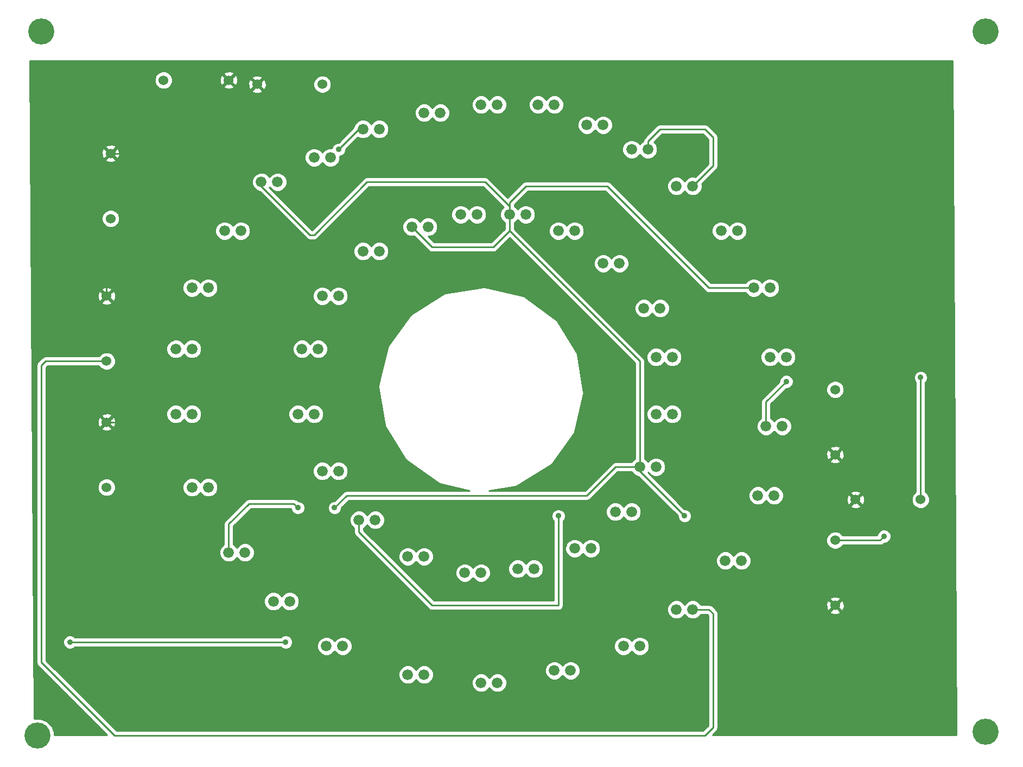
<source format=gbl>
G04 This is an RS-274x file exported by *
G04 gerbv version 2.6.1 *
G04 More information is available about gerbv at *
G04 http://gerbv.geda-project.org/ *
G04 --End of header info--*
%MOIN*%
%FSLAX34Y34*%
%IPPOS*%
G04 --Define apertures--*
%ADD10C,0.0059*%
%ADD11C,0.1600*%
%ADD12C,0.0600*%
%ADD13C,0.0660*%
%ADD14C,0.0350*%
%ADD15C,0.0100*%
G04 --Start main section--*
G54D11*
G01X0053250Y-087500D03*
G54D12*
G01X0107500Y-073000D03*
G01X0103500Y-073000D03*
G01X0061000Y-047250D03*
G01X0065000Y-047250D03*
G01X0057750Y-055750D03*
G01X0057750Y-051750D03*
G01X0057500Y-064500D03*
G01X0057500Y-060500D03*
G01X0102250Y-075500D03*
G01X0102250Y-079500D03*
G01X0070750Y-047500D03*
G01X0066750Y-047500D03*
G01X0057500Y-072250D03*
G01X0057500Y-068250D03*
G01X0102250Y-066250D03*
G01X0102250Y-070250D03*
G54D13*
G01X0092500Y-079750D03*
G01X0093500Y-079750D03*
G01X0061750Y-067750D03*
G01X0062750Y-067750D03*
G01X0080500Y-084250D03*
G01X0081500Y-084250D03*
G01X0070250Y-052000D03*
G01X0071250Y-052000D03*
G01X0062750Y-072250D03*
G01X0063750Y-072250D03*
G01X0085000Y-083500D03*
G01X0086000Y-083500D03*
G01X0067000Y-053500D03*
G01X0068000Y-053500D03*
G01X0065000Y-076250D03*
G01X0066000Y-076250D03*
G01X0089250Y-082000D03*
G01X0090250Y-082000D03*
G01X0080500Y-048750D03*
G01X0081500Y-048750D03*
G01X0073250Y-050250D03*
G01X0074250Y-050250D03*
G01X0076000Y-083750D03*
G01X0077000Y-083750D03*
G01X0061750Y-063750D03*
G01X0062750Y-063750D03*
G01X0077000Y-049250D03*
G01X0078000Y-049250D03*
G01X0095500Y-076750D03*
G01X0096500Y-076750D03*
G01X0062750Y-060000D03*
G01X0063750Y-060000D03*
G01X0071000Y-082000D03*
G01X0072000Y-082000D03*
G01X0067750Y-079250D03*
G01X0068750Y-079250D03*
G01X0064750Y-056500D03*
G01X0065750Y-056500D03*
G01X0084000Y-048750D03*
G01X0085000Y-048750D03*
G01X0069250Y-067750D03*
G01X0070250Y-067750D03*
G01X0085250Y-056500D03*
G01X0086250Y-056500D03*
G01X0088000Y-058500D03*
G01X0089000Y-058500D03*
G01X0090500Y-061250D03*
G01X0091500Y-061250D03*
G01X0091250Y-064250D03*
G01X0092250Y-064250D03*
G01X0091250Y-067750D03*
G01X0092250Y-067750D03*
G01X0090250Y-071000D03*
G01X0091250Y-071000D03*
G01X0088750Y-073750D03*
G01X0089750Y-073750D03*
G01X0086250Y-076000D03*
G01X0087250Y-076000D03*
G01X0082750Y-077250D03*
G01X0083750Y-077250D03*
G01X0079500Y-077500D03*
G01X0080500Y-077500D03*
G01X0076000Y-076500D03*
G01X0077000Y-076500D03*
G01X0073000Y-074250D03*
G01X0074000Y-074250D03*
G01X0070750Y-071250D03*
G01X0071750Y-071250D03*
G01X0082250Y-055500D03*
G01X0083250Y-055500D03*
G01X0069500Y-063750D03*
G01X0070500Y-063750D03*
G01X0070750Y-060500D03*
G01X0071750Y-060500D03*
G01X0073250Y-057750D03*
G01X0074250Y-057750D03*
G01X0076250Y-056250D03*
G01X0077250Y-056250D03*
G01X0079250Y-055500D03*
G01X0080250Y-055500D03*
G01X0087000Y-050000D03*
G01X0088000Y-050000D03*
G01X0089750Y-051500D03*
G01X0090750Y-051500D03*
G01X0095250Y-056500D03*
G01X0096250Y-056500D03*
G01X0093500Y-053750D03*
G01X0092500Y-053750D03*
G01X0097250Y-060000D03*
G01X0098250Y-060000D03*
G01X0098000Y-068500D03*
G01X0099000Y-068500D03*
G01X0098250Y-064250D03*
G01X0099250Y-064250D03*
G01X0097500Y-072750D03*
G01X0098500Y-072750D03*
G54D11*
G01X0111500Y-087250D03*
G01X0111500Y-044250D03*
G01X0053500Y-044250D03*
G54D14*
G01X0105250Y-075250D03*
G01X0055250Y-081750D03*
G01X0068500Y-081750D03*
G01X0107500Y-065500D03*
G01X0099250Y-065750D03*
G01X0099000Y-068500D03*
G01X0071750Y-051500D03*
G01X0074250Y-050250D03*
G01X0085250Y-074000D03*
G01X0093000Y-074000D03*
G01X0071500Y-073500D03*
G01X0069250Y-073500D03*
G54D15*
G01X0057500Y-060500D02*
G01X0057500Y-058500D01*
G01X0055000Y-054500D02*
G01X0057750Y-051750D01*
G01X0055000Y-056000D02*
G01X0055000Y-054500D01*
G01X0057500Y-058500D02*
G01X0055000Y-056000D01*
G01X0057750Y-051750D02*
G01X0060500Y-051750D01*
G01X0060500Y-051750D02*
G01X0065000Y-047250D01*
G01X0057500Y-068250D02*
G01X0058500Y-068250D01*
G01X0101000Y-071500D02*
G01X0102250Y-070250D01*
G01X0101000Y-073750D02*
G01X0101000Y-071500D01*
G01X0100000Y-074750D02*
G01X0101000Y-073750D01*
G01X0092500Y-074750D02*
G01X0100000Y-074750D01*
G01X0086750Y-080500D02*
G01X0092500Y-074750D01*
G01X0077000Y-080500D02*
G01X0086750Y-080500D01*
G01X0066750Y-070250D02*
G01X0077000Y-080500D01*
G01X0060500Y-070250D02*
G01X0066750Y-070250D01*
G01X0058500Y-068250D02*
G01X0060500Y-070250D01*
G01X0105000Y-075500D02*
G01X0102250Y-075500D01*
G01X0105250Y-075250D02*
G01X0105000Y-075500D01*
G01X0093500Y-079750D02*
G01X0094500Y-079750D01*
G01X0053750Y-064500D02*
G01X0057500Y-064500D01*
G01X0053500Y-064750D02*
G01X0053750Y-064500D01*
G01X0053500Y-083000D02*
G01X0053500Y-064750D01*
G01X0058000Y-087500D02*
G01X0053500Y-083000D01*
G01X0094250Y-087500D02*
G01X0058000Y-087500D01*
G01X0094750Y-087000D02*
G01X0094250Y-087500D01*
G01X0094750Y-080000D02*
G01X0094750Y-087000D01*
G01X0094500Y-079750D02*
G01X0094750Y-080000D01*
G01X0068500Y-081750D02*
G01X0055250Y-081750D01*
G01X0107500Y-065500D02*
G01X0107500Y-073000D01*
G01X0090750Y-051500D02*
G01X0090750Y-051000D01*
G01X0094750Y-052500D02*
G01X0093500Y-053750D01*
G01X0094750Y-050750D02*
G01X0094750Y-052500D01*
G01X0094250Y-050250D02*
G01X0094750Y-050750D01*
G01X0091500Y-050250D02*
G01X0094250Y-050250D01*
G01X0090750Y-051000D02*
G01X0091500Y-050250D01*
G01X0098000Y-067000D02*
G01X0098000Y-068500D01*
G01X0099250Y-065750D02*
G01X0098000Y-067000D01*
G01X0073000Y-050250D02*
G01X0073250Y-050250D01*
G01X0071750Y-051500D02*
G01X0073000Y-050250D01*
G01X0073000Y-074250D02*
G01X0073000Y-075000D01*
G01X0085250Y-079500D02*
G01X0085250Y-074000D01*
G01X0077500Y-079500D02*
G01X0085250Y-079500D01*
G01X0073000Y-075000D02*
G01X0077500Y-079500D01*
G01X0090250Y-071250D02*
G01X0090250Y-071000D01*
G01X0093000Y-074000D02*
G01X0090250Y-071250D01*
G01X0065000Y-076250D02*
G01X0065000Y-074500D01*
G01X0088750Y-071000D02*
G01X0090250Y-071000D01*
G01X0087000Y-072750D02*
G01X0088750Y-071000D01*
G01X0072250Y-072750D02*
G01X0087000Y-072750D01*
G01X0071500Y-073500D02*
G01X0072250Y-072750D01*
G01X0069000Y-073250D02*
G01X0069250Y-073500D01*
G01X0066250Y-073250D02*
G01X0069000Y-073250D01*
G01X0065000Y-074500D02*
G01X0066250Y-073250D01*
G01X0067000Y-053750D02*
G01X0067000Y-053500D01*
G01X0070000Y-056750D02*
G01X0067000Y-053750D01*
G01X0070250Y-056750D02*
G01X0070000Y-056750D01*
G01X0073500Y-053500D02*
G01X0070250Y-056750D01*
G01X0080750Y-053500D02*
G01X0073500Y-053500D01*
G01X0082250Y-055000D02*
G01X0080750Y-053500D01*
G01X0082250Y-055500D02*
G01X0082250Y-055000D01*
G01X0082250Y-055500D02*
G01X0082250Y-056500D01*
G01X0082250Y-056500D02*
G01X0090250Y-064500D01*
G01X0090250Y-064500D02*
G01X0090250Y-071000D01*
G01X0077500Y-057500D02*
G01X0076250Y-056250D01*
G01X0081250Y-057500D02*
G01X0077500Y-057500D01*
G01X0082250Y-056500D02*
G01X0081250Y-057500D01*
G01X0082250Y-055500D02*
G01X0082250Y-054750D01*
G01X0094500Y-060000D02*
G01X0097250Y-060000D01*
G01X0088250Y-053750D02*
G01X0094500Y-060000D01*
G01X0083250Y-053750D02*
G01X0088250Y-053750D01*
G01X0082250Y-054750D02*
G01X0083250Y-053750D01*
G54D10*
G36*
G01X0109699Y-087450D02*
G01X0108050Y-087450D01*
G01X0108050Y-072891D01*
G01X0107966Y-072688D01*
G01X0107811Y-072534D01*
G01X0107800Y-072529D01*
G01X0107800Y-065801D01*
G01X0107860Y-065741D01*
G01X0107924Y-065584D01*
G01X0107925Y-065415D01*
G01X0107860Y-065259D01*
G01X0107741Y-065139D01*
G01X0107584Y-065075D01*
G01X0107415Y-065074D01*
G01X0107259Y-065139D01*
G01X0107139Y-065258D01*
G01X0107075Y-065415D01*
G01X0107074Y-065584D01*
G01X0107139Y-065740D01*
G01X0107200Y-065801D01*
G01X0107200Y-072528D01*
G01X0107188Y-072533D01*
G01X0107034Y-072688D01*
G01X0106950Y-072890D01*
G01X0106949Y-073108D01*
G01X0107033Y-073311D01*
G01X0107188Y-073465D01*
G01X0107390Y-073549D01*
G01X0107608Y-073550D01*
G01X0107811Y-073466D01*
G01X0107965Y-073311D01*
G01X0108049Y-073109D01*
G01X0108050Y-072891D01*
G01X0108050Y-087450D01*
G01X0105675Y-087450D01*
G01X0105675Y-075165D01*
G01X0105610Y-075009D01*
G01X0105491Y-074889D01*
G01X0105334Y-074825D01*
G01X0105165Y-074824D01*
G01X0105009Y-074889D01*
G01X0104889Y-075008D01*
G01X0104825Y-075165D01*
G01X0104825Y-075200D01*
G01X0104054Y-075200D01*
G01X0104054Y-073081D01*
G01X0104043Y-072863D01*
G01X0103981Y-072712D01*
G01X0103885Y-072684D01*
G01X0103815Y-072755D01*
G01X0103815Y-072614D01*
G01X0103787Y-072518D01*
G01X0103581Y-072445D01*
G01X0103363Y-072456D01*
G01X0103212Y-072518D01*
G01X0103184Y-072614D01*
G01X0103500Y-072929D01*
G01X0103815Y-072614D01*
G01X0103815Y-072755D01*
G01X0103570Y-073000D01*
G01X0103885Y-073315D01*
G01X0103981Y-073287D01*
G01X0104054Y-073081D01*
G01X0104054Y-075200D01*
G01X0103815Y-075200D01*
G01X0103815Y-073385D01*
G01X0103500Y-073070D01*
G01X0103429Y-073141D01*
G01X0103429Y-073000D01*
G01X0103114Y-072684D01*
G01X0103018Y-072712D01*
G01X0102945Y-072918D01*
G01X0102956Y-073136D01*
G01X0103018Y-073287D01*
G01X0103114Y-073315D01*
G01X0103429Y-073000D01*
G01X0103429Y-073141D01*
G01X0103184Y-073385D01*
G01X0103212Y-073481D01*
G01X0103418Y-073554D01*
G01X0103636Y-073543D01*
G01X0103787Y-073481D01*
G01X0103815Y-073385D01*
G01X0103815Y-075200D01*
G01X0102804Y-075200D01*
G01X0102804Y-070331D01*
G01X0102800Y-070238D01*
G01X0102800Y-066141D01*
G01X0102716Y-065938D01*
G01X0102561Y-065784D01*
G01X0102359Y-065700D01*
G01X0102141Y-065699D01*
G01X0101938Y-065783D01*
G01X0101784Y-065938D01*
G01X0101700Y-066140D01*
G01X0101699Y-066358D01*
G01X0101783Y-066561D01*
G01X0101938Y-066715D01*
G01X0102140Y-066799D01*
G01X0102358Y-066800D01*
G01X0102561Y-066716D01*
G01X0102715Y-066561D01*
G01X0102799Y-066359D01*
G01X0102800Y-066141D01*
G01X0102800Y-070238D01*
G01X0102793Y-070113D01*
G01X0102731Y-069962D01*
G01X0102635Y-069934D01*
G01X0102565Y-070005D01*
G01X0102565Y-069864D01*
G01X0102537Y-069768D01*
G01X0102331Y-069695D01*
G01X0102113Y-069706D01*
G01X0101962Y-069768D01*
G01X0101934Y-069864D01*
G01X0102250Y-070179D01*
G01X0102565Y-069864D01*
G01X0102565Y-070005D01*
G01X0102320Y-070250D01*
G01X0102635Y-070565D01*
G01X0102731Y-070537D01*
G01X0102804Y-070331D01*
G01X0102804Y-075200D01*
G01X0102721Y-075200D01*
G01X0102716Y-075188D01*
G01X0102565Y-075037D01*
G01X0102565Y-070635D01*
G01X0102250Y-070320D01*
G01X0102179Y-070391D01*
G01X0102179Y-070250D01*
G01X0101864Y-069934D01*
G01X0101768Y-069962D01*
G01X0101695Y-070168D01*
G01X0101706Y-070386D01*
G01X0101768Y-070537D01*
G01X0101864Y-070565D01*
G01X0102179Y-070250D01*
G01X0102179Y-070391D01*
G01X0101934Y-070635D01*
G01X0101962Y-070731D01*
G01X0102168Y-070804D01*
G01X0102386Y-070793D01*
G01X0102537Y-070731D01*
G01X0102565Y-070635D01*
G01X0102565Y-075037D01*
G01X0102561Y-075034D01*
G01X0102359Y-074950D01*
G01X0102141Y-074949D01*
G01X0101938Y-075033D01*
G01X0101784Y-075188D01*
G01X0101700Y-075390D01*
G01X0101699Y-075608D01*
G01X0101783Y-075811D01*
G01X0101938Y-075965D01*
G01X0102140Y-076049D01*
G01X0102358Y-076050D01*
G01X0102561Y-075966D01*
G01X0102715Y-075811D01*
G01X0102720Y-075800D01*
G01X0105000Y-075800D01*
G01X0105000Y-075799D01*
G01X0105114Y-075777D01*
G01X0105114Y-075777D01*
G01X0105212Y-075712D01*
G01X0105249Y-075674D01*
G01X0105334Y-075675D01*
G01X0105490Y-075610D01*
G01X0105610Y-075491D01*
G01X0105674Y-075334D01*
G01X0105675Y-075165D01*
G01X0105675Y-087450D01*
G01X0102804Y-087450D01*
G01X0102804Y-079581D01*
G01X0102793Y-079363D01*
G01X0102731Y-079212D01*
G01X0102635Y-079184D01*
G01X0102565Y-079255D01*
G01X0102565Y-079114D01*
G01X0102537Y-079018D01*
G01X0102331Y-078945D01*
G01X0102113Y-078956D01*
G01X0101962Y-079018D01*
G01X0101934Y-079114D01*
G01X0102250Y-079429D01*
G01X0102565Y-079114D01*
G01X0102565Y-079255D01*
G01X0102320Y-079500D01*
G01X0102635Y-079815D01*
G01X0102731Y-079787D01*
G01X0102804Y-079581D01*
G01X0102804Y-087450D01*
G01X0102565Y-087450D01*
G01X0102565Y-079885D01*
G01X0102250Y-079570D01*
G01X0102179Y-079641D01*
G01X0102179Y-079500D01*
G01X0101864Y-079184D01*
G01X0101768Y-079212D01*
G01X0101695Y-079418D01*
G01X0101706Y-079636D01*
G01X0101768Y-079787D01*
G01X0101864Y-079815D01*
G01X0102179Y-079500D01*
G01X0102179Y-079641D01*
G01X0101934Y-079885D01*
G01X0101962Y-079981D01*
G01X0102168Y-080054D01*
G01X0102386Y-080043D01*
G01X0102537Y-079981D01*
G01X0102565Y-079885D01*
G01X0102565Y-087450D01*
G01X0099830Y-087450D01*
G01X0099830Y-064135D01*
G01X0099741Y-063921D01*
G01X0099578Y-063758D01*
G01X0099365Y-063670D01*
G01X0099135Y-063669D01*
G01X0098921Y-063758D01*
G01X0098830Y-063849D01*
G01X0098830Y-059885D01*
G01X0098741Y-059671D01*
G01X0098578Y-059508D01*
G01X0098365Y-059420D01*
G01X0098135Y-059419D01*
G01X0097921Y-059508D01*
G01X0097758Y-059671D01*
G01X0097750Y-059691D01*
G01X0097741Y-059671D01*
G01X0097578Y-059508D01*
G01X0097365Y-059420D01*
G01X0097135Y-059419D01*
G01X0096921Y-059508D01*
G01X0096830Y-059599D01*
G01X0096830Y-056385D01*
G01X0096741Y-056171D01*
G01X0096578Y-056008D01*
G01X0096365Y-055920D01*
G01X0096135Y-055919D01*
G01X0095921Y-056008D01*
G01X0095758Y-056171D01*
G01X0095750Y-056191D01*
G01X0095741Y-056171D01*
G01X0095578Y-056008D01*
G01X0095365Y-055920D01*
G01X0095135Y-055919D01*
G01X0095050Y-055955D01*
G01X0095050Y-052500D01*
G01X0095050Y-050750D01*
G01X0095027Y-050635D01*
G01X0094962Y-050537D01*
G01X0094962Y-050537D01*
G01X0094462Y-050037D01*
G01X0094364Y-049972D01*
G01X0094250Y-049950D01*
G01X0091500Y-049950D01*
G01X0091385Y-049972D01*
G01X0091287Y-050037D01*
G01X0090537Y-050787D01*
G01X0090472Y-050885D01*
G01X0090450Y-050996D01*
G01X0090421Y-051008D01*
G01X0090258Y-051171D01*
G01X0090250Y-051191D01*
G01X0090241Y-051171D01*
G01X0090078Y-051008D01*
G01X0089865Y-050920D01*
G01X0089635Y-050919D01*
G01X0089421Y-051008D01*
G01X0089258Y-051171D01*
G01X0089170Y-051384D01*
G01X0089169Y-051614D01*
G01X0089258Y-051828D01*
G01X0089421Y-051991D01*
G01X0089634Y-052079D01*
G01X0089864Y-052080D01*
G01X0090078Y-051991D01*
G01X0090241Y-051828D01*
G01X0090249Y-051808D01*
G01X0090258Y-051828D01*
G01X0090421Y-051991D01*
G01X0090634Y-052079D01*
G01X0090864Y-052080D01*
G01X0091078Y-051991D01*
G01X0091241Y-051828D01*
G01X0091329Y-051615D01*
G01X0091330Y-051385D01*
G01X0091241Y-051171D01*
G01X0091122Y-051051D01*
G01X0091624Y-050550D01*
G01X0094125Y-050550D01*
G01X0094450Y-050874D01*
G01X0094450Y-052375D01*
G01X0093643Y-053181D01*
G01X0093615Y-053170D01*
G01X0093385Y-053169D01*
G01X0093171Y-053258D01*
G01X0093008Y-053421D01*
G01X0093000Y-053441D01*
G01X0092991Y-053421D01*
G01X0092828Y-053258D01*
G01X0092615Y-053170D01*
G01X0092385Y-053169D01*
G01X0092171Y-053258D01*
G01X0092008Y-053421D01*
G01X0091920Y-053634D01*
G01X0091919Y-053864D01*
G01X0092008Y-054078D01*
G01X0092171Y-054241D01*
G01X0092384Y-054329D01*
G01X0092614Y-054330D01*
G01X0092828Y-054241D01*
G01X0092991Y-054078D01*
G01X0092999Y-054058D01*
G01X0093008Y-054078D01*
G01X0093171Y-054241D01*
G01X0093384Y-054329D01*
G01X0093614Y-054330D01*
G01X0093828Y-054241D01*
G01X0093991Y-054078D01*
G01X0094079Y-053865D01*
G01X0094080Y-053635D01*
G01X0094068Y-053606D01*
G01X0094962Y-052712D01*
G01X0095027Y-052614D01*
G01X0095049Y-052500D01*
G01X0095050Y-052500D01*
G01X0095050Y-055955D01*
G01X0094921Y-056008D01*
G01X0094758Y-056171D01*
G01X0094670Y-056384D01*
G01X0094669Y-056614D01*
G01X0094758Y-056828D01*
G01X0094921Y-056991D01*
G01X0095134Y-057079D01*
G01X0095364Y-057080D01*
G01X0095578Y-056991D01*
G01X0095741Y-056828D01*
G01X0095749Y-056808D01*
G01X0095758Y-056828D01*
G01X0095921Y-056991D01*
G01X0096134Y-057079D01*
G01X0096364Y-057080D01*
G01X0096578Y-056991D01*
G01X0096741Y-056828D01*
G01X0096829Y-056615D01*
G01X0096830Y-056385D01*
G01X0096830Y-059599D01*
G01X0096758Y-059671D01*
G01X0096746Y-059700D01*
G01X0094624Y-059700D01*
G01X0088580Y-053655D01*
G01X0088580Y-049885D01*
G01X0088491Y-049671D01*
G01X0088328Y-049508D01*
G01X0088115Y-049420D01*
G01X0087885Y-049419D01*
G01X0087671Y-049508D01*
G01X0087508Y-049671D01*
G01X0087500Y-049691D01*
G01X0087491Y-049671D01*
G01X0087328Y-049508D01*
G01X0087115Y-049420D01*
G01X0086885Y-049419D01*
G01X0086671Y-049508D01*
G01X0086508Y-049671D01*
G01X0086420Y-049884D01*
G01X0086419Y-050114D01*
G01X0086508Y-050328D01*
G01X0086671Y-050491D01*
G01X0086884Y-050579D01*
G01X0087114Y-050580D01*
G01X0087328Y-050491D01*
G01X0087491Y-050328D01*
G01X0087499Y-050308D01*
G01X0087508Y-050328D01*
G01X0087671Y-050491D01*
G01X0087884Y-050579D01*
G01X0088114Y-050580D01*
G01X0088328Y-050491D01*
G01X0088491Y-050328D01*
G01X0088579Y-050115D01*
G01X0088580Y-049885D01*
G01X0088580Y-053655D01*
G01X0088462Y-053537D01*
G01X0088364Y-053472D01*
G01X0088250Y-053450D01*
G01X0085580Y-053450D01*
G01X0085580Y-048635D01*
G01X0085491Y-048421D01*
G01X0085328Y-048258D01*
G01X0085115Y-048170D01*
G01X0084885Y-048169D01*
G01X0084671Y-048258D01*
G01X0084508Y-048421D01*
G01X0084500Y-048441D01*
G01X0084491Y-048421D01*
G01X0084328Y-048258D01*
G01X0084115Y-048170D01*
G01X0083885Y-048169D01*
G01X0083671Y-048258D01*
G01X0083508Y-048421D01*
G01X0083420Y-048634D01*
G01X0083419Y-048864D01*
G01X0083508Y-049078D01*
G01X0083671Y-049241D01*
G01X0083884Y-049329D01*
G01X0084114Y-049330D01*
G01X0084328Y-049241D01*
G01X0084491Y-049078D01*
G01X0084499Y-049058D01*
G01X0084508Y-049078D01*
G01X0084671Y-049241D01*
G01X0084884Y-049329D01*
G01X0085114Y-049330D01*
G01X0085328Y-049241D01*
G01X0085491Y-049078D01*
G01X0085579Y-048865D01*
G01X0085580Y-048635D01*
G01X0085580Y-053450D01*
G01X0083250Y-053450D01*
G01X0083135Y-053472D01*
G01X0083037Y-053537D01*
G01X0082125Y-054450D01*
G01X0082080Y-054405D01*
G01X0082080Y-048635D01*
G01X0081991Y-048421D01*
G01X0081828Y-048258D01*
G01X0081615Y-048170D01*
G01X0081385Y-048169D01*
G01X0081171Y-048258D01*
G01X0081008Y-048421D01*
G01X0081000Y-048441D01*
G01X0080991Y-048421D01*
G01X0080828Y-048258D01*
G01X0080615Y-048170D01*
G01X0080385Y-048169D01*
G01X0080171Y-048258D01*
G01X0080008Y-048421D01*
G01X0079920Y-048634D01*
G01X0079919Y-048864D01*
G01X0080008Y-049078D01*
G01X0080171Y-049241D01*
G01X0080384Y-049329D01*
G01X0080614Y-049330D01*
G01X0080828Y-049241D01*
G01X0080991Y-049078D01*
G01X0080999Y-049058D01*
G01X0081008Y-049078D01*
G01X0081171Y-049241D01*
G01X0081384Y-049329D01*
G01X0081614Y-049330D01*
G01X0081828Y-049241D01*
G01X0081991Y-049078D01*
G01X0082079Y-048865D01*
G01X0082080Y-048635D01*
G01X0082080Y-054405D01*
G01X0080962Y-053287D01*
G01X0080864Y-053222D01*
G01X0080750Y-053200D01*
G01X0078580Y-053200D01*
G01X0078580Y-049135D01*
G01X0078491Y-048921D01*
G01X0078328Y-048758D01*
G01X0078115Y-048670D01*
G01X0077885Y-048669D01*
G01X0077671Y-048758D01*
G01X0077508Y-048921D01*
G01X0077500Y-048941D01*
G01X0077491Y-048921D01*
G01X0077328Y-048758D01*
G01X0077115Y-048670D01*
G01X0076885Y-048669D01*
G01X0076671Y-048758D01*
G01X0076508Y-048921D01*
G01X0076420Y-049134D01*
G01X0076419Y-049364D01*
G01X0076508Y-049578D01*
G01X0076671Y-049741D01*
G01X0076884Y-049829D01*
G01X0077114Y-049830D01*
G01X0077328Y-049741D01*
G01X0077491Y-049578D01*
G01X0077499Y-049558D01*
G01X0077508Y-049578D01*
G01X0077671Y-049741D01*
G01X0077884Y-049829D01*
G01X0078114Y-049830D01*
G01X0078328Y-049741D01*
G01X0078491Y-049578D01*
G01X0078579Y-049365D01*
G01X0078580Y-049135D01*
G01X0078580Y-053200D01*
G01X0074830Y-053200D01*
G01X0074830Y-050135D01*
G01X0074741Y-049921D01*
G01X0074578Y-049758D01*
G01X0074365Y-049670D01*
G01X0074135Y-049669D01*
G01X0073921Y-049758D01*
G01X0073758Y-049921D01*
G01X0073750Y-049941D01*
G01X0073741Y-049921D01*
G01X0073578Y-049758D01*
G01X0073365Y-049670D01*
G01X0073135Y-049669D01*
G01X0072921Y-049758D01*
G01X0072758Y-049921D01*
G01X0072670Y-050134D01*
G01X0072670Y-050155D01*
G01X0071750Y-051075D01*
G01X0071665Y-051074D01*
G01X0071509Y-051139D01*
G01X0071389Y-051258D01*
G01X0071325Y-051415D01*
G01X0071325Y-051420D01*
G01X0071300Y-051420D01*
G01X0071300Y-047391D01*
G01X0071216Y-047188D01*
G01X0071061Y-047034D01*
G01X0070859Y-046950D01*
G01X0070641Y-046949D01*
G01X0070438Y-047033D01*
G01X0070284Y-047188D01*
G01X0070200Y-047390D01*
G01X0070199Y-047608D01*
G01X0070283Y-047811D01*
G01X0070438Y-047965D01*
G01X0070640Y-048049D01*
G01X0070858Y-048050D01*
G01X0071061Y-047966D01*
G01X0071215Y-047811D01*
G01X0071299Y-047609D01*
G01X0071300Y-047391D01*
G01X0071300Y-051420D01*
G01X0071135Y-051419D01*
G01X0070921Y-051508D01*
G01X0070758Y-051671D01*
G01X0070750Y-051691D01*
G01X0070741Y-051671D01*
G01X0070578Y-051508D01*
G01X0070365Y-051420D01*
G01X0070135Y-051419D01*
G01X0069921Y-051508D01*
G01X0069758Y-051671D01*
G01X0069670Y-051884D01*
G01X0069669Y-052114D01*
G01X0069758Y-052328D01*
G01X0069921Y-052491D01*
G01X0070134Y-052579D01*
G01X0070364Y-052580D01*
G01X0070578Y-052491D01*
G01X0070741Y-052328D01*
G01X0070749Y-052308D01*
G01X0070758Y-052328D01*
G01X0070921Y-052491D01*
G01X0071134Y-052579D01*
G01X0071364Y-052580D01*
G01X0071578Y-052491D01*
G01X0071741Y-052328D01*
G01X0071829Y-052115D01*
G01X0071830Y-051925D01*
G01X0071834Y-051925D01*
G01X0071990Y-051860D01*
G01X0072110Y-051741D01*
G01X0072174Y-051584D01*
G01X0072175Y-051499D01*
G01X0072929Y-050744D01*
G01X0073134Y-050829D01*
G01X0073364Y-050830D01*
G01X0073578Y-050741D01*
G01X0073741Y-050578D01*
G01X0073749Y-050558D01*
G01X0073758Y-050578D01*
G01X0073921Y-050741D01*
G01X0074134Y-050829D01*
G01X0074364Y-050830D01*
G01X0074578Y-050741D01*
G01X0074741Y-050578D01*
G01X0074829Y-050365D01*
G01X0074830Y-050135D01*
G01X0074830Y-053200D01*
G01X0073500Y-053200D01*
G01X0073385Y-053222D01*
G01X0073287Y-053287D01*
G01X0070125Y-056450D01*
G01X0070124Y-056450D01*
G01X0067494Y-053820D01*
G01X0067499Y-053808D01*
G01X0067508Y-053828D01*
G01X0067671Y-053991D01*
G01X0067884Y-054079D01*
G01X0068114Y-054080D01*
G01X0068328Y-053991D01*
G01X0068491Y-053828D01*
G01X0068579Y-053615D01*
G01X0068580Y-053385D01*
G01X0068491Y-053171D01*
G01X0068328Y-053008D01*
G01X0068115Y-052920D01*
G01X0067885Y-052919D01*
G01X0067671Y-053008D01*
G01X0067508Y-053171D01*
G01X0067500Y-053191D01*
G01X0067491Y-053171D01*
G01X0067328Y-053008D01*
G01X0067304Y-052998D01*
G01X0067304Y-047581D01*
G01X0067293Y-047363D01*
G01X0067231Y-047212D01*
G01X0067135Y-047184D01*
G01X0067065Y-047255D01*
G01X0067065Y-047114D01*
G01X0067037Y-047018D01*
G01X0066831Y-046945D01*
G01X0066613Y-046956D01*
G01X0066462Y-047018D01*
G01X0066434Y-047114D01*
G01X0066750Y-047429D01*
G01X0067065Y-047114D01*
G01X0067065Y-047255D01*
G01X0066820Y-047500D01*
G01X0067135Y-047815D01*
G01X0067231Y-047787D01*
G01X0067304Y-047581D01*
G01X0067304Y-052998D01*
G01X0067115Y-052920D01*
G01X0067065Y-052920D01*
G01X0067065Y-047885D01*
G01X0066750Y-047570D01*
G01X0066679Y-047641D01*
G01X0066679Y-047500D01*
G01X0066364Y-047184D01*
G01X0066268Y-047212D01*
G01X0066195Y-047418D01*
G01X0066206Y-047636D01*
G01X0066268Y-047787D01*
G01X0066364Y-047815D01*
G01X0066679Y-047500D01*
G01X0066679Y-047641D01*
G01X0066434Y-047885D01*
G01X0066462Y-047981D01*
G01X0066668Y-048054D01*
G01X0066886Y-048043D01*
G01X0067037Y-047981D01*
G01X0067065Y-047885D01*
G01X0067065Y-052920D01*
G01X0066885Y-052919D01*
G01X0066671Y-053008D01*
G01X0066508Y-053171D01*
G01X0066420Y-053384D01*
G01X0066419Y-053614D01*
G01X0066508Y-053828D01*
G01X0066671Y-053991D01*
G01X0066884Y-054079D01*
G01X0066905Y-054079D01*
G01X0069787Y-056962D01*
G01X0069787Y-056962D01*
G01X0069885Y-057027D01*
G01X0070000Y-057050D01*
G01X0070250Y-057050D01*
G01X0070250Y-057049D01*
G01X0070364Y-057027D01*
G01X0070364Y-057027D01*
G01X0070462Y-056962D01*
G01X0073624Y-053800D01*
G01X0080625Y-053800D01*
G01X0081877Y-055052D01*
G01X0081758Y-055171D01*
G01X0081670Y-055384D01*
G01X0081669Y-055614D01*
G01X0081758Y-055828D01*
G01X0081921Y-055991D01*
G01X0081950Y-056003D01*
G01X0081950Y-056375D01*
G01X0081125Y-057200D01*
G01X0080830Y-057200D01*
G01X0080830Y-055385D01*
G01X0080741Y-055171D01*
G01X0080578Y-055008D01*
G01X0080365Y-054920D01*
G01X0080135Y-054919D01*
G01X0079921Y-055008D01*
G01X0079758Y-055171D01*
G01X0079750Y-055191D01*
G01X0079741Y-055171D01*
G01X0079578Y-055008D01*
G01X0079365Y-054920D01*
G01X0079135Y-054919D01*
G01X0078921Y-055008D01*
G01X0078758Y-055171D01*
G01X0078670Y-055384D01*
G01X0078669Y-055614D01*
G01X0078758Y-055828D01*
G01X0078921Y-055991D01*
G01X0079134Y-056079D01*
G01X0079364Y-056080D01*
G01X0079578Y-055991D01*
G01X0079741Y-055828D01*
G01X0079749Y-055808D01*
G01X0079758Y-055828D01*
G01X0079921Y-055991D01*
G01X0080134Y-056079D01*
G01X0080364Y-056080D01*
G01X0080578Y-055991D01*
G01X0080741Y-055828D01*
G01X0080829Y-055615D01*
G01X0080830Y-055385D01*
G01X0080830Y-057200D01*
G01X0077624Y-057200D01*
G01X0077254Y-056830D01*
G01X0077364Y-056830D01*
G01X0077578Y-056741D01*
G01X0077741Y-056578D01*
G01X0077829Y-056365D01*
G01X0077830Y-056135D01*
G01X0077741Y-055921D01*
G01X0077578Y-055758D01*
G01X0077365Y-055670D01*
G01X0077135Y-055669D01*
G01X0076921Y-055758D01*
G01X0076758Y-055921D01*
G01X0076750Y-055941D01*
G01X0076741Y-055921D01*
G01X0076578Y-055758D01*
G01X0076365Y-055670D01*
G01X0076135Y-055669D01*
G01X0075921Y-055758D01*
G01X0075758Y-055921D01*
G01X0075670Y-056134D01*
G01X0075669Y-056364D01*
G01X0075758Y-056578D01*
G01X0075921Y-056741D01*
G01X0076134Y-056829D01*
G01X0076364Y-056830D01*
G01X0076393Y-056818D01*
G01X0077287Y-057712D01*
G01X0077385Y-057777D01*
G01X0077500Y-057800D01*
G01X0081250Y-057800D01*
G01X0081250Y-057799D01*
G01X0081364Y-057777D01*
G01X0081364Y-057777D01*
G01X0081462Y-057712D01*
G01X0082250Y-056924D01*
G01X0089950Y-064624D01*
G01X0089950Y-070496D01*
G01X0089921Y-070508D01*
G01X0089758Y-070671D01*
G01X0089746Y-070700D01*
G01X0088750Y-070700D01*
G01X0088635Y-070722D01*
G01X0088537Y-070787D01*
G01X0086875Y-072450D01*
G01X0080974Y-072450D01*
G01X0082664Y-072173D01*
G01X0082763Y-072136D01*
G01X0082764Y-072135D01*
G01X0084766Y-070893D01*
G01X0084843Y-070822D01*
G01X0084844Y-070820D01*
G01X0086219Y-068907D01*
G01X0086262Y-068811D01*
G01X0086262Y-068810D01*
G01X0086800Y-066516D01*
G01X0086804Y-066411D01*
G01X0086803Y-066409D01*
G01X0086422Y-064085D01*
G01X0086386Y-063986D01*
G01X0086385Y-063985D01*
G01X0085143Y-061983D01*
G01X0085071Y-061906D01*
G01X0085070Y-061905D01*
G01X0083157Y-060530D01*
G01X0083061Y-060487D01*
G01X0083060Y-060487D01*
G01X0080766Y-059949D01*
G01X0080661Y-059945D01*
G01X0080660Y-059946D01*
G01X0078335Y-060327D01*
G01X0078236Y-060363D01*
G01X0078235Y-060364D01*
G01X0076233Y-061606D01*
G01X0076156Y-061678D01*
G01X0076155Y-061679D01*
G01X0074830Y-063524D01*
G01X0074830Y-057635D01*
G01X0074741Y-057421D01*
G01X0074578Y-057258D01*
G01X0074365Y-057170D01*
G01X0074135Y-057169D01*
G01X0073921Y-057258D01*
G01X0073758Y-057421D01*
G01X0073750Y-057441D01*
G01X0073741Y-057421D01*
G01X0073578Y-057258D01*
G01X0073365Y-057170D01*
G01X0073135Y-057169D01*
G01X0072921Y-057258D01*
G01X0072758Y-057421D01*
G01X0072670Y-057634D01*
G01X0072669Y-057864D01*
G01X0072758Y-058078D01*
G01X0072921Y-058241D01*
G01X0073134Y-058329D01*
G01X0073364Y-058330D01*
G01X0073578Y-058241D01*
G01X0073741Y-058078D01*
G01X0073749Y-058058D01*
G01X0073758Y-058078D01*
G01X0073921Y-058241D01*
G01X0074134Y-058329D01*
G01X0074364Y-058330D01*
G01X0074578Y-058241D01*
G01X0074741Y-058078D01*
G01X0074829Y-057865D01*
G01X0074830Y-057635D01*
G01X0074830Y-063524D01*
G01X0074780Y-063592D01*
G01X0074737Y-063688D01*
G01X0074737Y-063689D01*
G01X0074199Y-065983D01*
G01X0074195Y-066088D01*
G01X0074576Y-068414D01*
G01X0074613Y-068513D01*
G01X0074614Y-068514D01*
G01X0075856Y-070516D01*
G01X0075927Y-070593D01*
G01X0075929Y-070594D01*
G01X0077842Y-071969D01*
G01X0077938Y-072012D01*
G01X0077939Y-072012D01*
G01X0079803Y-072450D01*
G01X0072330Y-072450D01*
G01X0072330Y-071135D01*
G01X0072330Y-060385D01*
G01X0072241Y-060171D01*
G01X0072078Y-060008D01*
G01X0071865Y-059920D01*
G01X0071635Y-059919D01*
G01X0071421Y-060008D01*
G01X0071258Y-060171D01*
G01X0071250Y-060191D01*
G01X0071241Y-060171D01*
G01X0071078Y-060008D01*
G01X0070865Y-059920D01*
G01X0070635Y-059919D01*
G01X0070421Y-060008D01*
G01X0070258Y-060171D01*
G01X0070170Y-060384D01*
G01X0070169Y-060614D01*
G01X0070258Y-060828D01*
G01X0070421Y-060991D01*
G01X0070634Y-061079D01*
G01X0070864Y-061080D01*
G01X0071078Y-060991D01*
G01X0071241Y-060828D01*
G01X0071249Y-060808D01*
G01X0071258Y-060828D01*
G01X0071421Y-060991D01*
G01X0071634Y-061079D01*
G01X0071864Y-061080D01*
G01X0072078Y-060991D01*
G01X0072241Y-060828D01*
G01X0072329Y-060615D01*
G01X0072330Y-060385D01*
G01X0072330Y-071135D01*
G01X0072241Y-070921D01*
G01X0072078Y-070758D01*
G01X0071865Y-070670D01*
G01X0071635Y-070669D01*
G01X0071421Y-070758D01*
G01X0071258Y-070921D01*
G01X0071250Y-070941D01*
G01X0071241Y-070921D01*
G01X0071080Y-070759D01*
G01X0071080Y-063635D01*
G01X0070991Y-063421D01*
G01X0070828Y-063258D01*
G01X0070615Y-063170D01*
G01X0070385Y-063169D01*
G01X0070171Y-063258D01*
G01X0070008Y-063421D01*
G01X0070000Y-063441D01*
G01X0069991Y-063421D01*
G01X0069828Y-063258D01*
G01X0069615Y-063170D01*
G01X0069385Y-063169D01*
G01X0069171Y-063258D01*
G01X0069008Y-063421D01*
G01X0068920Y-063634D01*
G01X0068919Y-063864D01*
G01X0069008Y-064078D01*
G01X0069171Y-064241D01*
G01X0069384Y-064329D01*
G01X0069614Y-064330D01*
G01X0069828Y-064241D01*
G01X0069991Y-064078D01*
G01X0069999Y-064058D01*
G01X0070008Y-064078D01*
G01X0070171Y-064241D01*
G01X0070384Y-064329D01*
G01X0070614Y-064330D01*
G01X0070828Y-064241D01*
G01X0070991Y-064078D01*
G01X0071079Y-063865D01*
G01X0071080Y-063635D01*
G01X0071080Y-070759D01*
G01X0071078Y-070758D01*
G01X0070865Y-070670D01*
G01X0070830Y-070670D01*
G01X0070830Y-067635D01*
G01X0070741Y-067421D01*
G01X0070578Y-067258D01*
G01X0070365Y-067170D01*
G01X0070135Y-067169D01*
G01X0069921Y-067258D01*
G01X0069758Y-067421D01*
G01X0069750Y-067441D01*
G01X0069741Y-067421D01*
G01X0069578Y-067258D01*
G01X0069365Y-067170D01*
G01X0069135Y-067169D01*
G01X0068921Y-067258D01*
G01X0068758Y-067421D01*
G01X0068670Y-067634D01*
G01X0068669Y-067864D01*
G01X0068758Y-068078D01*
G01X0068921Y-068241D01*
G01X0069134Y-068329D01*
G01X0069364Y-068330D01*
G01X0069578Y-068241D01*
G01X0069741Y-068078D01*
G01X0069749Y-068058D01*
G01X0069758Y-068078D01*
G01X0069921Y-068241D01*
G01X0070134Y-068329D01*
G01X0070364Y-068330D01*
G01X0070578Y-068241D01*
G01X0070741Y-068078D01*
G01X0070829Y-067865D01*
G01X0070830Y-067635D01*
G01X0070830Y-070670D01*
G01X0070635Y-070669D01*
G01X0070421Y-070758D01*
G01X0070258Y-070921D01*
G01X0070170Y-071134D01*
G01X0070169Y-071364D01*
G01X0070258Y-071578D01*
G01X0070421Y-071741D01*
G01X0070634Y-071829D01*
G01X0070864Y-071830D01*
G01X0071078Y-071741D01*
G01X0071241Y-071578D01*
G01X0071249Y-071558D01*
G01X0071258Y-071578D01*
G01X0071421Y-071741D01*
G01X0071634Y-071829D01*
G01X0071864Y-071830D01*
G01X0072078Y-071741D01*
G01X0072241Y-071578D01*
G01X0072329Y-071365D01*
G01X0072330Y-071135D01*
G01X0072330Y-072450D01*
G01X0072250Y-072450D01*
G01X0072135Y-072472D01*
G01X0072037Y-072537D01*
G01X0071500Y-073075D01*
G01X0071415Y-073074D01*
G01X0071259Y-073139D01*
G01X0071139Y-073258D01*
G01X0071075Y-073415D01*
G01X0071074Y-073584D01*
G01X0071139Y-073740D01*
G01X0071258Y-073860D01*
G01X0071415Y-073924D01*
G01X0071584Y-073925D01*
G01X0071740Y-073860D01*
G01X0071860Y-073741D01*
G01X0071924Y-073584D01*
G01X0071925Y-073499D01*
G01X0072374Y-073050D01*
G01X0087000Y-073050D01*
G01X0087000Y-073049D01*
G01X0087114Y-073027D01*
G01X0087114Y-073027D01*
G01X0087212Y-072962D01*
G01X0088874Y-071300D01*
G01X0089746Y-071300D01*
G01X0089758Y-071328D01*
G01X0089921Y-071491D01*
G01X0090134Y-071579D01*
G01X0090155Y-071579D01*
G01X0092575Y-073999D01*
G01X0092574Y-074084D01*
G01X0092639Y-074240D01*
G01X0092758Y-074360D01*
G01X0092915Y-074424D01*
G01X0093084Y-074425D01*
G01X0093240Y-074360D01*
G01X0093360Y-074241D01*
G01X0093424Y-074084D01*
G01X0093425Y-073915D01*
G01X0093360Y-073759D01*
G01X0093241Y-073639D01*
G01X0093084Y-073575D01*
G01X0092999Y-073574D01*
G01X0092830Y-073405D01*
G01X0092830Y-067635D01*
G01X0092830Y-064135D01*
G01X0092741Y-063921D01*
G01X0092578Y-063758D01*
G01X0092365Y-063670D01*
G01X0092135Y-063669D01*
G01X0092080Y-063692D01*
G01X0092080Y-061135D01*
G01X0091991Y-060921D01*
G01X0091828Y-060758D01*
G01X0091615Y-060670D01*
G01X0091385Y-060669D01*
G01X0091171Y-060758D01*
G01X0091008Y-060921D01*
G01X0091000Y-060941D01*
G01X0090991Y-060921D01*
G01X0090828Y-060758D01*
G01X0090615Y-060670D01*
G01X0090385Y-060669D01*
G01X0090171Y-060758D01*
G01X0090008Y-060921D01*
G01X0089920Y-061134D01*
G01X0089919Y-061364D01*
G01X0090008Y-061578D01*
G01X0090171Y-061741D01*
G01X0090384Y-061829D01*
G01X0090614Y-061830D01*
G01X0090828Y-061741D01*
G01X0090991Y-061578D01*
G01X0090999Y-061558D01*
G01X0091008Y-061578D01*
G01X0091171Y-061741D01*
G01X0091384Y-061829D01*
G01X0091614Y-061830D01*
G01X0091828Y-061741D01*
G01X0091991Y-061578D01*
G01X0092079Y-061365D01*
G01X0092080Y-061135D01*
G01X0092080Y-063692D01*
G01X0091921Y-063758D01*
G01X0091758Y-063921D01*
G01X0091750Y-063941D01*
G01X0091741Y-063921D01*
G01X0091578Y-063758D01*
G01X0091365Y-063670D01*
G01X0091135Y-063669D01*
G01X0090921Y-063758D01*
G01X0090758Y-063921D01*
G01X0090670Y-064134D01*
G01X0090669Y-064364D01*
G01X0090758Y-064578D01*
G01X0090921Y-064741D01*
G01X0091134Y-064829D01*
G01X0091364Y-064830D01*
G01X0091578Y-064741D01*
G01X0091741Y-064578D01*
G01X0091749Y-064558D01*
G01X0091758Y-064578D01*
G01X0091921Y-064741D01*
G01X0092134Y-064829D01*
G01X0092364Y-064830D01*
G01X0092578Y-064741D01*
G01X0092741Y-064578D01*
G01X0092829Y-064365D01*
G01X0092830Y-064135D01*
G01X0092830Y-067635D01*
G01X0092741Y-067421D01*
G01X0092578Y-067258D01*
G01X0092365Y-067170D01*
G01X0092135Y-067169D01*
G01X0091921Y-067258D01*
G01X0091758Y-067421D01*
G01X0091750Y-067441D01*
G01X0091741Y-067421D01*
G01X0091578Y-067258D01*
G01X0091365Y-067170D01*
G01X0091135Y-067169D01*
G01X0090921Y-067258D01*
G01X0090758Y-067421D01*
G01X0090670Y-067634D01*
G01X0090669Y-067864D01*
G01X0090758Y-068078D01*
G01X0090921Y-068241D01*
G01X0091134Y-068329D01*
G01X0091364Y-068330D01*
G01X0091578Y-068241D01*
G01X0091741Y-068078D01*
G01X0091749Y-068058D01*
G01X0091758Y-068078D01*
G01X0091921Y-068241D01*
G01X0092134Y-068329D01*
G01X0092364Y-068330D01*
G01X0092578Y-068241D01*
G01X0092741Y-068078D01*
G01X0092829Y-067865D01*
G01X0092830Y-067635D01*
G01X0092830Y-073405D01*
G01X0090744Y-071320D01*
G01X0090749Y-071308D01*
G01X0090758Y-071328D01*
G01X0090921Y-071491D01*
G01X0091134Y-071579D01*
G01X0091364Y-071580D01*
G01X0091578Y-071491D01*
G01X0091741Y-071328D01*
G01X0091829Y-071115D01*
G01X0091830Y-070885D01*
G01X0091741Y-070671D01*
G01X0091578Y-070508D01*
G01X0091365Y-070420D01*
G01X0091135Y-070419D01*
G01X0090921Y-070508D01*
G01X0090758Y-070671D01*
G01X0090750Y-070691D01*
G01X0090741Y-070671D01*
G01X0090578Y-070508D01*
G01X0090550Y-070496D01*
G01X0090550Y-064500D01*
G01X0090527Y-064385D01*
G01X0090462Y-064287D01*
G01X0090462Y-064287D01*
G01X0089580Y-063405D01*
G01X0089580Y-058385D01*
G01X0089491Y-058171D01*
G01X0089328Y-058008D01*
G01X0089115Y-057920D01*
G01X0088885Y-057919D01*
G01X0088671Y-058008D01*
G01X0088508Y-058171D01*
G01X0088500Y-058191D01*
G01X0088491Y-058171D01*
G01X0088328Y-058008D01*
G01X0088115Y-057920D01*
G01X0087885Y-057919D01*
G01X0087671Y-058008D01*
G01X0087508Y-058171D01*
G01X0087420Y-058384D01*
G01X0087419Y-058614D01*
G01X0087508Y-058828D01*
G01X0087671Y-058991D01*
G01X0087884Y-059079D01*
G01X0088114Y-059080D01*
G01X0088328Y-058991D01*
G01X0088491Y-058828D01*
G01X0088499Y-058808D01*
G01X0088508Y-058828D01*
G01X0088671Y-058991D01*
G01X0088884Y-059079D01*
G01X0089114Y-059080D01*
G01X0089328Y-058991D01*
G01X0089491Y-058828D01*
G01X0089579Y-058615D01*
G01X0089580Y-058385D01*
G01X0089580Y-063405D01*
G01X0086830Y-060655D01*
G01X0086830Y-056385D01*
G01X0086741Y-056171D01*
G01X0086578Y-056008D01*
G01X0086365Y-055920D01*
G01X0086135Y-055919D01*
G01X0085921Y-056008D01*
G01X0085758Y-056171D01*
G01X0085750Y-056191D01*
G01X0085741Y-056171D01*
G01X0085578Y-056008D01*
G01X0085365Y-055920D01*
G01X0085135Y-055919D01*
G01X0084921Y-056008D01*
G01X0084758Y-056171D01*
G01X0084670Y-056384D01*
G01X0084669Y-056614D01*
G01X0084758Y-056828D01*
G01X0084921Y-056991D01*
G01X0085134Y-057079D01*
G01X0085364Y-057080D01*
G01X0085578Y-056991D01*
G01X0085741Y-056828D01*
G01X0085749Y-056808D01*
G01X0085758Y-056828D01*
G01X0085921Y-056991D01*
G01X0086134Y-057079D01*
G01X0086364Y-057080D01*
G01X0086578Y-056991D01*
G01X0086741Y-056828D01*
G01X0086829Y-056615D01*
G01X0086830Y-056385D01*
G01X0086830Y-060655D01*
G01X0082550Y-056375D01*
G01X0082550Y-056003D01*
G01X0082578Y-055991D01*
G01X0082741Y-055828D01*
G01X0082749Y-055808D01*
G01X0082758Y-055828D01*
G01X0082921Y-055991D01*
G01X0083134Y-056079D01*
G01X0083364Y-056080D01*
G01X0083578Y-055991D01*
G01X0083741Y-055828D01*
G01X0083829Y-055615D01*
G01X0083830Y-055385D01*
G01X0083741Y-055171D01*
G01X0083578Y-055008D01*
G01X0083365Y-054920D01*
G01X0083135Y-054919D01*
G01X0082921Y-055008D01*
G01X0082758Y-055171D01*
G01X0082750Y-055191D01*
G01X0082741Y-055171D01*
G01X0082578Y-055008D01*
G01X0082550Y-054996D01*
G01X0082550Y-054874D01*
G01X0083374Y-054050D01*
G01X0088125Y-054050D01*
G01X0094287Y-060212D01*
G01X0094287Y-060212D01*
G01X0094385Y-060277D01*
G01X0094500Y-060300D01*
G01X0096746Y-060300D01*
G01X0096758Y-060328D01*
G01X0096921Y-060491D01*
G01X0097134Y-060579D01*
G01X0097364Y-060580D01*
G01X0097578Y-060491D01*
G01X0097741Y-060328D01*
G01X0097749Y-060308D01*
G01X0097758Y-060328D01*
G01X0097921Y-060491D01*
G01X0098134Y-060579D01*
G01X0098364Y-060580D01*
G01X0098578Y-060491D01*
G01X0098741Y-060328D01*
G01X0098829Y-060115D01*
G01X0098830Y-059885D01*
G01X0098830Y-063849D01*
G01X0098758Y-063921D01*
G01X0098750Y-063941D01*
G01X0098741Y-063921D01*
G01X0098578Y-063758D01*
G01X0098365Y-063670D01*
G01X0098135Y-063669D01*
G01X0097921Y-063758D01*
G01X0097758Y-063921D01*
G01X0097670Y-064134D01*
G01X0097669Y-064364D01*
G01X0097758Y-064578D01*
G01X0097921Y-064741D01*
G01X0098134Y-064829D01*
G01X0098364Y-064830D01*
G01X0098578Y-064741D01*
G01X0098741Y-064578D01*
G01X0098749Y-064558D01*
G01X0098758Y-064578D01*
G01X0098921Y-064741D01*
G01X0099134Y-064829D01*
G01X0099364Y-064830D01*
G01X0099578Y-064741D01*
G01X0099741Y-064578D01*
G01X0099829Y-064365D01*
G01X0099830Y-064135D01*
G01X0099830Y-087450D01*
G01X0099675Y-087450D01*
G01X0099675Y-065665D01*
G01X0099610Y-065509D01*
G01X0099491Y-065389D01*
G01X0099334Y-065325D01*
G01X0099165Y-065324D01*
G01X0099009Y-065389D01*
G01X0098889Y-065508D01*
G01X0098825Y-065665D01*
G01X0098824Y-065750D01*
G01X0097787Y-066787D01*
G01X0097722Y-066885D01*
G01X0097700Y-067000D01*
G01X0097700Y-067996D01*
G01X0097671Y-068008D01*
G01X0097508Y-068171D01*
G01X0097420Y-068384D01*
G01X0097419Y-068614D01*
G01X0097508Y-068828D01*
G01X0097671Y-068991D01*
G01X0097884Y-069079D01*
G01X0098114Y-069080D01*
G01X0098328Y-068991D01*
G01X0098491Y-068828D01*
G01X0098499Y-068808D01*
G01X0098508Y-068828D01*
G01X0098671Y-068991D01*
G01X0098884Y-069079D01*
G01X0099114Y-069080D01*
G01X0099328Y-068991D01*
G01X0099491Y-068828D01*
G01X0099579Y-068615D01*
G01X0099580Y-068385D01*
G01X0099491Y-068171D01*
G01X0099328Y-068008D01*
G01X0099115Y-067920D01*
G01X0098885Y-067919D01*
G01X0098671Y-068008D01*
G01X0098508Y-068171D01*
G01X0098500Y-068191D01*
G01X0098491Y-068171D01*
G01X0098328Y-068008D01*
G01X0098300Y-067996D01*
G01X0098300Y-067124D01*
G01X0099249Y-066174D01*
G01X0099334Y-066175D01*
G01X0099490Y-066110D01*
G01X0099610Y-065991D01*
G01X0099674Y-065834D01*
G01X0099675Y-065665D01*
G01X0099675Y-087450D01*
G01X0099080Y-087450D01*
G01X0099080Y-072635D01*
G01X0098991Y-072421D01*
G01X0098828Y-072258D01*
G01X0098615Y-072170D01*
G01X0098385Y-072169D01*
G01X0098171Y-072258D01*
G01X0098008Y-072421D01*
G01X0098000Y-072441D01*
G01X0097991Y-072421D01*
G01X0097828Y-072258D01*
G01X0097615Y-072170D01*
G01X0097385Y-072169D01*
G01X0097171Y-072258D01*
G01X0097008Y-072421D01*
G01X0096920Y-072634D01*
G01X0096919Y-072864D01*
G01X0097008Y-073078D01*
G01X0097171Y-073241D01*
G01X0097384Y-073329D01*
G01X0097614Y-073330D01*
G01X0097828Y-073241D01*
G01X0097991Y-073078D01*
G01X0097999Y-073058D01*
G01X0098008Y-073078D01*
G01X0098171Y-073241D01*
G01X0098384Y-073329D01*
G01X0098614Y-073330D01*
G01X0098828Y-073241D01*
G01X0098991Y-073078D01*
G01X0099079Y-072865D01*
G01X0099080Y-072635D01*
G01X0099080Y-087450D01*
G01X0097080Y-087450D01*
G01X0097080Y-076635D01*
G01X0096991Y-076421D01*
G01X0096828Y-076258D01*
G01X0096615Y-076170D01*
G01X0096385Y-076169D01*
G01X0096171Y-076258D01*
G01X0096008Y-076421D01*
G01X0096000Y-076441D01*
G01X0095991Y-076421D01*
G01X0095828Y-076258D01*
G01X0095615Y-076170D01*
G01X0095385Y-076169D01*
G01X0095171Y-076258D01*
G01X0095008Y-076421D01*
G01X0094920Y-076634D01*
G01X0094919Y-076864D01*
G01X0095008Y-077078D01*
G01X0095171Y-077241D01*
G01X0095384Y-077329D01*
G01X0095614Y-077330D01*
G01X0095828Y-077241D01*
G01X0095991Y-077078D01*
G01X0095999Y-077058D01*
G01X0096008Y-077078D01*
G01X0096171Y-077241D01*
G01X0096384Y-077329D01*
G01X0096614Y-077330D01*
G01X0096828Y-077241D01*
G01X0096991Y-077078D01*
G01X0097079Y-076865D01*
G01X0097080Y-076635D01*
G01X0097080Y-087450D01*
G01X0094724Y-087450D01*
G01X0094962Y-087212D01*
G01X0094962Y-087212D01*
G01X0095027Y-087114D01*
G01X0095049Y-087000D01*
G01X0095050Y-087000D01*
G01X0095050Y-080000D01*
G01X0095027Y-079885D01*
G01X0094962Y-079787D01*
G01X0094962Y-079787D01*
G01X0094712Y-079537D01*
G01X0094614Y-079472D01*
G01X0094500Y-079450D01*
G01X0094003Y-079450D01*
G01X0093991Y-079421D01*
G01X0093828Y-079258D01*
G01X0093615Y-079170D01*
G01X0093385Y-079169D01*
G01X0093171Y-079258D01*
G01X0093008Y-079421D01*
G01X0093000Y-079441D01*
G01X0092991Y-079421D01*
G01X0092828Y-079258D01*
G01X0092615Y-079170D01*
G01X0092385Y-079169D01*
G01X0092171Y-079258D01*
G01X0092008Y-079421D01*
G01X0091920Y-079634D01*
G01X0091919Y-079864D01*
G01X0092008Y-080078D01*
G01X0092171Y-080241D01*
G01X0092384Y-080329D01*
G01X0092614Y-080330D01*
G01X0092828Y-080241D01*
G01X0092991Y-080078D01*
G01X0092999Y-080058D01*
G01X0093008Y-080078D01*
G01X0093171Y-080241D01*
G01X0093384Y-080329D01*
G01X0093614Y-080330D01*
G01X0093828Y-080241D01*
G01X0093991Y-080078D01*
G01X0094003Y-080050D01*
G01X0094375Y-080050D01*
G01X0094450Y-080124D01*
G01X0094450Y-086875D01*
G01X0094125Y-087200D01*
G01X0090830Y-087200D01*
G01X0090830Y-081885D01*
G01X0090741Y-081671D01*
G01X0090578Y-081508D01*
G01X0090365Y-081420D01*
G01X0090330Y-081420D01*
G01X0090330Y-073635D01*
G01X0090241Y-073421D01*
G01X0090078Y-073258D01*
G01X0089865Y-073170D01*
G01X0089635Y-073169D01*
G01X0089421Y-073258D01*
G01X0089258Y-073421D01*
G01X0089250Y-073441D01*
G01X0089241Y-073421D01*
G01X0089078Y-073258D01*
G01X0088865Y-073170D01*
G01X0088635Y-073169D01*
G01X0088421Y-073258D01*
G01X0088258Y-073421D01*
G01X0088170Y-073634D01*
G01X0088169Y-073864D01*
G01X0088258Y-074078D01*
G01X0088421Y-074241D01*
G01X0088634Y-074329D01*
G01X0088864Y-074330D01*
G01X0089078Y-074241D01*
G01X0089241Y-074078D01*
G01X0089249Y-074058D01*
G01X0089258Y-074078D01*
G01X0089421Y-074241D01*
G01X0089634Y-074329D01*
G01X0089864Y-074330D01*
G01X0090078Y-074241D01*
G01X0090241Y-074078D01*
G01X0090329Y-073865D01*
G01X0090330Y-073635D01*
G01X0090330Y-081420D01*
G01X0090135Y-081419D01*
G01X0089921Y-081508D01*
G01X0089758Y-081671D01*
G01X0089750Y-081691D01*
G01X0089741Y-081671D01*
G01X0089578Y-081508D01*
G01X0089365Y-081420D01*
G01X0089135Y-081419D01*
G01X0088921Y-081508D01*
G01X0088758Y-081671D01*
G01X0088670Y-081884D01*
G01X0088669Y-082114D01*
G01X0088758Y-082328D01*
G01X0088921Y-082491D01*
G01X0089134Y-082579D01*
G01X0089364Y-082580D01*
G01X0089578Y-082491D01*
G01X0089741Y-082328D01*
G01X0089749Y-082308D01*
G01X0089758Y-082328D01*
G01X0089921Y-082491D01*
G01X0090134Y-082579D01*
G01X0090364Y-082580D01*
G01X0090578Y-082491D01*
G01X0090741Y-082328D01*
G01X0090829Y-082115D01*
G01X0090830Y-081885D01*
G01X0090830Y-087200D01*
G01X0087830Y-087200D01*
G01X0087830Y-075885D01*
G01X0087741Y-075671D01*
G01X0087578Y-075508D01*
G01X0087365Y-075420D01*
G01X0087135Y-075419D01*
G01X0086921Y-075508D01*
G01X0086758Y-075671D01*
G01X0086750Y-075691D01*
G01X0086741Y-075671D01*
G01X0086578Y-075508D01*
G01X0086365Y-075420D01*
G01X0086135Y-075419D01*
G01X0085921Y-075508D01*
G01X0085758Y-075671D01*
G01X0085675Y-075872D01*
G01X0085675Y-073915D01*
G01X0085610Y-073759D01*
G01X0085491Y-073639D01*
G01X0085334Y-073575D01*
G01X0085165Y-073574D01*
G01X0085009Y-073639D01*
G01X0084889Y-073758D01*
G01X0084825Y-073915D01*
G01X0084824Y-074084D01*
G01X0084889Y-074240D01*
G01X0084950Y-074301D01*
G01X0084950Y-079200D01*
G01X0084330Y-079200D01*
G01X0084330Y-077135D01*
G01X0084241Y-076921D01*
G01X0084078Y-076758D01*
G01X0083865Y-076670D01*
G01X0083635Y-076669D01*
G01X0083421Y-076758D01*
G01X0083258Y-076921D01*
G01X0083250Y-076941D01*
G01X0083241Y-076921D01*
G01X0083078Y-076758D01*
G01X0082865Y-076670D01*
G01X0082635Y-076669D01*
G01X0082421Y-076758D01*
G01X0082258Y-076921D01*
G01X0082170Y-077134D01*
G01X0082169Y-077364D01*
G01X0082258Y-077578D01*
G01X0082421Y-077741D01*
G01X0082634Y-077829D01*
G01X0082864Y-077830D01*
G01X0083078Y-077741D01*
G01X0083241Y-077578D01*
G01X0083249Y-077558D01*
G01X0083258Y-077578D01*
G01X0083421Y-077741D01*
G01X0083634Y-077829D01*
G01X0083864Y-077830D01*
G01X0084078Y-077741D01*
G01X0084241Y-077578D01*
G01X0084329Y-077365D01*
G01X0084330Y-077135D01*
G01X0084330Y-079200D01*
G01X0081080Y-079200D01*
G01X0081080Y-077385D01*
G01X0080991Y-077171D01*
G01X0080828Y-077008D01*
G01X0080615Y-076920D01*
G01X0080385Y-076919D01*
G01X0080171Y-077008D01*
G01X0080008Y-077171D01*
G01X0080000Y-077191D01*
G01X0079991Y-077171D01*
G01X0079828Y-077008D01*
G01X0079615Y-076920D01*
G01X0079385Y-076919D01*
G01X0079171Y-077008D01*
G01X0079008Y-077171D01*
G01X0078920Y-077384D01*
G01X0078919Y-077614D01*
G01X0079008Y-077828D01*
G01X0079171Y-077991D01*
G01X0079384Y-078079D01*
G01X0079614Y-078080D01*
G01X0079828Y-077991D01*
G01X0079991Y-077828D01*
G01X0079999Y-077808D01*
G01X0080008Y-077828D01*
G01X0080171Y-077991D01*
G01X0080384Y-078079D01*
G01X0080614Y-078080D01*
G01X0080828Y-077991D01*
G01X0080991Y-077828D01*
G01X0081079Y-077615D01*
G01X0081080Y-077385D01*
G01X0081080Y-079200D01*
G01X0077624Y-079200D01*
G01X0077580Y-079155D01*
G01X0077580Y-076385D01*
G01X0077491Y-076171D01*
G01X0077328Y-076008D01*
G01X0077115Y-075920D01*
G01X0076885Y-075919D01*
G01X0076671Y-076008D01*
G01X0076508Y-076171D01*
G01X0076500Y-076191D01*
G01X0076491Y-076171D01*
G01X0076328Y-076008D01*
G01X0076115Y-075920D01*
G01X0075885Y-075919D01*
G01X0075671Y-076008D01*
G01X0075508Y-076171D01*
G01X0075420Y-076384D01*
G01X0075419Y-076614D01*
G01X0075508Y-076828D01*
G01X0075671Y-076991D01*
G01X0075884Y-077079D01*
G01X0076114Y-077080D01*
G01X0076328Y-076991D01*
G01X0076491Y-076828D01*
G01X0076499Y-076808D01*
G01X0076508Y-076828D01*
G01X0076671Y-076991D01*
G01X0076884Y-077079D01*
G01X0077114Y-077080D01*
G01X0077328Y-076991D01*
G01X0077491Y-076828D01*
G01X0077579Y-076615D01*
G01X0077580Y-076385D01*
G01X0077580Y-079155D01*
G01X0073300Y-074875D01*
G01X0073300Y-074753D01*
G01X0073328Y-074741D01*
G01X0073491Y-074578D01*
G01X0073499Y-074558D01*
G01X0073508Y-074578D01*
G01X0073671Y-074741D01*
G01X0073884Y-074829D01*
G01X0074114Y-074830D01*
G01X0074328Y-074741D01*
G01X0074491Y-074578D01*
G01X0074579Y-074365D01*
G01X0074580Y-074135D01*
G01X0074491Y-073921D01*
G01X0074328Y-073758D01*
G01X0074115Y-073670D01*
G01X0073885Y-073669D01*
G01X0073671Y-073758D01*
G01X0073508Y-073921D01*
G01X0073500Y-073941D01*
G01X0073491Y-073921D01*
G01X0073328Y-073758D01*
G01X0073115Y-073670D01*
G01X0072885Y-073669D01*
G01X0072671Y-073758D01*
G01X0072508Y-073921D01*
G01X0072420Y-074134D01*
G01X0072419Y-074364D01*
G01X0072508Y-074578D01*
G01X0072671Y-074741D01*
G01X0072700Y-074753D01*
G01X0072700Y-075000D01*
G01X0072722Y-075114D01*
G01X0072787Y-075212D01*
G01X0077287Y-079712D01*
G01X0077385Y-079777D01*
G01X0077385Y-079777D01*
G01X0077500Y-079800D01*
G01X0085250Y-079800D01*
G01X0085364Y-079777D01*
G01X0085462Y-079712D01*
G01X0085527Y-079614D01*
G01X0085550Y-079500D01*
G01X0085550Y-074301D01*
G01X0085610Y-074241D01*
G01X0085674Y-074084D01*
G01X0085675Y-073915D01*
G01X0085675Y-075872D01*
G01X0085670Y-075884D01*
G01X0085669Y-076114D01*
G01X0085758Y-076328D01*
G01X0085921Y-076491D01*
G01X0086134Y-076579D01*
G01X0086364Y-076580D01*
G01X0086578Y-076491D01*
G01X0086741Y-076328D01*
G01X0086749Y-076308D01*
G01X0086758Y-076328D01*
G01X0086921Y-076491D01*
G01X0087134Y-076579D01*
G01X0087364Y-076580D01*
G01X0087578Y-076491D01*
G01X0087741Y-076328D01*
G01X0087829Y-076115D01*
G01X0087830Y-075885D01*
G01X0087830Y-087200D01*
G01X0086580Y-087200D01*
G01X0086580Y-083385D01*
G01X0086491Y-083171D01*
G01X0086328Y-083008D01*
G01X0086115Y-082920D01*
G01X0085885Y-082919D01*
G01X0085671Y-083008D01*
G01X0085508Y-083171D01*
G01X0085500Y-083191D01*
G01X0085491Y-083171D01*
G01X0085328Y-083008D01*
G01X0085115Y-082920D01*
G01X0084885Y-082919D01*
G01X0084671Y-083008D01*
G01X0084508Y-083171D01*
G01X0084420Y-083384D01*
G01X0084419Y-083614D01*
G01X0084508Y-083828D01*
G01X0084671Y-083991D01*
G01X0084884Y-084079D01*
G01X0085114Y-084080D01*
G01X0085328Y-083991D01*
G01X0085491Y-083828D01*
G01X0085499Y-083808D01*
G01X0085508Y-083828D01*
G01X0085671Y-083991D01*
G01X0085884Y-084079D01*
G01X0086114Y-084080D01*
G01X0086328Y-083991D01*
G01X0086491Y-083828D01*
G01X0086579Y-083615D01*
G01X0086580Y-083385D01*
G01X0086580Y-087200D01*
G01X0082080Y-087200D01*
G01X0082080Y-084135D01*
G01X0081991Y-083921D01*
G01X0081828Y-083758D01*
G01X0081615Y-083670D01*
G01X0081385Y-083669D01*
G01X0081171Y-083758D01*
G01X0081008Y-083921D01*
G01X0081000Y-083941D01*
G01X0080991Y-083921D01*
G01X0080828Y-083758D01*
G01X0080615Y-083670D01*
G01X0080385Y-083669D01*
G01X0080171Y-083758D01*
G01X0080008Y-083921D01*
G01X0079920Y-084134D01*
G01X0079919Y-084364D01*
G01X0080008Y-084578D01*
G01X0080171Y-084741D01*
G01X0080384Y-084829D01*
G01X0080614Y-084830D01*
G01X0080828Y-084741D01*
G01X0080991Y-084578D01*
G01X0080999Y-084558D01*
G01X0081008Y-084578D01*
G01X0081171Y-084741D01*
G01X0081384Y-084829D01*
G01X0081614Y-084830D01*
G01X0081828Y-084741D01*
G01X0081991Y-084578D01*
G01X0082079Y-084365D01*
G01X0082080Y-084135D01*
G01X0082080Y-087200D01*
G01X0077580Y-087200D01*
G01X0077580Y-083635D01*
G01X0077491Y-083421D01*
G01X0077328Y-083258D01*
G01X0077115Y-083170D01*
G01X0076885Y-083169D01*
G01X0076671Y-083258D01*
G01X0076508Y-083421D01*
G01X0076500Y-083441D01*
G01X0076491Y-083421D01*
G01X0076328Y-083258D01*
G01X0076115Y-083170D01*
G01X0075885Y-083169D01*
G01X0075671Y-083258D01*
G01X0075508Y-083421D01*
G01X0075420Y-083634D01*
G01X0075419Y-083864D01*
G01X0075508Y-084078D01*
G01X0075671Y-084241D01*
G01X0075884Y-084329D01*
G01X0076114Y-084330D01*
G01X0076328Y-084241D01*
G01X0076491Y-084078D01*
G01X0076499Y-084058D01*
G01X0076508Y-084078D01*
G01X0076671Y-084241D01*
G01X0076884Y-084329D01*
G01X0077114Y-084330D01*
G01X0077328Y-084241D01*
G01X0077491Y-084078D01*
G01X0077579Y-083865D01*
G01X0077580Y-083635D01*
G01X0077580Y-087200D01*
G01X0072580Y-087200D01*
G01X0072580Y-081885D01*
G01X0072491Y-081671D01*
G01X0072328Y-081508D01*
G01X0072115Y-081420D01*
G01X0071885Y-081419D01*
G01X0071671Y-081508D01*
G01X0071508Y-081671D01*
G01X0071500Y-081691D01*
G01X0071491Y-081671D01*
G01X0071328Y-081508D01*
G01X0071115Y-081420D01*
G01X0070885Y-081419D01*
G01X0070671Y-081508D01*
G01X0070508Y-081671D01*
G01X0070420Y-081884D01*
G01X0070419Y-082114D01*
G01X0070508Y-082328D01*
G01X0070671Y-082491D01*
G01X0070884Y-082579D01*
G01X0071114Y-082580D01*
G01X0071328Y-082491D01*
G01X0071491Y-082328D01*
G01X0071499Y-082308D01*
G01X0071508Y-082328D01*
G01X0071671Y-082491D01*
G01X0071884Y-082579D01*
G01X0072114Y-082580D01*
G01X0072328Y-082491D01*
G01X0072491Y-082328D01*
G01X0072579Y-082115D01*
G01X0072580Y-081885D01*
G01X0072580Y-087200D01*
G01X0069675Y-087200D01*
G01X0069675Y-073415D01*
G01X0069610Y-073259D01*
G01X0069491Y-073139D01*
G01X0069334Y-073075D01*
G01X0069249Y-073074D01*
G01X0069212Y-073037D01*
G01X0069114Y-072972D01*
G01X0069000Y-072950D01*
G01X0066330Y-072950D01*
G01X0066330Y-056385D01*
G01X0066241Y-056171D01*
G01X0066078Y-056008D01*
G01X0065865Y-055920D01*
G01X0065635Y-055919D01*
G01X0065554Y-055953D01*
G01X0065554Y-047331D01*
G01X0065543Y-047113D01*
G01X0065481Y-046962D01*
G01X0065385Y-046934D01*
G01X0065315Y-047005D01*
G01X0065315Y-046864D01*
G01X0065287Y-046768D01*
G01X0065081Y-046695D01*
G01X0064863Y-046706D01*
G01X0064712Y-046768D01*
G01X0064684Y-046864D01*
G01X0065000Y-047179D01*
G01X0065315Y-046864D01*
G01X0065315Y-047005D01*
G01X0065070Y-047250D01*
G01X0065385Y-047565D01*
G01X0065481Y-047537D01*
G01X0065554Y-047331D01*
G01X0065554Y-055953D01*
G01X0065421Y-056008D01*
G01X0065315Y-056114D01*
G01X0065315Y-047635D01*
G01X0065000Y-047320D01*
G01X0064929Y-047391D01*
G01X0064929Y-047250D01*
G01X0064614Y-046934D01*
G01X0064518Y-046962D01*
G01X0064445Y-047168D01*
G01X0064456Y-047386D01*
G01X0064518Y-047537D01*
G01X0064614Y-047565D01*
G01X0064929Y-047250D01*
G01X0064929Y-047391D01*
G01X0064684Y-047635D01*
G01X0064712Y-047731D01*
G01X0064918Y-047804D01*
G01X0065136Y-047793D01*
G01X0065287Y-047731D01*
G01X0065315Y-047635D01*
G01X0065315Y-056114D01*
G01X0065258Y-056171D01*
G01X0065250Y-056191D01*
G01X0065241Y-056171D01*
G01X0065078Y-056008D01*
G01X0064865Y-055920D01*
G01X0064635Y-055919D01*
G01X0064421Y-056008D01*
G01X0064258Y-056171D01*
G01X0064170Y-056384D01*
G01X0064169Y-056614D01*
G01X0064258Y-056828D01*
G01X0064421Y-056991D01*
G01X0064634Y-057079D01*
G01X0064864Y-057080D01*
G01X0065078Y-056991D01*
G01X0065241Y-056828D01*
G01X0065249Y-056808D01*
G01X0065258Y-056828D01*
G01X0065421Y-056991D01*
G01X0065634Y-057079D01*
G01X0065864Y-057080D01*
G01X0066078Y-056991D01*
G01X0066241Y-056828D01*
G01X0066329Y-056615D01*
G01X0066330Y-056385D01*
G01X0066330Y-072950D01*
G01X0066250Y-072950D01*
G01X0066135Y-072972D01*
G01X0066037Y-073037D01*
G01X0064787Y-074287D01*
G01X0064722Y-074385D01*
G01X0064700Y-074500D01*
G01X0064700Y-075746D01*
G01X0064671Y-075758D01*
G01X0064508Y-075921D01*
G01X0064420Y-076134D01*
G01X0064419Y-076364D01*
G01X0064508Y-076578D01*
G01X0064671Y-076741D01*
G01X0064884Y-076829D01*
G01X0065114Y-076830D01*
G01X0065328Y-076741D01*
G01X0065491Y-076578D01*
G01X0065499Y-076558D01*
G01X0065508Y-076578D01*
G01X0065671Y-076741D01*
G01X0065884Y-076829D01*
G01X0066114Y-076830D01*
G01X0066328Y-076741D01*
G01X0066491Y-076578D01*
G01X0066579Y-076365D01*
G01X0066580Y-076135D01*
G01X0066491Y-075921D01*
G01X0066328Y-075758D01*
G01X0066115Y-075670D01*
G01X0065885Y-075669D01*
G01X0065671Y-075758D01*
G01X0065508Y-075921D01*
G01X0065500Y-075941D01*
G01X0065491Y-075921D01*
G01X0065328Y-075758D01*
G01X0065300Y-075746D01*
G01X0065300Y-074624D01*
G01X0066374Y-073550D01*
G01X0068824Y-073550D01*
G01X0068824Y-073584D01*
G01X0068889Y-073740D01*
G01X0069008Y-073860D01*
G01X0069165Y-073924D01*
G01X0069334Y-073925D01*
G01X0069490Y-073860D01*
G01X0069610Y-073741D01*
G01X0069674Y-073584D01*
G01X0069675Y-073415D01*
G01X0069675Y-087200D01*
G01X0069330Y-087200D01*
G01X0069330Y-079135D01*
G01X0069241Y-078921D01*
G01X0069078Y-078758D01*
G01X0068865Y-078670D01*
G01X0068635Y-078669D01*
G01X0068421Y-078758D01*
G01X0068258Y-078921D01*
G01X0068250Y-078941D01*
G01X0068241Y-078921D01*
G01X0068078Y-078758D01*
G01X0067865Y-078670D01*
G01X0067635Y-078669D01*
G01X0067421Y-078758D01*
G01X0067258Y-078921D01*
G01X0067170Y-079134D01*
G01X0067169Y-079364D01*
G01X0067258Y-079578D01*
G01X0067421Y-079741D01*
G01X0067634Y-079829D01*
G01X0067864Y-079830D01*
G01X0068078Y-079741D01*
G01X0068241Y-079578D01*
G01X0068249Y-079558D01*
G01X0068258Y-079578D01*
G01X0068421Y-079741D01*
G01X0068634Y-079829D01*
G01X0068864Y-079830D01*
G01X0069078Y-079741D01*
G01X0069241Y-079578D01*
G01X0069329Y-079365D01*
G01X0069330Y-079135D01*
G01X0069330Y-087200D01*
G01X0068925Y-087200D01*
G01X0068925Y-081665D01*
G01X0068860Y-081509D01*
G01X0068741Y-081389D01*
G01X0068584Y-081325D01*
G01X0068415Y-081324D01*
G01X0068259Y-081389D01*
G01X0068198Y-081450D01*
G01X0064330Y-081450D01*
G01X0064330Y-072135D01*
G01X0064330Y-059885D01*
G01X0064241Y-059671D01*
G01X0064078Y-059508D01*
G01X0063865Y-059420D01*
G01X0063635Y-059419D01*
G01X0063421Y-059508D01*
G01X0063258Y-059671D01*
G01X0063250Y-059691D01*
G01X0063241Y-059671D01*
G01X0063078Y-059508D01*
G01X0062865Y-059420D01*
G01X0062635Y-059419D01*
G01X0062421Y-059508D01*
G01X0062258Y-059671D01*
G01X0062170Y-059884D01*
G01X0062169Y-060114D01*
G01X0062258Y-060328D01*
G01X0062421Y-060491D01*
G01X0062634Y-060579D01*
G01X0062864Y-060580D01*
G01X0063078Y-060491D01*
G01X0063241Y-060328D01*
G01X0063249Y-060308D01*
G01X0063258Y-060328D01*
G01X0063421Y-060491D01*
G01X0063634Y-060579D01*
G01X0063864Y-060580D01*
G01X0064078Y-060491D01*
G01X0064241Y-060328D01*
G01X0064329Y-060115D01*
G01X0064330Y-059885D01*
G01X0064330Y-072135D01*
G01X0064241Y-071921D01*
G01X0064078Y-071758D01*
G01X0063865Y-071670D01*
G01X0063635Y-071669D01*
G01X0063421Y-071758D01*
G01X0063330Y-071849D01*
G01X0063330Y-067635D01*
G01X0063330Y-063635D01*
G01X0063241Y-063421D01*
G01X0063078Y-063258D01*
G01X0062865Y-063170D01*
G01X0062635Y-063169D01*
G01X0062421Y-063258D01*
G01X0062258Y-063421D01*
G01X0062250Y-063441D01*
G01X0062241Y-063421D01*
G01X0062078Y-063258D01*
G01X0061865Y-063170D01*
G01X0061635Y-063169D01*
G01X0061550Y-063205D01*
G01X0061550Y-047141D01*
G01X0061466Y-046938D01*
G01X0061311Y-046784D01*
G01X0061109Y-046700D01*
G01X0060891Y-046699D01*
G01X0060688Y-046783D01*
G01X0060534Y-046938D01*
G01X0060450Y-047140D01*
G01X0060449Y-047358D01*
G01X0060533Y-047561D01*
G01X0060688Y-047715D01*
G01X0060890Y-047799D01*
G01X0061108Y-047800D01*
G01X0061311Y-047716D01*
G01X0061465Y-047561D01*
G01X0061549Y-047359D01*
G01X0061550Y-047141D01*
G01X0061550Y-063205D01*
G01X0061421Y-063258D01*
G01X0061258Y-063421D01*
G01X0061170Y-063634D01*
G01X0061169Y-063864D01*
G01X0061258Y-064078D01*
G01X0061421Y-064241D01*
G01X0061634Y-064329D01*
G01X0061864Y-064330D01*
G01X0062078Y-064241D01*
G01X0062241Y-064078D01*
G01X0062249Y-064058D01*
G01X0062258Y-064078D01*
G01X0062421Y-064241D01*
G01X0062634Y-064329D01*
G01X0062864Y-064330D01*
G01X0063078Y-064241D01*
G01X0063241Y-064078D01*
G01X0063329Y-063865D01*
G01X0063330Y-063635D01*
G01X0063330Y-067635D01*
G01X0063241Y-067421D01*
G01X0063078Y-067258D01*
G01X0062865Y-067170D01*
G01X0062635Y-067169D01*
G01X0062421Y-067258D01*
G01X0062258Y-067421D01*
G01X0062250Y-067441D01*
G01X0062241Y-067421D01*
G01X0062078Y-067258D01*
G01X0061865Y-067170D01*
G01X0061635Y-067169D01*
G01X0061421Y-067258D01*
G01X0061258Y-067421D01*
G01X0061170Y-067634D01*
G01X0061169Y-067864D01*
G01X0061258Y-068078D01*
G01X0061421Y-068241D01*
G01X0061634Y-068329D01*
G01X0061864Y-068330D01*
G01X0062078Y-068241D01*
G01X0062241Y-068078D01*
G01X0062249Y-068058D01*
G01X0062258Y-068078D01*
G01X0062421Y-068241D01*
G01X0062634Y-068329D01*
G01X0062864Y-068330D01*
G01X0063078Y-068241D01*
G01X0063241Y-068078D01*
G01X0063329Y-067865D01*
G01X0063330Y-067635D01*
G01X0063330Y-071849D01*
G01X0063258Y-071921D01*
G01X0063250Y-071941D01*
G01X0063241Y-071921D01*
G01X0063078Y-071758D01*
G01X0062865Y-071670D01*
G01X0062635Y-071669D01*
G01X0062421Y-071758D01*
G01X0062258Y-071921D01*
G01X0062170Y-072134D01*
G01X0062169Y-072364D01*
G01X0062258Y-072578D01*
G01X0062421Y-072741D01*
G01X0062634Y-072829D01*
G01X0062864Y-072830D01*
G01X0063078Y-072741D01*
G01X0063241Y-072578D01*
G01X0063249Y-072558D01*
G01X0063258Y-072578D01*
G01X0063421Y-072741D01*
G01X0063634Y-072829D01*
G01X0063864Y-072830D01*
G01X0064078Y-072741D01*
G01X0064241Y-072578D01*
G01X0064329Y-072365D01*
G01X0064330Y-072135D01*
G01X0064330Y-081450D01*
G01X0058304Y-081450D01*
G01X0058304Y-051831D01*
G01X0058293Y-051613D01*
G01X0058231Y-051462D01*
G01X0058135Y-051434D01*
G01X0058065Y-051505D01*
G01X0058065Y-051364D01*
G01X0058037Y-051268D01*
G01X0057831Y-051195D01*
G01X0057613Y-051206D01*
G01X0057462Y-051268D01*
G01X0057434Y-051364D01*
G01X0057750Y-051679D01*
G01X0058065Y-051364D01*
G01X0058065Y-051505D01*
G01X0057820Y-051750D01*
G01X0058135Y-052065D01*
G01X0058231Y-052037D01*
G01X0058304Y-051831D01*
G01X0058304Y-081450D01*
G01X0058300Y-081450D01*
G01X0058300Y-055641D01*
G01X0058216Y-055438D01*
G01X0058065Y-055287D01*
G01X0058065Y-052135D01*
G01X0057750Y-051820D01*
G01X0057679Y-051891D01*
G01X0057679Y-051750D01*
G01X0057364Y-051434D01*
G01X0057268Y-051462D01*
G01X0057195Y-051668D01*
G01X0057206Y-051886D01*
G01X0057268Y-052037D01*
G01X0057364Y-052065D01*
G01X0057679Y-051750D01*
G01X0057679Y-051891D01*
G01X0057434Y-052135D01*
G01X0057462Y-052231D01*
G01X0057668Y-052304D01*
G01X0057886Y-052293D01*
G01X0058037Y-052231D01*
G01X0058065Y-052135D01*
G01X0058065Y-055287D01*
G01X0058061Y-055284D01*
G01X0057859Y-055200D01*
G01X0057641Y-055199D01*
G01X0057438Y-055283D01*
G01X0057284Y-055438D01*
G01X0057200Y-055640D01*
G01X0057199Y-055858D01*
G01X0057283Y-056061D01*
G01X0057438Y-056215D01*
G01X0057640Y-056299D01*
G01X0057858Y-056300D01*
G01X0058061Y-056216D01*
G01X0058215Y-056061D01*
G01X0058299Y-055859D01*
G01X0058300Y-055641D01*
G01X0058300Y-081450D01*
G01X0058054Y-081450D01*
G01X0058054Y-068331D01*
G01X0058054Y-060581D01*
G01X0058043Y-060363D01*
G01X0057981Y-060212D01*
G01X0057885Y-060184D01*
G01X0057815Y-060255D01*
G01X0057815Y-060114D01*
G01X0057787Y-060018D01*
G01X0057581Y-059945D01*
G01X0057363Y-059956D01*
G01X0057212Y-060018D01*
G01X0057184Y-060114D01*
G01X0057500Y-060429D01*
G01X0057815Y-060114D01*
G01X0057815Y-060255D01*
G01X0057570Y-060500D01*
G01X0057885Y-060815D01*
G01X0057981Y-060787D01*
G01X0058054Y-060581D01*
G01X0058054Y-068331D01*
G01X0058043Y-068113D01*
G01X0057981Y-067962D01*
G01X0057885Y-067934D01*
G01X0057815Y-068005D01*
G01X0057815Y-067864D01*
G01X0057787Y-067768D01*
G01X0057581Y-067695D01*
G01X0057363Y-067706D01*
G01X0057212Y-067768D01*
G01X0057184Y-067864D01*
G01X0057500Y-068179D01*
G01X0057815Y-067864D01*
G01X0057815Y-068005D01*
G01X0057570Y-068250D01*
G01X0057885Y-068565D01*
G01X0057981Y-068537D01*
G01X0058054Y-068331D01*
G01X0058054Y-081450D01*
G01X0058050Y-081450D01*
G01X0058050Y-072141D01*
G01X0057966Y-071938D01*
G01X0057815Y-071787D01*
G01X0057815Y-068635D01*
G01X0057500Y-068320D01*
G01X0057429Y-068391D01*
G01X0057429Y-068250D01*
G01X0057114Y-067934D01*
G01X0057018Y-067962D01*
G01X0056945Y-068168D01*
G01X0056956Y-068386D01*
G01X0057018Y-068537D01*
G01X0057114Y-068565D01*
G01X0057429Y-068250D01*
G01X0057429Y-068391D01*
G01X0057184Y-068635D01*
G01X0057212Y-068731D01*
G01X0057418Y-068804D01*
G01X0057636Y-068793D01*
G01X0057787Y-068731D01*
G01X0057815Y-068635D01*
G01X0057815Y-071787D01*
G01X0057811Y-071784D01*
G01X0057609Y-071700D01*
G01X0057391Y-071699D01*
G01X0057188Y-071783D01*
G01X0057034Y-071938D01*
G01X0056950Y-072140D01*
G01X0056949Y-072358D01*
G01X0057033Y-072561D01*
G01X0057188Y-072715D01*
G01X0057390Y-072799D01*
G01X0057608Y-072800D01*
G01X0057811Y-072716D01*
G01X0057965Y-072561D01*
G01X0058049Y-072359D01*
G01X0058050Y-072141D01*
G01X0058050Y-081450D01*
G01X0055551Y-081450D01*
G01X0055491Y-081389D01*
G01X0055334Y-081325D01*
G01X0055165Y-081324D01*
G01X0055009Y-081389D01*
G01X0054889Y-081508D01*
G01X0054825Y-081665D01*
G01X0054824Y-081834D01*
G01X0054889Y-081990D01*
G01X0055008Y-082110D01*
G01X0055165Y-082174D01*
G01X0055334Y-082175D01*
G01X0055490Y-082110D01*
G01X0055551Y-082050D01*
G01X0068198Y-082050D01*
G01X0068258Y-082110D01*
G01X0068415Y-082174D01*
G01X0068584Y-082175D01*
G01X0068740Y-082110D01*
G01X0068860Y-081991D01*
G01X0068924Y-081834D01*
G01X0068925Y-081665D01*
G01X0068925Y-087200D01*
G01X0058124Y-087200D01*
G01X0053800Y-082875D01*
G01X0053800Y-064874D01*
G01X0053874Y-064800D01*
G01X0057028Y-064800D01*
G01X0057033Y-064811D01*
G01X0057188Y-064965D01*
G01X0057390Y-065049D01*
G01X0057608Y-065050D01*
G01X0057811Y-064966D01*
G01X0057965Y-064811D01*
G01X0058049Y-064609D01*
G01X0058050Y-064391D01*
G01X0057966Y-064188D01*
G01X0057815Y-064037D01*
G01X0057815Y-060885D01*
G01X0057500Y-060570D01*
G01X0057429Y-060641D01*
G01X0057429Y-060500D01*
G01X0057114Y-060184D01*
G01X0057018Y-060212D01*
G01X0056945Y-060418D01*
G01X0056956Y-060636D01*
G01X0057018Y-060787D01*
G01X0057114Y-060815D01*
G01X0057429Y-060500D01*
G01X0057429Y-060641D01*
G01X0057184Y-060885D01*
G01X0057212Y-060981D01*
G01X0057418Y-061054D01*
G01X0057636Y-061043D01*
G01X0057787Y-060981D01*
G01X0057815Y-060885D01*
G01X0057815Y-064037D01*
G01X0057811Y-064034D01*
G01X0057609Y-063950D01*
G01X0057391Y-063949D01*
G01X0057188Y-064033D01*
G01X0057034Y-064188D01*
G01X0057029Y-064200D01*
G01X0053750Y-064200D01*
G01X0053635Y-064222D01*
G01X0053537Y-064287D01*
G01X0053287Y-064537D01*
G01X0053222Y-064635D01*
G01X0053200Y-064750D01*
G01X0053200Y-083000D01*
G01X0053222Y-083114D01*
G01X0053287Y-083212D01*
G01X0057525Y-087450D01*
G01X0054300Y-087450D01*
G01X0054300Y-087292D01*
G01X0054140Y-086906D01*
G01X0053845Y-086610D01*
G01X0053459Y-086450D01*
G01X0053043Y-086449D01*
G01X0052800Y-046050D01*
G01X0109450Y-046050D01*
G01X0109699Y-087450D01*
G01X0109699Y-087450D01*
G37*
G54D15*
G01X0109699Y-087450D02*
G01X0108050Y-087450D01*
G01X0108050Y-087450D02*
G01X0108050Y-072891D01*
G01X0108050Y-072891D02*
G01X0107966Y-072688D01*
G01X0107966Y-072688D02*
G01X0107811Y-072534D01*
G01X0107811Y-072534D02*
G01X0107800Y-072529D01*
G01X0107800Y-072529D02*
G01X0107800Y-065801D01*
G01X0107800Y-065801D02*
G01X0107860Y-065741D01*
G01X0107860Y-065741D02*
G01X0107924Y-065584D01*
G01X0107924Y-065584D02*
G01X0107925Y-065415D01*
G01X0107925Y-065415D02*
G01X0107860Y-065259D01*
G01X0107860Y-065259D02*
G01X0107741Y-065139D01*
G01X0107741Y-065139D02*
G01X0107584Y-065075D01*
G01X0107584Y-065075D02*
G01X0107415Y-065074D01*
G01X0107415Y-065074D02*
G01X0107259Y-065139D01*
G01X0107259Y-065139D02*
G01X0107139Y-065258D01*
G01X0107139Y-065258D02*
G01X0107075Y-065415D01*
G01X0107075Y-065415D02*
G01X0107074Y-065584D01*
G01X0107074Y-065584D02*
G01X0107139Y-065740D01*
G01X0107139Y-065740D02*
G01X0107200Y-065801D01*
G01X0107200Y-065801D02*
G01X0107200Y-072528D01*
G01X0107200Y-072528D02*
G01X0107188Y-072533D01*
G01X0107188Y-072533D02*
G01X0107034Y-072688D01*
G01X0107034Y-072688D02*
G01X0106950Y-072890D01*
G01X0106950Y-072890D02*
G01X0106949Y-073108D01*
G01X0106949Y-073108D02*
G01X0107033Y-073311D01*
G01X0107033Y-073311D02*
G01X0107188Y-073465D01*
G01X0107188Y-073465D02*
G01X0107390Y-073549D01*
G01X0107390Y-073549D02*
G01X0107608Y-073550D01*
G01X0107608Y-073550D02*
G01X0107811Y-073466D01*
G01X0107811Y-073466D02*
G01X0107965Y-073311D01*
G01X0107965Y-073311D02*
G01X0108049Y-073109D01*
G01X0108049Y-073109D02*
G01X0108050Y-072891D01*
G01X0108050Y-072891D02*
G01X0108050Y-087450D01*
G01X0108050Y-087450D02*
G01X0105675Y-087450D01*
G01X0105675Y-087450D02*
G01X0105675Y-075165D01*
G01X0105675Y-075165D02*
G01X0105610Y-075009D01*
G01X0105610Y-075009D02*
G01X0105491Y-074889D01*
G01X0105491Y-074889D02*
G01X0105334Y-074825D01*
G01X0105334Y-074825D02*
G01X0105165Y-074824D01*
G01X0105165Y-074824D02*
G01X0105009Y-074889D01*
G01X0105009Y-074889D02*
G01X0104889Y-075008D01*
G01X0104889Y-075008D02*
G01X0104825Y-075165D01*
G01X0104825Y-075165D02*
G01X0104825Y-075200D01*
G01X0104825Y-075200D02*
G01X0104054Y-075200D01*
G01X0104054Y-075200D02*
G01X0104054Y-073081D01*
G01X0104054Y-073081D02*
G01X0104043Y-072863D01*
G01X0104043Y-072863D02*
G01X0103981Y-072712D01*
G01X0103981Y-072712D02*
G01X0103885Y-072684D01*
G01X0103885Y-072684D02*
G01X0103815Y-072755D01*
G01X0103815Y-072755D02*
G01X0103815Y-072614D01*
G01X0103815Y-072614D02*
G01X0103787Y-072518D01*
G01X0103787Y-072518D02*
G01X0103581Y-072445D01*
G01X0103581Y-072445D02*
G01X0103363Y-072456D01*
G01X0103363Y-072456D02*
G01X0103212Y-072518D01*
G01X0103212Y-072518D02*
G01X0103184Y-072614D01*
G01X0103184Y-072614D02*
G01X0103500Y-072929D01*
G01X0103500Y-072929D02*
G01X0103815Y-072614D01*
G01X0103815Y-072614D02*
G01X0103815Y-072755D01*
G01X0103815Y-072755D02*
G01X0103570Y-073000D01*
G01X0103570Y-073000D02*
G01X0103885Y-073315D01*
G01X0103885Y-073315D02*
G01X0103981Y-073287D01*
G01X0103981Y-073287D02*
G01X0104054Y-073081D01*
G01X0104054Y-073081D02*
G01X0104054Y-075200D01*
G01X0104054Y-075200D02*
G01X0103815Y-075200D01*
G01X0103815Y-075200D02*
G01X0103815Y-073385D01*
G01X0103815Y-073385D02*
G01X0103500Y-073070D01*
G01X0103500Y-073070D02*
G01X0103429Y-073141D01*
G01X0103429Y-073141D02*
G01X0103429Y-073000D01*
G01X0103429Y-073000D02*
G01X0103114Y-072684D01*
G01X0103114Y-072684D02*
G01X0103018Y-072712D01*
G01X0103018Y-072712D02*
G01X0102945Y-072918D01*
G01X0102945Y-072918D02*
G01X0102956Y-073136D01*
G01X0102956Y-073136D02*
G01X0103018Y-073287D01*
G01X0103018Y-073287D02*
G01X0103114Y-073315D01*
G01X0103114Y-073315D02*
G01X0103429Y-073000D01*
G01X0103429Y-073000D02*
G01X0103429Y-073141D01*
G01X0103429Y-073141D02*
G01X0103184Y-073385D01*
G01X0103184Y-073385D02*
G01X0103212Y-073481D01*
G01X0103212Y-073481D02*
G01X0103418Y-073554D01*
G01X0103418Y-073554D02*
G01X0103636Y-073543D01*
G01X0103636Y-073543D02*
G01X0103787Y-073481D01*
G01X0103787Y-073481D02*
G01X0103815Y-073385D01*
G01X0103815Y-073385D02*
G01X0103815Y-075200D01*
G01X0103815Y-075200D02*
G01X0102804Y-075200D01*
G01X0102804Y-075200D02*
G01X0102804Y-070331D01*
G01X0102804Y-070331D02*
G01X0102800Y-070238D01*
G01X0102800Y-070238D02*
G01X0102800Y-066141D01*
G01X0102800Y-066141D02*
G01X0102716Y-065938D01*
G01X0102716Y-065938D02*
G01X0102561Y-065784D01*
G01X0102561Y-065784D02*
G01X0102359Y-065700D01*
G01X0102359Y-065700D02*
G01X0102141Y-065699D01*
G01X0102141Y-065699D02*
G01X0101938Y-065783D01*
G01X0101938Y-065783D02*
G01X0101784Y-065938D01*
G01X0101784Y-065938D02*
G01X0101700Y-066140D01*
G01X0101700Y-066140D02*
G01X0101699Y-066358D01*
G01X0101699Y-066358D02*
G01X0101783Y-066561D01*
G01X0101783Y-066561D02*
G01X0101938Y-066715D01*
G01X0101938Y-066715D02*
G01X0102140Y-066799D01*
G01X0102140Y-066799D02*
G01X0102358Y-066800D01*
G01X0102358Y-066800D02*
G01X0102561Y-066716D01*
G01X0102561Y-066716D02*
G01X0102715Y-066561D01*
G01X0102715Y-066561D02*
G01X0102799Y-066359D01*
G01X0102799Y-066359D02*
G01X0102800Y-066141D01*
G01X0102800Y-066141D02*
G01X0102800Y-070238D01*
G01X0102800Y-070238D02*
G01X0102793Y-070113D01*
G01X0102793Y-070113D02*
G01X0102731Y-069962D01*
G01X0102731Y-069962D02*
G01X0102635Y-069934D01*
G01X0102635Y-069934D02*
G01X0102565Y-070005D01*
G01X0102565Y-070005D02*
G01X0102565Y-069864D01*
G01X0102565Y-069864D02*
G01X0102537Y-069768D01*
G01X0102537Y-069768D02*
G01X0102331Y-069695D01*
G01X0102331Y-069695D02*
G01X0102113Y-069706D01*
G01X0102113Y-069706D02*
G01X0101962Y-069768D01*
G01X0101962Y-069768D02*
G01X0101934Y-069864D01*
G01X0101934Y-069864D02*
G01X0102250Y-070179D01*
G01X0102250Y-070179D02*
G01X0102565Y-069864D01*
G01X0102565Y-069864D02*
G01X0102565Y-070005D01*
G01X0102565Y-070005D02*
G01X0102320Y-070250D01*
G01X0102320Y-070250D02*
G01X0102635Y-070565D01*
G01X0102635Y-070565D02*
G01X0102731Y-070537D01*
G01X0102731Y-070537D02*
G01X0102804Y-070331D01*
G01X0102804Y-070331D02*
G01X0102804Y-075200D01*
G01X0102804Y-075200D02*
G01X0102721Y-075200D01*
G01X0102721Y-075200D02*
G01X0102716Y-075188D01*
G01X0102716Y-075188D02*
G01X0102565Y-075037D01*
G01X0102565Y-075037D02*
G01X0102565Y-070635D01*
G01X0102565Y-070635D02*
G01X0102250Y-070320D01*
G01X0102250Y-070320D02*
G01X0102179Y-070391D01*
G01X0102179Y-070391D02*
G01X0102179Y-070250D01*
G01X0102179Y-070250D02*
G01X0101864Y-069934D01*
G01X0101864Y-069934D02*
G01X0101768Y-069962D01*
G01X0101768Y-069962D02*
G01X0101695Y-070168D01*
G01X0101695Y-070168D02*
G01X0101706Y-070386D01*
G01X0101706Y-070386D02*
G01X0101768Y-070537D01*
G01X0101768Y-070537D02*
G01X0101864Y-070565D01*
G01X0101864Y-070565D02*
G01X0102179Y-070250D01*
G01X0102179Y-070250D02*
G01X0102179Y-070391D01*
G01X0102179Y-070391D02*
G01X0101934Y-070635D01*
G01X0101934Y-070635D02*
G01X0101962Y-070731D01*
G01X0101962Y-070731D02*
G01X0102168Y-070804D01*
G01X0102168Y-070804D02*
G01X0102386Y-070793D01*
G01X0102386Y-070793D02*
G01X0102537Y-070731D01*
G01X0102537Y-070731D02*
G01X0102565Y-070635D01*
G01X0102565Y-070635D02*
G01X0102565Y-075037D01*
G01X0102565Y-075037D02*
G01X0102561Y-075034D01*
G01X0102561Y-075034D02*
G01X0102359Y-074950D01*
G01X0102359Y-074950D02*
G01X0102141Y-074949D01*
G01X0102141Y-074949D02*
G01X0101938Y-075033D01*
G01X0101938Y-075033D02*
G01X0101784Y-075188D01*
G01X0101784Y-075188D02*
G01X0101700Y-075390D01*
G01X0101700Y-075390D02*
G01X0101699Y-075608D01*
G01X0101699Y-075608D02*
G01X0101783Y-075811D01*
G01X0101783Y-075811D02*
G01X0101938Y-075965D01*
G01X0101938Y-075965D02*
G01X0102140Y-076049D01*
G01X0102140Y-076049D02*
G01X0102358Y-076050D01*
G01X0102358Y-076050D02*
G01X0102561Y-075966D01*
G01X0102561Y-075966D02*
G01X0102715Y-075811D01*
G01X0102715Y-075811D02*
G01X0102720Y-075800D01*
G01X0102720Y-075800D02*
G01X0105000Y-075800D01*
G01X0105000Y-075800D02*
G01X0105000Y-075799D01*
G01X0105000Y-075799D02*
G01X0105114Y-075777D01*
G01X0105114Y-075777D02*
G01X0105114Y-075777D01*
G01X0105114Y-075777D02*
G01X0105212Y-075712D01*
G01X0105212Y-075712D02*
G01X0105249Y-075674D01*
G01X0105249Y-075674D02*
G01X0105334Y-075675D01*
G01X0105334Y-075675D02*
G01X0105490Y-075610D01*
G01X0105490Y-075610D02*
G01X0105610Y-075491D01*
G01X0105610Y-075491D02*
G01X0105674Y-075334D01*
G01X0105674Y-075334D02*
G01X0105675Y-075165D01*
G01X0105675Y-075165D02*
G01X0105675Y-087450D01*
G01X0105675Y-087450D02*
G01X0102804Y-087450D01*
G01X0102804Y-087450D02*
G01X0102804Y-079581D01*
G01X0102804Y-079581D02*
G01X0102793Y-079363D01*
G01X0102793Y-079363D02*
G01X0102731Y-079212D01*
G01X0102731Y-079212D02*
G01X0102635Y-079184D01*
G01X0102635Y-079184D02*
G01X0102565Y-079255D01*
G01X0102565Y-079255D02*
G01X0102565Y-079114D01*
G01X0102565Y-079114D02*
G01X0102537Y-079018D01*
G01X0102537Y-079018D02*
G01X0102331Y-078945D01*
G01X0102331Y-078945D02*
G01X0102113Y-078956D01*
G01X0102113Y-078956D02*
G01X0101962Y-079018D01*
G01X0101962Y-079018D02*
G01X0101934Y-079114D01*
G01X0101934Y-079114D02*
G01X0102250Y-079429D01*
G01X0102250Y-079429D02*
G01X0102565Y-079114D01*
G01X0102565Y-079114D02*
G01X0102565Y-079255D01*
G01X0102565Y-079255D02*
G01X0102320Y-079500D01*
G01X0102320Y-079500D02*
G01X0102635Y-079815D01*
G01X0102635Y-079815D02*
G01X0102731Y-079787D01*
G01X0102731Y-079787D02*
G01X0102804Y-079581D01*
G01X0102804Y-079581D02*
G01X0102804Y-087450D01*
G01X0102804Y-087450D02*
G01X0102565Y-087450D01*
G01X0102565Y-087450D02*
G01X0102565Y-079885D01*
G01X0102565Y-079885D02*
G01X0102250Y-079570D01*
G01X0102250Y-079570D02*
G01X0102179Y-079641D01*
G01X0102179Y-079641D02*
G01X0102179Y-079500D01*
G01X0102179Y-079500D02*
G01X0101864Y-079184D01*
G01X0101864Y-079184D02*
G01X0101768Y-079212D01*
G01X0101768Y-079212D02*
G01X0101695Y-079418D01*
G01X0101695Y-079418D02*
G01X0101706Y-079636D01*
G01X0101706Y-079636D02*
G01X0101768Y-079787D01*
G01X0101768Y-079787D02*
G01X0101864Y-079815D01*
G01X0101864Y-079815D02*
G01X0102179Y-079500D01*
G01X0102179Y-079500D02*
G01X0102179Y-079641D01*
G01X0102179Y-079641D02*
G01X0101934Y-079885D01*
G01X0101934Y-079885D02*
G01X0101962Y-079981D01*
G01X0101962Y-079981D02*
G01X0102168Y-080054D01*
G01X0102168Y-080054D02*
G01X0102386Y-080043D01*
G01X0102386Y-080043D02*
G01X0102537Y-079981D01*
G01X0102537Y-079981D02*
G01X0102565Y-079885D01*
G01X0102565Y-079885D02*
G01X0102565Y-087450D01*
G01X0102565Y-087450D02*
G01X0099830Y-087450D01*
G01X0099830Y-087450D02*
G01X0099830Y-064135D01*
G01X0099830Y-064135D02*
G01X0099741Y-063921D01*
G01X0099741Y-063921D02*
G01X0099578Y-063758D01*
G01X0099578Y-063758D02*
G01X0099365Y-063670D01*
G01X0099365Y-063670D02*
G01X0099135Y-063669D01*
G01X0099135Y-063669D02*
G01X0098921Y-063758D01*
G01X0098921Y-063758D02*
G01X0098830Y-063849D01*
G01X0098830Y-063849D02*
G01X0098830Y-059885D01*
G01X0098830Y-059885D02*
G01X0098741Y-059671D01*
G01X0098741Y-059671D02*
G01X0098578Y-059508D01*
G01X0098578Y-059508D02*
G01X0098365Y-059420D01*
G01X0098365Y-059420D02*
G01X0098135Y-059419D01*
G01X0098135Y-059419D02*
G01X0097921Y-059508D01*
G01X0097921Y-059508D02*
G01X0097758Y-059671D01*
G01X0097758Y-059671D02*
G01X0097750Y-059691D01*
G01X0097750Y-059691D02*
G01X0097741Y-059671D01*
G01X0097741Y-059671D02*
G01X0097578Y-059508D01*
G01X0097578Y-059508D02*
G01X0097365Y-059420D01*
G01X0097365Y-059420D02*
G01X0097135Y-059419D01*
G01X0097135Y-059419D02*
G01X0096921Y-059508D01*
G01X0096921Y-059508D02*
G01X0096830Y-059599D01*
G01X0096830Y-059599D02*
G01X0096830Y-056385D01*
G01X0096830Y-056385D02*
G01X0096741Y-056171D01*
G01X0096741Y-056171D02*
G01X0096578Y-056008D01*
G01X0096578Y-056008D02*
G01X0096365Y-055920D01*
G01X0096365Y-055920D02*
G01X0096135Y-055919D01*
G01X0096135Y-055919D02*
G01X0095921Y-056008D01*
G01X0095921Y-056008D02*
G01X0095758Y-056171D01*
G01X0095758Y-056171D02*
G01X0095750Y-056191D01*
G01X0095750Y-056191D02*
G01X0095741Y-056171D01*
G01X0095741Y-056171D02*
G01X0095578Y-056008D01*
G01X0095578Y-056008D02*
G01X0095365Y-055920D01*
G01X0095365Y-055920D02*
G01X0095135Y-055919D01*
G01X0095135Y-055919D02*
G01X0095050Y-055955D01*
G01X0095050Y-055955D02*
G01X0095050Y-052500D01*
G01X0095050Y-052500D02*
G01X0095050Y-050750D01*
G01X0095050Y-050750D02*
G01X0095027Y-050635D01*
G01X0095027Y-050635D02*
G01X0094962Y-050537D01*
G01X0094962Y-050537D02*
G01X0094962Y-050537D01*
G01X0094962Y-050537D02*
G01X0094462Y-050037D01*
G01X0094462Y-050037D02*
G01X0094364Y-049972D01*
G01X0094364Y-049972D02*
G01X0094250Y-049950D01*
G01X0094250Y-049950D02*
G01X0091500Y-049950D01*
G01X0091500Y-049950D02*
G01X0091385Y-049972D01*
G01X0091385Y-049972D02*
G01X0091287Y-050037D01*
G01X0091287Y-050037D02*
G01X0090537Y-050787D01*
G01X0090537Y-050787D02*
G01X0090472Y-050885D01*
G01X0090472Y-050885D02*
G01X0090450Y-050996D01*
G01X0090450Y-050996D02*
G01X0090421Y-051008D01*
G01X0090421Y-051008D02*
G01X0090258Y-051171D01*
G01X0090258Y-051171D02*
G01X0090250Y-051191D01*
G01X0090250Y-051191D02*
G01X0090241Y-051171D01*
G01X0090241Y-051171D02*
G01X0090078Y-051008D01*
G01X0090078Y-051008D02*
G01X0089865Y-050920D01*
G01X0089865Y-050920D02*
G01X0089635Y-050919D01*
G01X0089635Y-050919D02*
G01X0089421Y-051008D01*
G01X0089421Y-051008D02*
G01X0089258Y-051171D01*
G01X0089258Y-051171D02*
G01X0089170Y-051384D01*
G01X0089170Y-051384D02*
G01X0089169Y-051614D01*
G01X0089169Y-051614D02*
G01X0089258Y-051828D01*
G01X0089258Y-051828D02*
G01X0089421Y-051991D01*
G01X0089421Y-051991D02*
G01X0089634Y-052079D01*
G01X0089634Y-052079D02*
G01X0089864Y-052080D01*
G01X0089864Y-052080D02*
G01X0090078Y-051991D01*
G01X0090078Y-051991D02*
G01X0090241Y-051828D01*
G01X0090241Y-051828D02*
G01X0090249Y-051808D01*
G01X0090249Y-051808D02*
G01X0090258Y-051828D01*
G01X0090258Y-051828D02*
G01X0090421Y-051991D01*
G01X0090421Y-051991D02*
G01X0090634Y-052079D01*
G01X0090634Y-052079D02*
G01X0090864Y-052080D01*
G01X0090864Y-052080D02*
G01X0091078Y-051991D01*
G01X0091078Y-051991D02*
G01X0091241Y-051828D01*
G01X0091241Y-051828D02*
G01X0091329Y-051615D01*
G01X0091329Y-051615D02*
G01X0091330Y-051385D01*
G01X0091330Y-051385D02*
G01X0091241Y-051171D01*
G01X0091241Y-051171D02*
G01X0091122Y-051051D01*
G01X0091122Y-051051D02*
G01X0091624Y-050550D01*
G01X0091624Y-050550D02*
G01X0094125Y-050550D01*
G01X0094125Y-050550D02*
G01X0094450Y-050874D01*
G01X0094450Y-050874D02*
G01X0094450Y-052375D01*
G01X0094450Y-052375D02*
G01X0093643Y-053181D01*
G01X0093643Y-053181D02*
G01X0093615Y-053170D01*
G01X0093615Y-053170D02*
G01X0093385Y-053169D01*
G01X0093385Y-053169D02*
G01X0093171Y-053258D01*
G01X0093171Y-053258D02*
G01X0093008Y-053421D01*
G01X0093008Y-053421D02*
G01X0093000Y-053441D01*
G01X0093000Y-053441D02*
G01X0092991Y-053421D01*
G01X0092991Y-053421D02*
G01X0092828Y-053258D01*
G01X0092828Y-053258D02*
G01X0092615Y-053170D01*
G01X0092615Y-053170D02*
G01X0092385Y-053169D01*
G01X0092385Y-053169D02*
G01X0092171Y-053258D01*
G01X0092171Y-053258D02*
G01X0092008Y-053421D01*
G01X0092008Y-053421D02*
G01X0091920Y-053634D01*
G01X0091920Y-053634D02*
G01X0091919Y-053864D01*
G01X0091919Y-053864D02*
G01X0092008Y-054078D01*
G01X0092008Y-054078D02*
G01X0092171Y-054241D01*
G01X0092171Y-054241D02*
G01X0092384Y-054329D01*
G01X0092384Y-054329D02*
G01X0092614Y-054330D01*
G01X0092614Y-054330D02*
G01X0092828Y-054241D01*
G01X0092828Y-054241D02*
G01X0092991Y-054078D01*
G01X0092991Y-054078D02*
G01X0092999Y-054058D01*
G01X0092999Y-054058D02*
G01X0093008Y-054078D01*
G01X0093008Y-054078D02*
G01X0093171Y-054241D01*
G01X0093171Y-054241D02*
G01X0093384Y-054329D01*
G01X0093384Y-054329D02*
G01X0093614Y-054330D01*
G01X0093614Y-054330D02*
G01X0093828Y-054241D01*
G01X0093828Y-054241D02*
G01X0093991Y-054078D01*
G01X0093991Y-054078D02*
G01X0094079Y-053865D01*
G01X0094079Y-053865D02*
G01X0094080Y-053635D01*
G01X0094080Y-053635D02*
G01X0094068Y-053606D01*
G01X0094068Y-053606D02*
G01X0094962Y-052712D01*
G01X0094962Y-052712D02*
G01X0095027Y-052614D01*
G01X0095027Y-052614D02*
G01X0095049Y-052500D01*
G01X0095049Y-052500D02*
G01X0095050Y-052500D01*
G01X0095050Y-052500D02*
G01X0095050Y-055955D01*
G01X0095050Y-055955D02*
G01X0094921Y-056008D01*
G01X0094921Y-056008D02*
G01X0094758Y-056171D01*
G01X0094758Y-056171D02*
G01X0094670Y-056384D01*
G01X0094670Y-056384D02*
G01X0094669Y-056614D01*
G01X0094669Y-056614D02*
G01X0094758Y-056828D01*
G01X0094758Y-056828D02*
G01X0094921Y-056991D01*
G01X0094921Y-056991D02*
G01X0095134Y-057079D01*
G01X0095134Y-057079D02*
G01X0095364Y-057080D01*
G01X0095364Y-057080D02*
G01X0095578Y-056991D01*
G01X0095578Y-056991D02*
G01X0095741Y-056828D01*
G01X0095741Y-056828D02*
G01X0095749Y-056808D01*
G01X0095749Y-056808D02*
G01X0095758Y-056828D01*
G01X0095758Y-056828D02*
G01X0095921Y-056991D01*
G01X0095921Y-056991D02*
G01X0096134Y-057079D01*
G01X0096134Y-057079D02*
G01X0096364Y-057080D01*
G01X0096364Y-057080D02*
G01X0096578Y-056991D01*
G01X0096578Y-056991D02*
G01X0096741Y-056828D01*
G01X0096741Y-056828D02*
G01X0096829Y-056615D01*
G01X0096829Y-056615D02*
G01X0096830Y-056385D01*
G01X0096830Y-056385D02*
G01X0096830Y-059599D01*
G01X0096830Y-059599D02*
G01X0096758Y-059671D01*
G01X0096758Y-059671D02*
G01X0096746Y-059700D01*
G01X0096746Y-059700D02*
G01X0094624Y-059700D01*
G01X0094624Y-059700D02*
G01X0088580Y-053655D01*
G01X0088580Y-053655D02*
G01X0088580Y-049885D01*
G01X0088580Y-049885D02*
G01X0088491Y-049671D01*
G01X0088491Y-049671D02*
G01X0088328Y-049508D01*
G01X0088328Y-049508D02*
G01X0088115Y-049420D01*
G01X0088115Y-049420D02*
G01X0087885Y-049419D01*
G01X0087885Y-049419D02*
G01X0087671Y-049508D01*
G01X0087671Y-049508D02*
G01X0087508Y-049671D01*
G01X0087508Y-049671D02*
G01X0087500Y-049691D01*
G01X0087500Y-049691D02*
G01X0087491Y-049671D01*
G01X0087491Y-049671D02*
G01X0087328Y-049508D01*
G01X0087328Y-049508D02*
G01X0087115Y-049420D01*
G01X0087115Y-049420D02*
G01X0086885Y-049419D01*
G01X0086885Y-049419D02*
G01X0086671Y-049508D01*
G01X0086671Y-049508D02*
G01X0086508Y-049671D01*
G01X0086508Y-049671D02*
G01X0086420Y-049884D01*
G01X0086420Y-049884D02*
G01X0086419Y-050114D01*
G01X0086419Y-050114D02*
G01X0086508Y-050328D01*
G01X0086508Y-050328D02*
G01X0086671Y-050491D01*
G01X0086671Y-050491D02*
G01X0086884Y-050579D01*
G01X0086884Y-050579D02*
G01X0087114Y-050580D01*
G01X0087114Y-050580D02*
G01X0087328Y-050491D01*
G01X0087328Y-050491D02*
G01X0087491Y-050328D01*
G01X0087491Y-050328D02*
G01X0087499Y-050308D01*
G01X0087499Y-050308D02*
G01X0087508Y-050328D01*
G01X0087508Y-050328D02*
G01X0087671Y-050491D01*
G01X0087671Y-050491D02*
G01X0087884Y-050579D01*
G01X0087884Y-050579D02*
G01X0088114Y-050580D01*
G01X0088114Y-050580D02*
G01X0088328Y-050491D01*
G01X0088328Y-050491D02*
G01X0088491Y-050328D01*
G01X0088491Y-050328D02*
G01X0088579Y-050115D01*
G01X0088579Y-050115D02*
G01X0088580Y-049885D01*
G01X0088580Y-049885D02*
G01X0088580Y-053655D01*
G01X0088580Y-053655D02*
G01X0088462Y-053537D01*
G01X0088462Y-053537D02*
G01X0088364Y-053472D01*
G01X0088364Y-053472D02*
G01X0088250Y-053450D01*
G01X0088250Y-053450D02*
G01X0085580Y-053450D01*
G01X0085580Y-053450D02*
G01X0085580Y-048635D01*
G01X0085580Y-048635D02*
G01X0085491Y-048421D01*
G01X0085491Y-048421D02*
G01X0085328Y-048258D01*
G01X0085328Y-048258D02*
G01X0085115Y-048170D01*
G01X0085115Y-048170D02*
G01X0084885Y-048169D01*
G01X0084885Y-048169D02*
G01X0084671Y-048258D01*
G01X0084671Y-048258D02*
G01X0084508Y-048421D01*
G01X0084508Y-048421D02*
G01X0084500Y-048441D01*
G01X0084500Y-048441D02*
G01X0084491Y-048421D01*
G01X0084491Y-048421D02*
G01X0084328Y-048258D01*
G01X0084328Y-048258D02*
G01X0084115Y-048170D01*
G01X0084115Y-048170D02*
G01X0083885Y-048169D01*
G01X0083885Y-048169D02*
G01X0083671Y-048258D01*
G01X0083671Y-048258D02*
G01X0083508Y-048421D01*
G01X0083508Y-048421D02*
G01X0083420Y-048634D01*
G01X0083420Y-048634D02*
G01X0083419Y-048864D01*
G01X0083419Y-048864D02*
G01X0083508Y-049078D01*
G01X0083508Y-049078D02*
G01X0083671Y-049241D01*
G01X0083671Y-049241D02*
G01X0083884Y-049329D01*
G01X0083884Y-049329D02*
G01X0084114Y-049330D01*
G01X0084114Y-049330D02*
G01X0084328Y-049241D01*
G01X0084328Y-049241D02*
G01X0084491Y-049078D01*
G01X0084491Y-049078D02*
G01X0084499Y-049058D01*
G01X0084499Y-049058D02*
G01X0084508Y-049078D01*
G01X0084508Y-049078D02*
G01X0084671Y-049241D01*
G01X0084671Y-049241D02*
G01X0084884Y-049329D01*
G01X0084884Y-049329D02*
G01X0085114Y-049330D01*
G01X0085114Y-049330D02*
G01X0085328Y-049241D01*
G01X0085328Y-049241D02*
G01X0085491Y-049078D01*
G01X0085491Y-049078D02*
G01X0085579Y-048865D01*
G01X0085579Y-048865D02*
G01X0085580Y-048635D01*
G01X0085580Y-048635D02*
G01X0085580Y-053450D01*
G01X0085580Y-053450D02*
G01X0083250Y-053450D01*
G01X0083250Y-053450D02*
G01X0083135Y-053472D01*
G01X0083135Y-053472D02*
G01X0083037Y-053537D01*
G01X0083037Y-053537D02*
G01X0082125Y-054450D01*
G01X0082125Y-054450D02*
G01X0082080Y-054405D01*
G01X0082080Y-054405D02*
G01X0082080Y-048635D01*
G01X0082080Y-048635D02*
G01X0081991Y-048421D01*
G01X0081991Y-048421D02*
G01X0081828Y-048258D01*
G01X0081828Y-048258D02*
G01X0081615Y-048170D01*
G01X0081615Y-048170D02*
G01X0081385Y-048169D01*
G01X0081385Y-048169D02*
G01X0081171Y-048258D01*
G01X0081171Y-048258D02*
G01X0081008Y-048421D01*
G01X0081008Y-048421D02*
G01X0081000Y-048441D01*
G01X0081000Y-048441D02*
G01X0080991Y-048421D01*
G01X0080991Y-048421D02*
G01X0080828Y-048258D01*
G01X0080828Y-048258D02*
G01X0080615Y-048170D01*
G01X0080615Y-048170D02*
G01X0080385Y-048169D01*
G01X0080385Y-048169D02*
G01X0080171Y-048258D01*
G01X0080171Y-048258D02*
G01X0080008Y-048421D01*
G01X0080008Y-048421D02*
G01X0079920Y-048634D01*
G01X0079920Y-048634D02*
G01X0079919Y-048864D01*
G01X0079919Y-048864D02*
G01X0080008Y-049078D01*
G01X0080008Y-049078D02*
G01X0080171Y-049241D01*
G01X0080171Y-049241D02*
G01X0080384Y-049329D01*
G01X0080384Y-049329D02*
G01X0080614Y-049330D01*
G01X0080614Y-049330D02*
G01X0080828Y-049241D01*
G01X0080828Y-049241D02*
G01X0080991Y-049078D01*
G01X0080991Y-049078D02*
G01X0080999Y-049058D01*
G01X0080999Y-049058D02*
G01X0081008Y-049078D01*
G01X0081008Y-049078D02*
G01X0081171Y-049241D01*
G01X0081171Y-049241D02*
G01X0081384Y-049329D01*
G01X0081384Y-049329D02*
G01X0081614Y-049330D01*
G01X0081614Y-049330D02*
G01X0081828Y-049241D01*
G01X0081828Y-049241D02*
G01X0081991Y-049078D01*
G01X0081991Y-049078D02*
G01X0082079Y-048865D01*
G01X0082079Y-048865D02*
G01X0082080Y-048635D01*
G01X0082080Y-048635D02*
G01X0082080Y-054405D01*
G01X0082080Y-054405D02*
G01X0080962Y-053287D01*
G01X0080962Y-053287D02*
G01X0080864Y-053222D01*
G01X0080864Y-053222D02*
G01X0080750Y-053200D01*
G01X0080750Y-053200D02*
G01X0078580Y-053200D01*
G01X0078580Y-053200D02*
G01X0078580Y-049135D01*
G01X0078580Y-049135D02*
G01X0078491Y-048921D01*
G01X0078491Y-048921D02*
G01X0078328Y-048758D01*
G01X0078328Y-048758D02*
G01X0078115Y-048670D01*
G01X0078115Y-048670D02*
G01X0077885Y-048669D01*
G01X0077885Y-048669D02*
G01X0077671Y-048758D01*
G01X0077671Y-048758D02*
G01X0077508Y-048921D01*
G01X0077508Y-048921D02*
G01X0077500Y-048941D01*
G01X0077500Y-048941D02*
G01X0077491Y-048921D01*
G01X0077491Y-048921D02*
G01X0077328Y-048758D01*
G01X0077328Y-048758D02*
G01X0077115Y-048670D01*
G01X0077115Y-048670D02*
G01X0076885Y-048669D01*
G01X0076885Y-048669D02*
G01X0076671Y-048758D01*
G01X0076671Y-048758D02*
G01X0076508Y-048921D01*
G01X0076508Y-048921D02*
G01X0076420Y-049134D01*
G01X0076420Y-049134D02*
G01X0076419Y-049364D01*
G01X0076419Y-049364D02*
G01X0076508Y-049578D01*
G01X0076508Y-049578D02*
G01X0076671Y-049741D01*
G01X0076671Y-049741D02*
G01X0076884Y-049829D01*
G01X0076884Y-049829D02*
G01X0077114Y-049830D01*
G01X0077114Y-049830D02*
G01X0077328Y-049741D01*
G01X0077328Y-049741D02*
G01X0077491Y-049578D01*
G01X0077491Y-049578D02*
G01X0077499Y-049558D01*
G01X0077499Y-049558D02*
G01X0077508Y-049578D01*
G01X0077508Y-049578D02*
G01X0077671Y-049741D01*
G01X0077671Y-049741D02*
G01X0077884Y-049829D01*
G01X0077884Y-049829D02*
G01X0078114Y-049830D01*
G01X0078114Y-049830D02*
G01X0078328Y-049741D01*
G01X0078328Y-049741D02*
G01X0078491Y-049578D01*
G01X0078491Y-049578D02*
G01X0078579Y-049365D01*
G01X0078579Y-049365D02*
G01X0078580Y-049135D01*
G01X0078580Y-049135D02*
G01X0078580Y-053200D01*
G01X0078580Y-053200D02*
G01X0074830Y-053200D01*
G01X0074830Y-053200D02*
G01X0074830Y-050135D01*
G01X0074830Y-050135D02*
G01X0074741Y-049921D01*
G01X0074741Y-049921D02*
G01X0074578Y-049758D01*
G01X0074578Y-049758D02*
G01X0074365Y-049670D01*
G01X0074365Y-049670D02*
G01X0074135Y-049669D01*
G01X0074135Y-049669D02*
G01X0073921Y-049758D01*
G01X0073921Y-049758D02*
G01X0073758Y-049921D01*
G01X0073758Y-049921D02*
G01X0073750Y-049941D01*
G01X0073750Y-049941D02*
G01X0073741Y-049921D01*
G01X0073741Y-049921D02*
G01X0073578Y-049758D01*
G01X0073578Y-049758D02*
G01X0073365Y-049670D01*
G01X0073365Y-049670D02*
G01X0073135Y-049669D01*
G01X0073135Y-049669D02*
G01X0072921Y-049758D01*
G01X0072921Y-049758D02*
G01X0072758Y-049921D01*
G01X0072758Y-049921D02*
G01X0072670Y-050134D01*
G01X0072670Y-050134D02*
G01X0072670Y-050155D01*
G01X0072670Y-050155D02*
G01X0071750Y-051075D01*
G01X0071750Y-051075D02*
G01X0071665Y-051074D01*
G01X0071665Y-051074D02*
G01X0071509Y-051139D01*
G01X0071509Y-051139D02*
G01X0071389Y-051258D01*
G01X0071389Y-051258D02*
G01X0071325Y-051415D01*
G01X0071325Y-051415D02*
G01X0071325Y-051420D01*
G01X0071325Y-051420D02*
G01X0071300Y-051420D01*
G01X0071300Y-051420D02*
G01X0071300Y-047391D01*
G01X0071300Y-047391D02*
G01X0071216Y-047188D01*
G01X0071216Y-047188D02*
G01X0071061Y-047034D01*
G01X0071061Y-047034D02*
G01X0070859Y-046950D01*
G01X0070859Y-046950D02*
G01X0070641Y-046949D01*
G01X0070641Y-046949D02*
G01X0070438Y-047033D01*
G01X0070438Y-047033D02*
G01X0070284Y-047188D01*
G01X0070284Y-047188D02*
G01X0070200Y-047390D01*
G01X0070200Y-047390D02*
G01X0070199Y-047608D01*
G01X0070199Y-047608D02*
G01X0070283Y-047811D01*
G01X0070283Y-047811D02*
G01X0070438Y-047965D01*
G01X0070438Y-047965D02*
G01X0070640Y-048049D01*
G01X0070640Y-048049D02*
G01X0070858Y-048050D01*
G01X0070858Y-048050D02*
G01X0071061Y-047966D01*
G01X0071061Y-047966D02*
G01X0071215Y-047811D01*
G01X0071215Y-047811D02*
G01X0071299Y-047609D01*
G01X0071299Y-047609D02*
G01X0071300Y-047391D01*
G01X0071300Y-047391D02*
G01X0071300Y-051420D01*
G01X0071300Y-051420D02*
G01X0071135Y-051419D01*
G01X0071135Y-051419D02*
G01X0070921Y-051508D01*
G01X0070921Y-051508D02*
G01X0070758Y-051671D01*
G01X0070758Y-051671D02*
G01X0070750Y-051691D01*
G01X0070750Y-051691D02*
G01X0070741Y-051671D01*
G01X0070741Y-051671D02*
G01X0070578Y-051508D01*
G01X0070578Y-051508D02*
G01X0070365Y-051420D01*
G01X0070365Y-051420D02*
G01X0070135Y-051419D01*
G01X0070135Y-051419D02*
G01X0069921Y-051508D01*
G01X0069921Y-051508D02*
G01X0069758Y-051671D01*
G01X0069758Y-051671D02*
G01X0069670Y-051884D01*
G01X0069670Y-051884D02*
G01X0069669Y-052114D01*
G01X0069669Y-052114D02*
G01X0069758Y-052328D01*
G01X0069758Y-052328D02*
G01X0069921Y-052491D01*
G01X0069921Y-052491D02*
G01X0070134Y-052579D01*
G01X0070134Y-052579D02*
G01X0070364Y-052580D01*
G01X0070364Y-052580D02*
G01X0070578Y-052491D01*
G01X0070578Y-052491D02*
G01X0070741Y-052328D01*
G01X0070741Y-052328D02*
G01X0070749Y-052308D01*
G01X0070749Y-052308D02*
G01X0070758Y-052328D01*
G01X0070758Y-052328D02*
G01X0070921Y-052491D01*
G01X0070921Y-052491D02*
G01X0071134Y-052579D01*
G01X0071134Y-052579D02*
G01X0071364Y-052580D01*
G01X0071364Y-052580D02*
G01X0071578Y-052491D01*
G01X0071578Y-052491D02*
G01X0071741Y-052328D01*
G01X0071741Y-052328D02*
G01X0071829Y-052115D01*
G01X0071829Y-052115D02*
G01X0071830Y-051925D01*
G01X0071830Y-051925D02*
G01X0071834Y-051925D01*
G01X0071834Y-051925D02*
G01X0071990Y-051860D01*
G01X0071990Y-051860D02*
G01X0072110Y-051741D01*
G01X0072110Y-051741D02*
G01X0072174Y-051584D01*
G01X0072174Y-051584D02*
G01X0072175Y-051499D01*
G01X0072175Y-051499D02*
G01X0072929Y-050744D01*
G01X0072929Y-050744D02*
G01X0073134Y-050829D01*
G01X0073134Y-050829D02*
G01X0073364Y-050830D01*
G01X0073364Y-050830D02*
G01X0073578Y-050741D01*
G01X0073578Y-050741D02*
G01X0073741Y-050578D01*
G01X0073741Y-050578D02*
G01X0073749Y-050558D01*
G01X0073749Y-050558D02*
G01X0073758Y-050578D01*
G01X0073758Y-050578D02*
G01X0073921Y-050741D01*
G01X0073921Y-050741D02*
G01X0074134Y-050829D01*
G01X0074134Y-050829D02*
G01X0074364Y-050830D01*
G01X0074364Y-050830D02*
G01X0074578Y-050741D01*
G01X0074578Y-050741D02*
G01X0074741Y-050578D01*
G01X0074741Y-050578D02*
G01X0074829Y-050365D01*
G01X0074829Y-050365D02*
G01X0074830Y-050135D01*
G01X0074830Y-050135D02*
G01X0074830Y-053200D01*
G01X0074830Y-053200D02*
G01X0073500Y-053200D01*
G01X0073500Y-053200D02*
G01X0073385Y-053222D01*
G01X0073385Y-053222D02*
G01X0073287Y-053287D01*
G01X0073287Y-053287D02*
G01X0070125Y-056450D01*
G01X0070125Y-056450D02*
G01X0070124Y-056450D01*
G01X0070124Y-056450D02*
G01X0067494Y-053820D01*
G01X0067494Y-053820D02*
G01X0067499Y-053808D01*
G01X0067499Y-053808D02*
G01X0067508Y-053828D01*
G01X0067508Y-053828D02*
G01X0067671Y-053991D01*
G01X0067671Y-053991D02*
G01X0067884Y-054079D01*
G01X0067884Y-054079D02*
G01X0068114Y-054080D01*
G01X0068114Y-054080D02*
G01X0068328Y-053991D01*
G01X0068328Y-053991D02*
G01X0068491Y-053828D01*
G01X0068491Y-053828D02*
G01X0068579Y-053615D01*
G01X0068579Y-053615D02*
G01X0068580Y-053385D01*
G01X0068580Y-053385D02*
G01X0068491Y-053171D01*
G01X0068491Y-053171D02*
G01X0068328Y-053008D01*
G01X0068328Y-053008D02*
G01X0068115Y-052920D01*
G01X0068115Y-052920D02*
G01X0067885Y-052919D01*
G01X0067885Y-052919D02*
G01X0067671Y-053008D01*
G01X0067671Y-053008D02*
G01X0067508Y-053171D01*
G01X0067508Y-053171D02*
G01X0067500Y-053191D01*
G01X0067500Y-053191D02*
G01X0067491Y-053171D01*
G01X0067491Y-053171D02*
G01X0067328Y-053008D01*
G01X0067328Y-053008D02*
G01X0067304Y-052998D01*
G01X0067304Y-052998D02*
G01X0067304Y-047581D01*
G01X0067304Y-047581D02*
G01X0067293Y-047363D01*
G01X0067293Y-047363D02*
G01X0067231Y-047212D01*
G01X0067231Y-047212D02*
G01X0067135Y-047184D01*
G01X0067135Y-047184D02*
G01X0067065Y-047255D01*
G01X0067065Y-047255D02*
G01X0067065Y-047114D01*
G01X0067065Y-047114D02*
G01X0067037Y-047018D01*
G01X0067037Y-047018D02*
G01X0066831Y-046945D01*
G01X0066831Y-046945D02*
G01X0066613Y-046956D01*
G01X0066613Y-046956D02*
G01X0066462Y-047018D01*
G01X0066462Y-047018D02*
G01X0066434Y-047114D01*
G01X0066434Y-047114D02*
G01X0066750Y-047429D01*
G01X0066750Y-047429D02*
G01X0067065Y-047114D01*
G01X0067065Y-047114D02*
G01X0067065Y-047255D01*
G01X0067065Y-047255D02*
G01X0066820Y-047500D01*
G01X0066820Y-047500D02*
G01X0067135Y-047815D01*
G01X0067135Y-047815D02*
G01X0067231Y-047787D01*
G01X0067231Y-047787D02*
G01X0067304Y-047581D01*
G01X0067304Y-047581D02*
G01X0067304Y-052998D01*
G01X0067304Y-052998D02*
G01X0067115Y-052920D01*
G01X0067115Y-052920D02*
G01X0067065Y-052920D01*
G01X0067065Y-052920D02*
G01X0067065Y-047885D01*
G01X0067065Y-047885D02*
G01X0066750Y-047570D01*
G01X0066750Y-047570D02*
G01X0066679Y-047641D01*
G01X0066679Y-047641D02*
G01X0066679Y-047500D01*
G01X0066679Y-047500D02*
G01X0066364Y-047184D01*
G01X0066364Y-047184D02*
G01X0066268Y-047212D01*
G01X0066268Y-047212D02*
G01X0066195Y-047418D01*
G01X0066195Y-047418D02*
G01X0066206Y-047636D01*
G01X0066206Y-047636D02*
G01X0066268Y-047787D01*
G01X0066268Y-047787D02*
G01X0066364Y-047815D01*
G01X0066364Y-047815D02*
G01X0066679Y-047500D01*
G01X0066679Y-047500D02*
G01X0066679Y-047641D01*
G01X0066679Y-047641D02*
G01X0066434Y-047885D01*
G01X0066434Y-047885D02*
G01X0066462Y-047981D01*
G01X0066462Y-047981D02*
G01X0066668Y-048054D01*
G01X0066668Y-048054D02*
G01X0066886Y-048043D01*
G01X0066886Y-048043D02*
G01X0067037Y-047981D01*
G01X0067037Y-047981D02*
G01X0067065Y-047885D01*
G01X0067065Y-047885D02*
G01X0067065Y-052920D01*
G01X0067065Y-052920D02*
G01X0066885Y-052919D01*
G01X0066885Y-052919D02*
G01X0066671Y-053008D01*
G01X0066671Y-053008D02*
G01X0066508Y-053171D01*
G01X0066508Y-053171D02*
G01X0066420Y-053384D01*
G01X0066420Y-053384D02*
G01X0066419Y-053614D01*
G01X0066419Y-053614D02*
G01X0066508Y-053828D01*
G01X0066508Y-053828D02*
G01X0066671Y-053991D01*
G01X0066671Y-053991D02*
G01X0066884Y-054079D01*
G01X0066884Y-054079D02*
G01X0066905Y-054079D01*
G01X0066905Y-054079D02*
G01X0069787Y-056962D01*
G01X0069787Y-056962D02*
G01X0069787Y-056962D01*
G01X0069787Y-056962D02*
G01X0069885Y-057027D01*
G01X0069885Y-057027D02*
G01X0070000Y-057050D01*
G01X0070000Y-057050D02*
G01X0070250Y-057050D01*
G01X0070250Y-057050D02*
G01X0070250Y-057049D01*
G01X0070250Y-057049D02*
G01X0070364Y-057027D01*
G01X0070364Y-057027D02*
G01X0070364Y-057027D01*
G01X0070364Y-057027D02*
G01X0070462Y-056962D01*
G01X0070462Y-056962D02*
G01X0073624Y-053800D01*
G01X0073624Y-053800D02*
G01X0080625Y-053800D01*
G01X0080625Y-053800D02*
G01X0081877Y-055052D01*
G01X0081877Y-055052D02*
G01X0081758Y-055171D01*
G01X0081758Y-055171D02*
G01X0081670Y-055384D01*
G01X0081670Y-055384D02*
G01X0081669Y-055614D01*
G01X0081669Y-055614D02*
G01X0081758Y-055828D01*
G01X0081758Y-055828D02*
G01X0081921Y-055991D01*
G01X0081921Y-055991D02*
G01X0081950Y-056003D01*
G01X0081950Y-056003D02*
G01X0081950Y-056375D01*
G01X0081950Y-056375D02*
G01X0081125Y-057200D01*
G01X0081125Y-057200D02*
G01X0080830Y-057200D01*
G01X0080830Y-057200D02*
G01X0080830Y-055385D01*
G01X0080830Y-055385D02*
G01X0080741Y-055171D01*
G01X0080741Y-055171D02*
G01X0080578Y-055008D01*
G01X0080578Y-055008D02*
G01X0080365Y-054920D01*
G01X0080365Y-054920D02*
G01X0080135Y-054919D01*
G01X0080135Y-054919D02*
G01X0079921Y-055008D01*
G01X0079921Y-055008D02*
G01X0079758Y-055171D01*
G01X0079758Y-055171D02*
G01X0079750Y-055191D01*
G01X0079750Y-055191D02*
G01X0079741Y-055171D01*
G01X0079741Y-055171D02*
G01X0079578Y-055008D01*
G01X0079578Y-055008D02*
G01X0079365Y-054920D01*
G01X0079365Y-054920D02*
G01X0079135Y-054919D01*
G01X0079135Y-054919D02*
G01X0078921Y-055008D01*
G01X0078921Y-055008D02*
G01X0078758Y-055171D01*
G01X0078758Y-055171D02*
G01X0078670Y-055384D01*
G01X0078670Y-055384D02*
G01X0078669Y-055614D01*
G01X0078669Y-055614D02*
G01X0078758Y-055828D01*
G01X0078758Y-055828D02*
G01X0078921Y-055991D01*
G01X0078921Y-055991D02*
G01X0079134Y-056079D01*
G01X0079134Y-056079D02*
G01X0079364Y-056080D01*
G01X0079364Y-056080D02*
G01X0079578Y-055991D01*
G01X0079578Y-055991D02*
G01X0079741Y-055828D01*
G01X0079741Y-055828D02*
G01X0079749Y-055808D01*
G01X0079749Y-055808D02*
G01X0079758Y-055828D01*
G01X0079758Y-055828D02*
G01X0079921Y-055991D01*
G01X0079921Y-055991D02*
G01X0080134Y-056079D01*
G01X0080134Y-056079D02*
G01X0080364Y-056080D01*
G01X0080364Y-056080D02*
G01X0080578Y-055991D01*
G01X0080578Y-055991D02*
G01X0080741Y-055828D01*
G01X0080741Y-055828D02*
G01X0080829Y-055615D01*
G01X0080829Y-055615D02*
G01X0080830Y-055385D01*
G01X0080830Y-055385D02*
G01X0080830Y-057200D01*
G01X0080830Y-057200D02*
G01X0077624Y-057200D01*
G01X0077624Y-057200D02*
G01X0077254Y-056830D01*
G01X0077254Y-056830D02*
G01X0077364Y-056830D01*
G01X0077364Y-056830D02*
G01X0077578Y-056741D01*
G01X0077578Y-056741D02*
G01X0077741Y-056578D01*
G01X0077741Y-056578D02*
G01X0077829Y-056365D01*
G01X0077829Y-056365D02*
G01X0077830Y-056135D01*
G01X0077830Y-056135D02*
G01X0077741Y-055921D01*
G01X0077741Y-055921D02*
G01X0077578Y-055758D01*
G01X0077578Y-055758D02*
G01X0077365Y-055670D01*
G01X0077365Y-055670D02*
G01X0077135Y-055669D01*
G01X0077135Y-055669D02*
G01X0076921Y-055758D01*
G01X0076921Y-055758D02*
G01X0076758Y-055921D01*
G01X0076758Y-055921D02*
G01X0076750Y-055941D01*
G01X0076750Y-055941D02*
G01X0076741Y-055921D01*
G01X0076741Y-055921D02*
G01X0076578Y-055758D01*
G01X0076578Y-055758D02*
G01X0076365Y-055670D01*
G01X0076365Y-055670D02*
G01X0076135Y-055669D01*
G01X0076135Y-055669D02*
G01X0075921Y-055758D01*
G01X0075921Y-055758D02*
G01X0075758Y-055921D01*
G01X0075758Y-055921D02*
G01X0075670Y-056134D01*
G01X0075670Y-056134D02*
G01X0075669Y-056364D01*
G01X0075669Y-056364D02*
G01X0075758Y-056578D01*
G01X0075758Y-056578D02*
G01X0075921Y-056741D01*
G01X0075921Y-056741D02*
G01X0076134Y-056829D01*
G01X0076134Y-056829D02*
G01X0076364Y-056830D01*
G01X0076364Y-056830D02*
G01X0076393Y-056818D01*
G01X0076393Y-056818D02*
G01X0077287Y-057712D01*
G01X0077287Y-057712D02*
G01X0077385Y-057777D01*
G01X0077385Y-057777D02*
G01X0077500Y-057800D01*
G01X0077500Y-057800D02*
G01X0081250Y-057800D01*
G01X0081250Y-057800D02*
G01X0081250Y-057799D01*
G01X0081250Y-057799D02*
G01X0081364Y-057777D01*
G01X0081364Y-057777D02*
G01X0081364Y-057777D01*
G01X0081364Y-057777D02*
G01X0081462Y-057712D01*
G01X0081462Y-057712D02*
G01X0082250Y-056924D01*
G01X0082250Y-056924D02*
G01X0089950Y-064624D01*
G01X0089950Y-064624D02*
G01X0089950Y-070496D01*
G01X0089950Y-070496D02*
G01X0089921Y-070508D01*
G01X0089921Y-070508D02*
G01X0089758Y-070671D01*
G01X0089758Y-070671D02*
G01X0089746Y-070700D01*
G01X0089746Y-070700D02*
G01X0088750Y-070700D01*
G01X0088750Y-070700D02*
G01X0088635Y-070722D01*
G01X0088635Y-070722D02*
G01X0088537Y-070787D01*
G01X0088537Y-070787D02*
G01X0086875Y-072450D01*
G01X0086875Y-072450D02*
G01X0080974Y-072450D01*
G01X0080974Y-072450D02*
G01X0082664Y-072173D01*
G01X0082664Y-072173D02*
G01X0082763Y-072136D01*
G01X0082763Y-072136D02*
G01X0082764Y-072135D01*
G01X0082764Y-072135D02*
G01X0084766Y-070893D01*
G01X0084766Y-070893D02*
G01X0084843Y-070822D01*
G01X0084843Y-070822D02*
G01X0084844Y-070820D01*
G01X0084844Y-070820D02*
G01X0086219Y-068907D01*
G01X0086219Y-068907D02*
G01X0086262Y-068811D01*
G01X0086262Y-068811D02*
G01X0086262Y-068810D01*
G01X0086262Y-068810D02*
G01X0086800Y-066516D01*
G01X0086800Y-066516D02*
G01X0086804Y-066411D01*
G01X0086804Y-066411D02*
G01X0086803Y-066409D01*
G01X0086803Y-066409D02*
G01X0086422Y-064085D01*
G01X0086422Y-064085D02*
G01X0086386Y-063986D01*
G01X0086386Y-063986D02*
G01X0086385Y-063985D01*
G01X0086385Y-063985D02*
G01X0085143Y-061983D01*
G01X0085143Y-061983D02*
G01X0085071Y-061906D01*
G01X0085071Y-061906D02*
G01X0085070Y-061905D01*
G01X0085070Y-061905D02*
G01X0083157Y-060530D01*
G01X0083157Y-060530D02*
G01X0083061Y-060487D01*
G01X0083061Y-060487D02*
G01X0083060Y-060487D01*
G01X0083060Y-060487D02*
G01X0080766Y-059949D01*
G01X0080766Y-059949D02*
G01X0080661Y-059945D01*
G01X0080661Y-059945D02*
G01X0080660Y-059946D01*
G01X0080660Y-059946D02*
G01X0078335Y-060327D01*
G01X0078335Y-060327D02*
G01X0078236Y-060363D01*
G01X0078236Y-060363D02*
G01X0078235Y-060364D01*
G01X0078235Y-060364D02*
G01X0076233Y-061606D01*
G01X0076233Y-061606D02*
G01X0076156Y-061678D01*
G01X0076156Y-061678D02*
G01X0076155Y-061679D01*
G01X0076155Y-061679D02*
G01X0074830Y-063524D01*
G01X0074830Y-063524D02*
G01X0074830Y-057635D01*
G01X0074830Y-057635D02*
G01X0074741Y-057421D01*
G01X0074741Y-057421D02*
G01X0074578Y-057258D01*
G01X0074578Y-057258D02*
G01X0074365Y-057170D01*
G01X0074365Y-057170D02*
G01X0074135Y-057169D01*
G01X0074135Y-057169D02*
G01X0073921Y-057258D01*
G01X0073921Y-057258D02*
G01X0073758Y-057421D01*
G01X0073758Y-057421D02*
G01X0073750Y-057441D01*
G01X0073750Y-057441D02*
G01X0073741Y-057421D01*
G01X0073741Y-057421D02*
G01X0073578Y-057258D01*
G01X0073578Y-057258D02*
G01X0073365Y-057170D01*
G01X0073365Y-057170D02*
G01X0073135Y-057169D01*
G01X0073135Y-057169D02*
G01X0072921Y-057258D01*
G01X0072921Y-057258D02*
G01X0072758Y-057421D01*
G01X0072758Y-057421D02*
G01X0072670Y-057634D01*
G01X0072670Y-057634D02*
G01X0072669Y-057864D01*
G01X0072669Y-057864D02*
G01X0072758Y-058078D01*
G01X0072758Y-058078D02*
G01X0072921Y-058241D01*
G01X0072921Y-058241D02*
G01X0073134Y-058329D01*
G01X0073134Y-058329D02*
G01X0073364Y-058330D01*
G01X0073364Y-058330D02*
G01X0073578Y-058241D01*
G01X0073578Y-058241D02*
G01X0073741Y-058078D01*
G01X0073741Y-058078D02*
G01X0073749Y-058058D01*
G01X0073749Y-058058D02*
G01X0073758Y-058078D01*
G01X0073758Y-058078D02*
G01X0073921Y-058241D01*
G01X0073921Y-058241D02*
G01X0074134Y-058329D01*
G01X0074134Y-058329D02*
G01X0074364Y-058330D01*
G01X0074364Y-058330D02*
G01X0074578Y-058241D01*
G01X0074578Y-058241D02*
G01X0074741Y-058078D01*
G01X0074741Y-058078D02*
G01X0074829Y-057865D01*
G01X0074829Y-057865D02*
G01X0074830Y-057635D01*
G01X0074830Y-057635D02*
G01X0074830Y-063524D01*
G01X0074830Y-063524D02*
G01X0074780Y-063592D01*
G01X0074780Y-063592D02*
G01X0074737Y-063688D01*
G01X0074737Y-063688D02*
G01X0074737Y-063689D01*
G01X0074737Y-063689D02*
G01X0074199Y-065983D01*
G01X0074199Y-065983D02*
G01X0074195Y-066088D01*
G01X0074195Y-066088D02*
G01X0074576Y-068414D01*
G01X0074576Y-068414D02*
G01X0074613Y-068513D01*
G01X0074613Y-068513D02*
G01X0074614Y-068514D01*
G01X0074614Y-068514D02*
G01X0075856Y-070516D01*
G01X0075856Y-070516D02*
G01X0075927Y-070593D01*
G01X0075927Y-070593D02*
G01X0075929Y-070594D01*
G01X0075929Y-070594D02*
G01X0077842Y-071969D01*
G01X0077842Y-071969D02*
G01X0077938Y-072012D01*
G01X0077938Y-072012D02*
G01X0077939Y-072012D01*
G01X0077939Y-072012D02*
G01X0079803Y-072450D01*
G01X0079803Y-072450D02*
G01X0072330Y-072450D01*
G01X0072330Y-072450D02*
G01X0072330Y-071135D01*
G01X0072330Y-071135D02*
G01X0072330Y-060385D01*
G01X0072330Y-060385D02*
G01X0072241Y-060171D01*
G01X0072241Y-060171D02*
G01X0072078Y-060008D01*
G01X0072078Y-060008D02*
G01X0071865Y-059920D01*
G01X0071865Y-059920D02*
G01X0071635Y-059919D01*
G01X0071635Y-059919D02*
G01X0071421Y-060008D01*
G01X0071421Y-060008D02*
G01X0071258Y-060171D01*
G01X0071258Y-060171D02*
G01X0071250Y-060191D01*
G01X0071250Y-060191D02*
G01X0071241Y-060171D01*
G01X0071241Y-060171D02*
G01X0071078Y-060008D01*
G01X0071078Y-060008D02*
G01X0070865Y-059920D01*
G01X0070865Y-059920D02*
G01X0070635Y-059919D01*
G01X0070635Y-059919D02*
G01X0070421Y-060008D01*
G01X0070421Y-060008D02*
G01X0070258Y-060171D01*
G01X0070258Y-060171D02*
G01X0070170Y-060384D01*
G01X0070170Y-060384D02*
G01X0070169Y-060614D01*
G01X0070169Y-060614D02*
G01X0070258Y-060828D01*
G01X0070258Y-060828D02*
G01X0070421Y-060991D01*
G01X0070421Y-060991D02*
G01X0070634Y-061079D01*
G01X0070634Y-061079D02*
G01X0070864Y-061080D01*
G01X0070864Y-061080D02*
G01X0071078Y-060991D01*
G01X0071078Y-060991D02*
G01X0071241Y-060828D01*
G01X0071241Y-060828D02*
G01X0071249Y-060808D01*
G01X0071249Y-060808D02*
G01X0071258Y-060828D01*
G01X0071258Y-060828D02*
G01X0071421Y-060991D01*
G01X0071421Y-060991D02*
G01X0071634Y-061079D01*
G01X0071634Y-061079D02*
G01X0071864Y-061080D01*
G01X0071864Y-061080D02*
G01X0072078Y-060991D01*
G01X0072078Y-060991D02*
G01X0072241Y-060828D01*
G01X0072241Y-060828D02*
G01X0072329Y-060615D01*
G01X0072329Y-060615D02*
G01X0072330Y-060385D01*
G01X0072330Y-060385D02*
G01X0072330Y-071135D01*
G01X0072330Y-071135D02*
G01X0072241Y-070921D01*
G01X0072241Y-070921D02*
G01X0072078Y-070758D01*
G01X0072078Y-070758D02*
G01X0071865Y-070670D01*
G01X0071865Y-070670D02*
G01X0071635Y-070669D01*
G01X0071635Y-070669D02*
G01X0071421Y-070758D01*
G01X0071421Y-070758D02*
G01X0071258Y-070921D01*
G01X0071258Y-070921D02*
G01X0071250Y-070941D01*
G01X0071250Y-070941D02*
G01X0071241Y-070921D01*
G01X0071241Y-070921D02*
G01X0071080Y-070759D01*
G01X0071080Y-070759D02*
G01X0071080Y-063635D01*
G01X0071080Y-063635D02*
G01X0070991Y-063421D01*
G01X0070991Y-063421D02*
G01X0070828Y-063258D01*
G01X0070828Y-063258D02*
G01X0070615Y-063170D01*
G01X0070615Y-063170D02*
G01X0070385Y-063169D01*
G01X0070385Y-063169D02*
G01X0070171Y-063258D01*
G01X0070171Y-063258D02*
G01X0070008Y-063421D01*
G01X0070008Y-063421D02*
G01X0070000Y-063441D01*
G01X0070000Y-063441D02*
G01X0069991Y-063421D01*
G01X0069991Y-063421D02*
G01X0069828Y-063258D01*
G01X0069828Y-063258D02*
G01X0069615Y-063170D01*
G01X0069615Y-063170D02*
G01X0069385Y-063169D01*
G01X0069385Y-063169D02*
G01X0069171Y-063258D01*
G01X0069171Y-063258D02*
G01X0069008Y-063421D01*
G01X0069008Y-063421D02*
G01X0068920Y-063634D01*
G01X0068920Y-063634D02*
G01X0068919Y-063864D01*
G01X0068919Y-063864D02*
G01X0069008Y-064078D01*
G01X0069008Y-064078D02*
G01X0069171Y-064241D01*
G01X0069171Y-064241D02*
G01X0069384Y-064329D01*
G01X0069384Y-064329D02*
G01X0069614Y-064330D01*
G01X0069614Y-064330D02*
G01X0069828Y-064241D01*
G01X0069828Y-064241D02*
G01X0069991Y-064078D01*
G01X0069991Y-064078D02*
G01X0069999Y-064058D01*
G01X0069999Y-064058D02*
G01X0070008Y-064078D01*
G01X0070008Y-064078D02*
G01X0070171Y-064241D01*
G01X0070171Y-064241D02*
G01X0070384Y-064329D01*
G01X0070384Y-064329D02*
G01X0070614Y-064330D01*
G01X0070614Y-064330D02*
G01X0070828Y-064241D01*
G01X0070828Y-064241D02*
G01X0070991Y-064078D01*
G01X0070991Y-064078D02*
G01X0071079Y-063865D01*
G01X0071079Y-063865D02*
G01X0071080Y-063635D01*
G01X0071080Y-063635D02*
G01X0071080Y-070759D01*
G01X0071080Y-070759D02*
G01X0071078Y-070758D01*
G01X0071078Y-070758D02*
G01X0070865Y-070670D01*
G01X0070865Y-070670D02*
G01X0070830Y-070670D01*
G01X0070830Y-070670D02*
G01X0070830Y-067635D01*
G01X0070830Y-067635D02*
G01X0070741Y-067421D01*
G01X0070741Y-067421D02*
G01X0070578Y-067258D01*
G01X0070578Y-067258D02*
G01X0070365Y-067170D01*
G01X0070365Y-067170D02*
G01X0070135Y-067169D01*
G01X0070135Y-067169D02*
G01X0069921Y-067258D01*
G01X0069921Y-067258D02*
G01X0069758Y-067421D01*
G01X0069758Y-067421D02*
G01X0069750Y-067441D01*
G01X0069750Y-067441D02*
G01X0069741Y-067421D01*
G01X0069741Y-067421D02*
G01X0069578Y-067258D01*
G01X0069578Y-067258D02*
G01X0069365Y-067170D01*
G01X0069365Y-067170D02*
G01X0069135Y-067169D01*
G01X0069135Y-067169D02*
G01X0068921Y-067258D01*
G01X0068921Y-067258D02*
G01X0068758Y-067421D01*
G01X0068758Y-067421D02*
G01X0068670Y-067634D01*
G01X0068670Y-067634D02*
G01X0068669Y-067864D01*
G01X0068669Y-067864D02*
G01X0068758Y-068078D01*
G01X0068758Y-068078D02*
G01X0068921Y-068241D01*
G01X0068921Y-068241D02*
G01X0069134Y-068329D01*
G01X0069134Y-068329D02*
G01X0069364Y-068330D01*
G01X0069364Y-068330D02*
G01X0069578Y-068241D01*
G01X0069578Y-068241D02*
G01X0069741Y-068078D01*
G01X0069741Y-068078D02*
G01X0069749Y-068058D01*
G01X0069749Y-068058D02*
G01X0069758Y-068078D01*
G01X0069758Y-068078D02*
G01X0069921Y-068241D01*
G01X0069921Y-068241D02*
G01X0070134Y-068329D01*
G01X0070134Y-068329D02*
G01X0070364Y-068330D01*
G01X0070364Y-068330D02*
G01X0070578Y-068241D01*
G01X0070578Y-068241D02*
G01X0070741Y-068078D01*
G01X0070741Y-068078D02*
G01X0070829Y-067865D01*
G01X0070829Y-067865D02*
G01X0070830Y-067635D01*
G01X0070830Y-067635D02*
G01X0070830Y-070670D01*
G01X0070830Y-070670D02*
G01X0070635Y-070669D01*
G01X0070635Y-070669D02*
G01X0070421Y-070758D01*
G01X0070421Y-070758D02*
G01X0070258Y-070921D01*
G01X0070258Y-070921D02*
G01X0070170Y-071134D01*
G01X0070170Y-071134D02*
G01X0070169Y-071364D01*
G01X0070169Y-071364D02*
G01X0070258Y-071578D01*
G01X0070258Y-071578D02*
G01X0070421Y-071741D01*
G01X0070421Y-071741D02*
G01X0070634Y-071829D01*
G01X0070634Y-071829D02*
G01X0070864Y-071830D01*
G01X0070864Y-071830D02*
G01X0071078Y-071741D01*
G01X0071078Y-071741D02*
G01X0071241Y-071578D01*
G01X0071241Y-071578D02*
G01X0071249Y-071558D01*
G01X0071249Y-071558D02*
G01X0071258Y-071578D01*
G01X0071258Y-071578D02*
G01X0071421Y-071741D01*
G01X0071421Y-071741D02*
G01X0071634Y-071829D01*
G01X0071634Y-071829D02*
G01X0071864Y-071830D01*
G01X0071864Y-071830D02*
G01X0072078Y-071741D01*
G01X0072078Y-071741D02*
G01X0072241Y-071578D01*
G01X0072241Y-071578D02*
G01X0072329Y-071365D01*
G01X0072329Y-071365D02*
G01X0072330Y-071135D01*
G01X0072330Y-071135D02*
G01X0072330Y-072450D01*
G01X0072330Y-072450D02*
G01X0072250Y-072450D01*
G01X0072250Y-072450D02*
G01X0072135Y-072472D01*
G01X0072135Y-072472D02*
G01X0072037Y-072537D01*
G01X0072037Y-072537D02*
G01X0071500Y-073075D01*
G01X0071500Y-073075D02*
G01X0071415Y-073074D01*
G01X0071415Y-073074D02*
G01X0071259Y-073139D01*
G01X0071259Y-073139D02*
G01X0071139Y-073258D01*
G01X0071139Y-073258D02*
G01X0071075Y-073415D01*
G01X0071075Y-073415D02*
G01X0071074Y-073584D01*
G01X0071074Y-073584D02*
G01X0071139Y-073740D01*
G01X0071139Y-073740D02*
G01X0071258Y-073860D01*
G01X0071258Y-073860D02*
G01X0071415Y-073924D01*
G01X0071415Y-073924D02*
G01X0071584Y-073925D01*
G01X0071584Y-073925D02*
G01X0071740Y-073860D01*
G01X0071740Y-073860D02*
G01X0071860Y-073741D01*
G01X0071860Y-073741D02*
G01X0071924Y-073584D01*
G01X0071924Y-073584D02*
G01X0071925Y-073499D01*
G01X0071925Y-073499D02*
G01X0072374Y-073050D01*
G01X0072374Y-073050D02*
G01X0087000Y-073050D01*
G01X0087000Y-073050D02*
G01X0087000Y-073049D01*
G01X0087000Y-073049D02*
G01X0087114Y-073027D01*
G01X0087114Y-073027D02*
G01X0087114Y-073027D01*
G01X0087114Y-073027D02*
G01X0087212Y-072962D01*
G01X0087212Y-072962D02*
G01X0088874Y-071300D01*
G01X0088874Y-071300D02*
G01X0089746Y-071300D01*
G01X0089746Y-071300D02*
G01X0089758Y-071328D01*
G01X0089758Y-071328D02*
G01X0089921Y-071491D01*
G01X0089921Y-071491D02*
G01X0090134Y-071579D01*
G01X0090134Y-071579D02*
G01X0090155Y-071579D01*
G01X0090155Y-071579D02*
G01X0092575Y-073999D01*
G01X0092575Y-073999D02*
G01X0092574Y-074084D01*
G01X0092574Y-074084D02*
G01X0092639Y-074240D01*
G01X0092639Y-074240D02*
G01X0092758Y-074360D01*
G01X0092758Y-074360D02*
G01X0092915Y-074424D01*
G01X0092915Y-074424D02*
G01X0093084Y-074425D01*
G01X0093084Y-074425D02*
G01X0093240Y-074360D01*
G01X0093240Y-074360D02*
G01X0093360Y-074241D01*
G01X0093360Y-074241D02*
G01X0093424Y-074084D01*
G01X0093424Y-074084D02*
G01X0093425Y-073915D01*
G01X0093425Y-073915D02*
G01X0093360Y-073759D01*
G01X0093360Y-073759D02*
G01X0093241Y-073639D01*
G01X0093241Y-073639D02*
G01X0093084Y-073575D01*
G01X0093084Y-073575D02*
G01X0092999Y-073574D01*
G01X0092999Y-073574D02*
G01X0092830Y-073405D01*
G01X0092830Y-073405D02*
G01X0092830Y-067635D01*
G01X0092830Y-067635D02*
G01X0092830Y-064135D01*
G01X0092830Y-064135D02*
G01X0092741Y-063921D01*
G01X0092741Y-063921D02*
G01X0092578Y-063758D01*
G01X0092578Y-063758D02*
G01X0092365Y-063670D01*
G01X0092365Y-063670D02*
G01X0092135Y-063669D01*
G01X0092135Y-063669D02*
G01X0092080Y-063692D01*
G01X0092080Y-063692D02*
G01X0092080Y-061135D01*
G01X0092080Y-061135D02*
G01X0091991Y-060921D01*
G01X0091991Y-060921D02*
G01X0091828Y-060758D01*
G01X0091828Y-060758D02*
G01X0091615Y-060670D01*
G01X0091615Y-060670D02*
G01X0091385Y-060669D01*
G01X0091385Y-060669D02*
G01X0091171Y-060758D01*
G01X0091171Y-060758D02*
G01X0091008Y-060921D01*
G01X0091008Y-060921D02*
G01X0091000Y-060941D01*
G01X0091000Y-060941D02*
G01X0090991Y-060921D01*
G01X0090991Y-060921D02*
G01X0090828Y-060758D01*
G01X0090828Y-060758D02*
G01X0090615Y-060670D01*
G01X0090615Y-060670D02*
G01X0090385Y-060669D01*
G01X0090385Y-060669D02*
G01X0090171Y-060758D01*
G01X0090171Y-060758D02*
G01X0090008Y-060921D01*
G01X0090008Y-060921D02*
G01X0089920Y-061134D01*
G01X0089920Y-061134D02*
G01X0089919Y-061364D01*
G01X0089919Y-061364D02*
G01X0090008Y-061578D01*
G01X0090008Y-061578D02*
G01X0090171Y-061741D01*
G01X0090171Y-061741D02*
G01X0090384Y-061829D01*
G01X0090384Y-061829D02*
G01X0090614Y-061830D01*
G01X0090614Y-061830D02*
G01X0090828Y-061741D01*
G01X0090828Y-061741D02*
G01X0090991Y-061578D01*
G01X0090991Y-061578D02*
G01X0090999Y-061558D01*
G01X0090999Y-061558D02*
G01X0091008Y-061578D01*
G01X0091008Y-061578D02*
G01X0091171Y-061741D01*
G01X0091171Y-061741D02*
G01X0091384Y-061829D01*
G01X0091384Y-061829D02*
G01X0091614Y-061830D01*
G01X0091614Y-061830D02*
G01X0091828Y-061741D01*
G01X0091828Y-061741D02*
G01X0091991Y-061578D01*
G01X0091991Y-061578D02*
G01X0092079Y-061365D01*
G01X0092079Y-061365D02*
G01X0092080Y-061135D01*
G01X0092080Y-061135D02*
G01X0092080Y-063692D01*
G01X0092080Y-063692D02*
G01X0091921Y-063758D01*
G01X0091921Y-063758D02*
G01X0091758Y-063921D01*
G01X0091758Y-063921D02*
G01X0091750Y-063941D01*
G01X0091750Y-063941D02*
G01X0091741Y-063921D01*
G01X0091741Y-063921D02*
G01X0091578Y-063758D01*
G01X0091578Y-063758D02*
G01X0091365Y-063670D01*
G01X0091365Y-063670D02*
G01X0091135Y-063669D01*
G01X0091135Y-063669D02*
G01X0090921Y-063758D01*
G01X0090921Y-063758D02*
G01X0090758Y-063921D01*
G01X0090758Y-063921D02*
G01X0090670Y-064134D01*
G01X0090670Y-064134D02*
G01X0090669Y-064364D01*
G01X0090669Y-064364D02*
G01X0090758Y-064578D01*
G01X0090758Y-064578D02*
G01X0090921Y-064741D01*
G01X0090921Y-064741D02*
G01X0091134Y-064829D01*
G01X0091134Y-064829D02*
G01X0091364Y-064830D01*
G01X0091364Y-064830D02*
G01X0091578Y-064741D01*
G01X0091578Y-064741D02*
G01X0091741Y-064578D01*
G01X0091741Y-064578D02*
G01X0091749Y-064558D01*
G01X0091749Y-064558D02*
G01X0091758Y-064578D01*
G01X0091758Y-064578D02*
G01X0091921Y-064741D01*
G01X0091921Y-064741D02*
G01X0092134Y-064829D01*
G01X0092134Y-064829D02*
G01X0092364Y-064830D01*
G01X0092364Y-064830D02*
G01X0092578Y-064741D01*
G01X0092578Y-064741D02*
G01X0092741Y-064578D01*
G01X0092741Y-064578D02*
G01X0092829Y-064365D01*
G01X0092829Y-064365D02*
G01X0092830Y-064135D01*
G01X0092830Y-064135D02*
G01X0092830Y-067635D01*
G01X0092830Y-067635D02*
G01X0092741Y-067421D01*
G01X0092741Y-067421D02*
G01X0092578Y-067258D01*
G01X0092578Y-067258D02*
G01X0092365Y-067170D01*
G01X0092365Y-067170D02*
G01X0092135Y-067169D01*
G01X0092135Y-067169D02*
G01X0091921Y-067258D01*
G01X0091921Y-067258D02*
G01X0091758Y-067421D01*
G01X0091758Y-067421D02*
G01X0091750Y-067441D01*
G01X0091750Y-067441D02*
G01X0091741Y-067421D01*
G01X0091741Y-067421D02*
G01X0091578Y-067258D01*
G01X0091578Y-067258D02*
G01X0091365Y-067170D01*
G01X0091365Y-067170D02*
G01X0091135Y-067169D01*
G01X0091135Y-067169D02*
G01X0090921Y-067258D01*
G01X0090921Y-067258D02*
G01X0090758Y-067421D01*
G01X0090758Y-067421D02*
G01X0090670Y-067634D01*
G01X0090670Y-067634D02*
G01X0090669Y-067864D01*
G01X0090669Y-067864D02*
G01X0090758Y-068078D01*
G01X0090758Y-068078D02*
G01X0090921Y-068241D01*
G01X0090921Y-068241D02*
G01X0091134Y-068329D01*
G01X0091134Y-068329D02*
G01X0091364Y-068330D01*
G01X0091364Y-068330D02*
G01X0091578Y-068241D01*
G01X0091578Y-068241D02*
G01X0091741Y-068078D01*
G01X0091741Y-068078D02*
G01X0091749Y-068058D01*
G01X0091749Y-068058D02*
G01X0091758Y-068078D01*
G01X0091758Y-068078D02*
G01X0091921Y-068241D01*
G01X0091921Y-068241D02*
G01X0092134Y-068329D01*
G01X0092134Y-068329D02*
G01X0092364Y-068330D01*
G01X0092364Y-068330D02*
G01X0092578Y-068241D01*
G01X0092578Y-068241D02*
G01X0092741Y-068078D01*
G01X0092741Y-068078D02*
G01X0092829Y-067865D01*
G01X0092829Y-067865D02*
G01X0092830Y-067635D01*
G01X0092830Y-067635D02*
G01X0092830Y-073405D01*
G01X0092830Y-073405D02*
G01X0090744Y-071320D01*
G01X0090744Y-071320D02*
G01X0090749Y-071308D01*
G01X0090749Y-071308D02*
G01X0090758Y-071328D01*
G01X0090758Y-071328D02*
G01X0090921Y-071491D01*
G01X0090921Y-071491D02*
G01X0091134Y-071579D01*
G01X0091134Y-071579D02*
G01X0091364Y-071580D01*
G01X0091364Y-071580D02*
G01X0091578Y-071491D01*
G01X0091578Y-071491D02*
G01X0091741Y-071328D01*
G01X0091741Y-071328D02*
G01X0091829Y-071115D01*
G01X0091829Y-071115D02*
G01X0091830Y-070885D01*
G01X0091830Y-070885D02*
G01X0091741Y-070671D01*
G01X0091741Y-070671D02*
G01X0091578Y-070508D01*
G01X0091578Y-070508D02*
G01X0091365Y-070420D01*
G01X0091365Y-070420D02*
G01X0091135Y-070419D01*
G01X0091135Y-070419D02*
G01X0090921Y-070508D01*
G01X0090921Y-070508D02*
G01X0090758Y-070671D01*
G01X0090758Y-070671D02*
G01X0090750Y-070691D01*
G01X0090750Y-070691D02*
G01X0090741Y-070671D01*
G01X0090741Y-070671D02*
G01X0090578Y-070508D01*
G01X0090578Y-070508D02*
G01X0090550Y-070496D01*
G01X0090550Y-070496D02*
G01X0090550Y-064500D01*
G01X0090550Y-064500D02*
G01X0090527Y-064385D01*
G01X0090527Y-064385D02*
G01X0090462Y-064287D01*
G01X0090462Y-064287D02*
G01X0090462Y-064287D01*
G01X0090462Y-064287D02*
G01X0089580Y-063405D01*
G01X0089580Y-063405D02*
G01X0089580Y-058385D01*
G01X0089580Y-058385D02*
G01X0089491Y-058171D01*
G01X0089491Y-058171D02*
G01X0089328Y-058008D01*
G01X0089328Y-058008D02*
G01X0089115Y-057920D01*
G01X0089115Y-057920D02*
G01X0088885Y-057919D01*
G01X0088885Y-057919D02*
G01X0088671Y-058008D01*
G01X0088671Y-058008D02*
G01X0088508Y-058171D01*
G01X0088508Y-058171D02*
G01X0088500Y-058191D01*
G01X0088500Y-058191D02*
G01X0088491Y-058171D01*
G01X0088491Y-058171D02*
G01X0088328Y-058008D01*
G01X0088328Y-058008D02*
G01X0088115Y-057920D01*
G01X0088115Y-057920D02*
G01X0087885Y-057919D01*
G01X0087885Y-057919D02*
G01X0087671Y-058008D01*
G01X0087671Y-058008D02*
G01X0087508Y-058171D01*
G01X0087508Y-058171D02*
G01X0087420Y-058384D01*
G01X0087420Y-058384D02*
G01X0087419Y-058614D01*
G01X0087419Y-058614D02*
G01X0087508Y-058828D01*
G01X0087508Y-058828D02*
G01X0087671Y-058991D01*
G01X0087671Y-058991D02*
G01X0087884Y-059079D01*
G01X0087884Y-059079D02*
G01X0088114Y-059080D01*
G01X0088114Y-059080D02*
G01X0088328Y-058991D01*
G01X0088328Y-058991D02*
G01X0088491Y-058828D01*
G01X0088491Y-058828D02*
G01X0088499Y-058808D01*
G01X0088499Y-058808D02*
G01X0088508Y-058828D01*
G01X0088508Y-058828D02*
G01X0088671Y-058991D01*
G01X0088671Y-058991D02*
G01X0088884Y-059079D01*
G01X0088884Y-059079D02*
G01X0089114Y-059080D01*
G01X0089114Y-059080D02*
G01X0089328Y-058991D01*
G01X0089328Y-058991D02*
G01X0089491Y-058828D01*
G01X0089491Y-058828D02*
G01X0089579Y-058615D01*
G01X0089579Y-058615D02*
G01X0089580Y-058385D01*
G01X0089580Y-058385D02*
G01X0089580Y-063405D01*
G01X0089580Y-063405D02*
G01X0086830Y-060655D01*
G01X0086830Y-060655D02*
G01X0086830Y-056385D01*
G01X0086830Y-056385D02*
G01X0086741Y-056171D01*
G01X0086741Y-056171D02*
G01X0086578Y-056008D01*
G01X0086578Y-056008D02*
G01X0086365Y-055920D01*
G01X0086365Y-055920D02*
G01X0086135Y-055919D01*
G01X0086135Y-055919D02*
G01X0085921Y-056008D01*
G01X0085921Y-056008D02*
G01X0085758Y-056171D01*
G01X0085758Y-056171D02*
G01X0085750Y-056191D01*
G01X0085750Y-056191D02*
G01X0085741Y-056171D01*
G01X0085741Y-056171D02*
G01X0085578Y-056008D01*
G01X0085578Y-056008D02*
G01X0085365Y-055920D01*
G01X0085365Y-055920D02*
G01X0085135Y-055919D01*
G01X0085135Y-055919D02*
G01X0084921Y-056008D01*
G01X0084921Y-056008D02*
G01X0084758Y-056171D01*
G01X0084758Y-056171D02*
G01X0084670Y-056384D01*
G01X0084670Y-056384D02*
G01X0084669Y-056614D01*
G01X0084669Y-056614D02*
G01X0084758Y-056828D01*
G01X0084758Y-056828D02*
G01X0084921Y-056991D01*
G01X0084921Y-056991D02*
G01X0085134Y-057079D01*
G01X0085134Y-057079D02*
G01X0085364Y-057080D01*
G01X0085364Y-057080D02*
G01X0085578Y-056991D01*
G01X0085578Y-056991D02*
G01X0085741Y-056828D01*
G01X0085741Y-056828D02*
G01X0085749Y-056808D01*
G01X0085749Y-056808D02*
G01X0085758Y-056828D01*
G01X0085758Y-056828D02*
G01X0085921Y-056991D01*
G01X0085921Y-056991D02*
G01X0086134Y-057079D01*
G01X0086134Y-057079D02*
G01X0086364Y-057080D01*
G01X0086364Y-057080D02*
G01X0086578Y-056991D01*
G01X0086578Y-056991D02*
G01X0086741Y-056828D01*
G01X0086741Y-056828D02*
G01X0086829Y-056615D01*
G01X0086829Y-056615D02*
G01X0086830Y-056385D01*
G01X0086830Y-056385D02*
G01X0086830Y-060655D01*
G01X0086830Y-060655D02*
G01X0082550Y-056375D01*
G01X0082550Y-056375D02*
G01X0082550Y-056003D01*
G01X0082550Y-056003D02*
G01X0082578Y-055991D01*
G01X0082578Y-055991D02*
G01X0082741Y-055828D01*
G01X0082741Y-055828D02*
G01X0082749Y-055808D01*
G01X0082749Y-055808D02*
G01X0082758Y-055828D01*
G01X0082758Y-055828D02*
G01X0082921Y-055991D01*
G01X0082921Y-055991D02*
G01X0083134Y-056079D01*
G01X0083134Y-056079D02*
G01X0083364Y-056080D01*
G01X0083364Y-056080D02*
G01X0083578Y-055991D01*
G01X0083578Y-055991D02*
G01X0083741Y-055828D01*
G01X0083741Y-055828D02*
G01X0083829Y-055615D01*
G01X0083829Y-055615D02*
G01X0083830Y-055385D01*
G01X0083830Y-055385D02*
G01X0083741Y-055171D01*
G01X0083741Y-055171D02*
G01X0083578Y-055008D01*
G01X0083578Y-055008D02*
G01X0083365Y-054920D01*
G01X0083365Y-054920D02*
G01X0083135Y-054919D01*
G01X0083135Y-054919D02*
G01X0082921Y-055008D01*
G01X0082921Y-055008D02*
G01X0082758Y-055171D01*
G01X0082758Y-055171D02*
G01X0082750Y-055191D01*
G01X0082750Y-055191D02*
G01X0082741Y-055171D01*
G01X0082741Y-055171D02*
G01X0082578Y-055008D01*
G01X0082578Y-055008D02*
G01X0082550Y-054996D01*
G01X0082550Y-054996D02*
G01X0082550Y-054874D01*
G01X0082550Y-054874D02*
G01X0083374Y-054050D01*
G01X0083374Y-054050D02*
G01X0088125Y-054050D01*
G01X0088125Y-054050D02*
G01X0094287Y-060212D01*
G01X0094287Y-060212D02*
G01X0094287Y-060212D01*
G01X0094287Y-060212D02*
G01X0094385Y-060277D01*
G01X0094385Y-060277D02*
G01X0094500Y-060300D01*
G01X0094500Y-060300D02*
G01X0096746Y-060300D01*
G01X0096746Y-060300D02*
G01X0096758Y-060328D01*
G01X0096758Y-060328D02*
G01X0096921Y-060491D01*
G01X0096921Y-060491D02*
G01X0097134Y-060579D01*
G01X0097134Y-060579D02*
G01X0097364Y-060580D01*
G01X0097364Y-060580D02*
G01X0097578Y-060491D01*
G01X0097578Y-060491D02*
G01X0097741Y-060328D01*
G01X0097741Y-060328D02*
G01X0097749Y-060308D01*
G01X0097749Y-060308D02*
G01X0097758Y-060328D01*
G01X0097758Y-060328D02*
G01X0097921Y-060491D01*
G01X0097921Y-060491D02*
G01X0098134Y-060579D01*
G01X0098134Y-060579D02*
G01X0098364Y-060580D01*
G01X0098364Y-060580D02*
G01X0098578Y-060491D01*
G01X0098578Y-060491D02*
G01X0098741Y-060328D01*
G01X0098741Y-060328D02*
G01X0098829Y-060115D01*
G01X0098829Y-060115D02*
G01X0098830Y-059885D01*
G01X0098830Y-059885D02*
G01X0098830Y-063849D01*
G01X0098830Y-063849D02*
G01X0098758Y-063921D01*
G01X0098758Y-063921D02*
G01X0098750Y-063941D01*
G01X0098750Y-063941D02*
G01X0098741Y-063921D01*
G01X0098741Y-063921D02*
G01X0098578Y-063758D01*
G01X0098578Y-063758D02*
G01X0098365Y-063670D01*
G01X0098365Y-063670D02*
G01X0098135Y-063669D01*
G01X0098135Y-063669D02*
G01X0097921Y-063758D01*
G01X0097921Y-063758D02*
G01X0097758Y-063921D01*
G01X0097758Y-063921D02*
G01X0097670Y-064134D01*
G01X0097670Y-064134D02*
G01X0097669Y-064364D01*
G01X0097669Y-064364D02*
G01X0097758Y-064578D01*
G01X0097758Y-064578D02*
G01X0097921Y-064741D01*
G01X0097921Y-064741D02*
G01X0098134Y-064829D01*
G01X0098134Y-064829D02*
G01X0098364Y-064830D01*
G01X0098364Y-064830D02*
G01X0098578Y-064741D01*
G01X0098578Y-064741D02*
G01X0098741Y-064578D01*
G01X0098741Y-064578D02*
G01X0098749Y-064558D01*
G01X0098749Y-064558D02*
G01X0098758Y-064578D01*
G01X0098758Y-064578D02*
G01X0098921Y-064741D01*
G01X0098921Y-064741D02*
G01X0099134Y-064829D01*
G01X0099134Y-064829D02*
G01X0099364Y-064830D01*
G01X0099364Y-064830D02*
G01X0099578Y-064741D01*
G01X0099578Y-064741D02*
G01X0099741Y-064578D01*
G01X0099741Y-064578D02*
G01X0099829Y-064365D01*
G01X0099829Y-064365D02*
G01X0099830Y-064135D01*
G01X0099830Y-064135D02*
G01X0099830Y-087450D01*
G01X0099830Y-087450D02*
G01X0099675Y-087450D01*
G01X0099675Y-087450D02*
G01X0099675Y-065665D01*
G01X0099675Y-065665D02*
G01X0099610Y-065509D01*
G01X0099610Y-065509D02*
G01X0099491Y-065389D01*
G01X0099491Y-065389D02*
G01X0099334Y-065325D01*
G01X0099334Y-065325D02*
G01X0099165Y-065324D01*
G01X0099165Y-065324D02*
G01X0099009Y-065389D01*
G01X0099009Y-065389D02*
G01X0098889Y-065508D01*
G01X0098889Y-065508D02*
G01X0098825Y-065665D01*
G01X0098825Y-065665D02*
G01X0098824Y-065750D01*
G01X0098824Y-065750D02*
G01X0097787Y-066787D01*
G01X0097787Y-066787D02*
G01X0097722Y-066885D01*
G01X0097722Y-066885D02*
G01X0097700Y-067000D01*
G01X0097700Y-067000D02*
G01X0097700Y-067996D01*
G01X0097700Y-067996D02*
G01X0097671Y-068008D01*
G01X0097671Y-068008D02*
G01X0097508Y-068171D01*
G01X0097508Y-068171D02*
G01X0097420Y-068384D01*
G01X0097420Y-068384D02*
G01X0097419Y-068614D01*
G01X0097419Y-068614D02*
G01X0097508Y-068828D01*
G01X0097508Y-068828D02*
G01X0097671Y-068991D01*
G01X0097671Y-068991D02*
G01X0097884Y-069079D01*
G01X0097884Y-069079D02*
G01X0098114Y-069080D01*
G01X0098114Y-069080D02*
G01X0098328Y-068991D01*
G01X0098328Y-068991D02*
G01X0098491Y-068828D01*
G01X0098491Y-068828D02*
G01X0098499Y-068808D01*
G01X0098499Y-068808D02*
G01X0098508Y-068828D01*
G01X0098508Y-068828D02*
G01X0098671Y-068991D01*
G01X0098671Y-068991D02*
G01X0098884Y-069079D01*
G01X0098884Y-069079D02*
G01X0099114Y-069080D01*
G01X0099114Y-069080D02*
G01X0099328Y-068991D01*
G01X0099328Y-068991D02*
G01X0099491Y-068828D01*
G01X0099491Y-068828D02*
G01X0099579Y-068615D01*
G01X0099579Y-068615D02*
G01X0099580Y-068385D01*
G01X0099580Y-068385D02*
G01X0099491Y-068171D01*
G01X0099491Y-068171D02*
G01X0099328Y-068008D01*
G01X0099328Y-068008D02*
G01X0099115Y-067920D01*
G01X0099115Y-067920D02*
G01X0098885Y-067919D01*
G01X0098885Y-067919D02*
G01X0098671Y-068008D01*
G01X0098671Y-068008D02*
G01X0098508Y-068171D01*
G01X0098508Y-068171D02*
G01X0098500Y-068191D01*
G01X0098500Y-068191D02*
G01X0098491Y-068171D01*
G01X0098491Y-068171D02*
G01X0098328Y-068008D01*
G01X0098328Y-068008D02*
G01X0098300Y-067996D01*
G01X0098300Y-067996D02*
G01X0098300Y-067124D01*
G01X0098300Y-067124D02*
G01X0099249Y-066174D01*
G01X0099249Y-066174D02*
G01X0099334Y-066175D01*
G01X0099334Y-066175D02*
G01X0099490Y-066110D01*
G01X0099490Y-066110D02*
G01X0099610Y-065991D01*
G01X0099610Y-065991D02*
G01X0099674Y-065834D01*
G01X0099674Y-065834D02*
G01X0099675Y-065665D01*
G01X0099675Y-065665D02*
G01X0099675Y-087450D01*
G01X0099675Y-087450D02*
G01X0099080Y-087450D01*
G01X0099080Y-087450D02*
G01X0099080Y-072635D01*
G01X0099080Y-072635D02*
G01X0098991Y-072421D01*
G01X0098991Y-072421D02*
G01X0098828Y-072258D01*
G01X0098828Y-072258D02*
G01X0098615Y-072170D01*
G01X0098615Y-072170D02*
G01X0098385Y-072169D01*
G01X0098385Y-072169D02*
G01X0098171Y-072258D01*
G01X0098171Y-072258D02*
G01X0098008Y-072421D01*
G01X0098008Y-072421D02*
G01X0098000Y-072441D01*
G01X0098000Y-072441D02*
G01X0097991Y-072421D01*
G01X0097991Y-072421D02*
G01X0097828Y-072258D01*
G01X0097828Y-072258D02*
G01X0097615Y-072170D01*
G01X0097615Y-072170D02*
G01X0097385Y-072169D01*
G01X0097385Y-072169D02*
G01X0097171Y-072258D01*
G01X0097171Y-072258D02*
G01X0097008Y-072421D01*
G01X0097008Y-072421D02*
G01X0096920Y-072634D01*
G01X0096920Y-072634D02*
G01X0096919Y-072864D01*
G01X0096919Y-072864D02*
G01X0097008Y-073078D01*
G01X0097008Y-073078D02*
G01X0097171Y-073241D01*
G01X0097171Y-073241D02*
G01X0097384Y-073329D01*
G01X0097384Y-073329D02*
G01X0097614Y-073330D01*
G01X0097614Y-073330D02*
G01X0097828Y-073241D01*
G01X0097828Y-073241D02*
G01X0097991Y-073078D01*
G01X0097991Y-073078D02*
G01X0097999Y-073058D01*
G01X0097999Y-073058D02*
G01X0098008Y-073078D01*
G01X0098008Y-073078D02*
G01X0098171Y-073241D01*
G01X0098171Y-073241D02*
G01X0098384Y-073329D01*
G01X0098384Y-073329D02*
G01X0098614Y-073330D01*
G01X0098614Y-073330D02*
G01X0098828Y-073241D01*
G01X0098828Y-073241D02*
G01X0098991Y-073078D01*
G01X0098991Y-073078D02*
G01X0099079Y-072865D01*
G01X0099079Y-072865D02*
G01X0099080Y-072635D01*
G01X0099080Y-072635D02*
G01X0099080Y-087450D01*
G01X0099080Y-087450D02*
G01X0097080Y-087450D01*
G01X0097080Y-087450D02*
G01X0097080Y-076635D01*
G01X0097080Y-076635D02*
G01X0096991Y-076421D01*
G01X0096991Y-076421D02*
G01X0096828Y-076258D01*
G01X0096828Y-076258D02*
G01X0096615Y-076170D01*
G01X0096615Y-076170D02*
G01X0096385Y-076169D01*
G01X0096385Y-076169D02*
G01X0096171Y-076258D01*
G01X0096171Y-076258D02*
G01X0096008Y-076421D01*
G01X0096008Y-076421D02*
G01X0096000Y-076441D01*
G01X0096000Y-076441D02*
G01X0095991Y-076421D01*
G01X0095991Y-076421D02*
G01X0095828Y-076258D01*
G01X0095828Y-076258D02*
G01X0095615Y-076170D01*
G01X0095615Y-076170D02*
G01X0095385Y-076169D01*
G01X0095385Y-076169D02*
G01X0095171Y-076258D01*
G01X0095171Y-076258D02*
G01X0095008Y-076421D01*
G01X0095008Y-076421D02*
G01X0094920Y-076634D01*
G01X0094920Y-076634D02*
G01X0094919Y-076864D01*
G01X0094919Y-076864D02*
G01X0095008Y-077078D01*
G01X0095008Y-077078D02*
G01X0095171Y-077241D01*
G01X0095171Y-077241D02*
G01X0095384Y-077329D01*
G01X0095384Y-077329D02*
G01X0095614Y-077330D01*
G01X0095614Y-077330D02*
G01X0095828Y-077241D01*
G01X0095828Y-077241D02*
G01X0095991Y-077078D01*
G01X0095991Y-077078D02*
G01X0095999Y-077058D01*
G01X0095999Y-077058D02*
G01X0096008Y-077078D01*
G01X0096008Y-077078D02*
G01X0096171Y-077241D01*
G01X0096171Y-077241D02*
G01X0096384Y-077329D01*
G01X0096384Y-077329D02*
G01X0096614Y-077330D01*
G01X0096614Y-077330D02*
G01X0096828Y-077241D01*
G01X0096828Y-077241D02*
G01X0096991Y-077078D01*
G01X0096991Y-077078D02*
G01X0097079Y-076865D01*
G01X0097079Y-076865D02*
G01X0097080Y-076635D01*
G01X0097080Y-076635D02*
G01X0097080Y-087450D01*
G01X0097080Y-087450D02*
G01X0094724Y-087450D01*
G01X0094724Y-087450D02*
G01X0094962Y-087212D01*
G01X0094962Y-087212D02*
G01X0094962Y-087212D01*
G01X0094962Y-087212D02*
G01X0095027Y-087114D01*
G01X0095027Y-087114D02*
G01X0095049Y-087000D01*
G01X0095049Y-087000D02*
G01X0095050Y-087000D01*
G01X0095050Y-087000D02*
G01X0095050Y-080000D01*
G01X0095050Y-080000D02*
G01X0095027Y-079885D01*
G01X0095027Y-079885D02*
G01X0094962Y-079787D01*
G01X0094962Y-079787D02*
G01X0094962Y-079787D01*
G01X0094962Y-079787D02*
G01X0094712Y-079537D01*
G01X0094712Y-079537D02*
G01X0094614Y-079472D01*
G01X0094614Y-079472D02*
G01X0094500Y-079450D01*
G01X0094500Y-079450D02*
G01X0094003Y-079450D01*
G01X0094003Y-079450D02*
G01X0093991Y-079421D01*
G01X0093991Y-079421D02*
G01X0093828Y-079258D01*
G01X0093828Y-079258D02*
G01X0093615Y-079170D01*
G01X0093615Y-079170D02*
G01X0093385Y-079169D01*
G01X0093385Y-079169D02*
G01X0093171Y-079258D01*
G01X0093171Y-079258D02*
G01X0093008Y-079421D01*
G01X0093008Y-079421D02*
G01X0093000Y-079441D01*
G01X0093000Y-079441D02*
G01X0092991Y-079421D01*
G01X0092991Y-079421D02*
G01X0092828Y-079258D01*
G01X0092828Y-079258D02*
G01X0092615Y-079170D01*
G01X0092615Y-079170D02*
G01X0092385Y-079169D01*
G01X0092385Y-079169D02*
G01X0092171Y-079258D01*
G01X0092171Y-079258D02*
G01X0092008Y-079421D01*
G01X0092008Y-079421D02*
G01X0091920Y-079634D01*
G01X0091920Y-079634D02*
G01X0091919Y-079864D01*
G01X0091919Y-079864D02*
G01X0092008Y-080078D01*
G01X0092008Y-080078D02*
G01X0092171Y-080241D01*
G01X0092171Y-080241D02*
G01X0092384Y-080329D01*
G01X0092384Y-080329D02*
G01X0092614Y-080330D01*
G01X0092614Y-080330D02*
G01X0092828Y-080241D01*
G01X0092828Y-080241D02*
G01X0092991Y-080078D01*
G01X0092991Y-080078D02*
G01X0092999Y-080058D01*
G01X0092999Y-080058D02*
G01X0093008Y-080078D01*
G01X0093008Y-080078D02*
G01X0093171Y-080241D01*
G01X0093171Y-080241D02*
G01X0093384Y-080329D01*
G01X0093384Y-080329D02*
G01X0093614Y-080330D01*
G01X0093614Y-080330D02*
G01X0093828Y-080241D01*
G01X0093828Y-080241D02*
G01X0093991Y-080078D01*
G01X0093991Y-080078D02*
G01X0094003Y-080050D01*
G01X0094003Y-080050D02*
G01X0094375Y-080050D01*
G01X0094375Y-080050D02*
G01X0094450Y-080124D01*
G01X0094450Y-080124D02*
G01X0094450Y-086875D01*
G01X0094450Y-086875D02*
G01X0094125Y-087200D01*
G01X0094125Y-087200D02*
G01X0090830Y-087200D01*
G01X0090830Y-087200D02*
G01X0090830Y-081885D01*
G01X0090830Y-081885D02*
G01X0090741Y-081671D01*
G01X0090741Y-081671D02*
G01X0090578Y-081508D01*
G01X0090578Y-081508D02*
G01X0090365Y-081420D01*
G01X0090365Y-081420D02*
G01X0090330Y-081420D01*
G01X0090330Y-081420D02*
G01X0090330Y-073635D01*
G01X0090330Y-073635D02*
G01X0090241Y-073421D01*
G01X0090241Y-073421D02*
G01X0090078Y-073258D01*
G01X0090078Y-073258D02*
G01X0089865Y-073170D01*
G01X0089865Y-073170D02*
G01X0089635Y-073169D01*
G01X0089635Y-073169D02*
G01X0089421Y-073258D01*
G01X0089421Y-073258D02*
G01X0089258Y-073421D01*
G01X0089258Y-073421D02*
G01X0089250Y-073441D01*
G01X0089250Y-073441D02*
G01X0089241Y-073421D01*
G01X0089241Y-073421D02*
G01X0089078Y-073258D01*
G01X0089078Y-073258D02*
G01X0088865Y-073170D01*
G01X0088865Y-073170D02*
G01X0088635Y-073169D01*
G01X0088635Y-073169D02*
G01X0088421Y-073258D01*
G01X0088421Y-073258D02*
G01X0088258Y-073421D01*
G01X0088258Y-073421D02*
G01X0088170Y-073634D01*
G01X0088170Y-073634D02*
G01X0088169Y-073864D01*
G01X0088169Y-073864D02*
G01X0088258Y-074078D01*
G01X0088258Y-074078D02*
G01X0088421Y-074241D01*
G01X0088421Y-074241D02*
G01X0088634Y-074329D01*
G01X0088634Y-074329D02*
G01X0088864Y-074330D01*
G01X0088864Y-074330D02*
G01X0089078Y-074241D01*
G01X0089078Y-074241D02*
G01X0089241Y-074078D01*
G01X0089241Y-074078D02*
G01X0089249Y-074058D01*
G01X0089249Y-074058D02*
G01X0089258Y-074078D01*
G01X0089258Y-074078D02*
G01X0089421Y-074241D01*
G01X0089421Y-074241D02*
G01X0089634Y-074329D01*
G01X0089634Y-074329D02*
G01X0089864Y-074330D01*
G01X0089864Y-074330D02*
G01X0090078Y-074241D01*
G01X0090078Y-074241D02*
G01X0090241Y-074078D01*
G01X0090241Y-074078D02*
G01X0090329Y-073865D01*
G01X0090329Y-073865D02*
G01X0090330Y-073635D01*
G01X0090330Y-073635D02*
G01X0090330Y-081420D01*
G01X0090330Y-081420D02*
G01X0090135Y-081419D01*
G01X0090135Y-081419D02*
G01X0089921Y-081508D01*
G01X0089921Y-081508D02*
G01X0089758Y-081671D01*
G01X0089758Y-081671D02*
G01X0089750Y-081691D01*
G01X0089750Y-081691D02*
G01X0089741Y-081671D01*
G01X0089741Y-081671D02*
G01X0089578Y-081508D01*
G01X0089578Y-081508D02*
G01X0089365Y-081420D01*
G01X0089365Y-081420D02*
G01X0089135Y-081419D01*
G01X0089135Y-081419D02*
G01X0088921Y-081508D01*
G01X0088921Y-081508D02*
G01X0088758Y-081671D01*
G01X0088758Y-081671D02*
G01X0088670Y-081884D01*
G01X0088670Y-081884D02*
G01X0088669Y-082114D01*
G01X0088669Y-082114D02*
G01X0088758Y-082328D01*
G01X0088758Y-082328D02*
G01X0088921Y-082491D01*
G01X0088921Y-082491D02*
G01X0089134Y-082579D01*
G01X0089134Y-082579D02*
G01X0089364Y-082580D01*
G01X0089364Y-082580D02*
G01X0089578Y-082491D01*
G01X0089578Y-082491D02*
G01X0089741Y-082328D01*
G01X0089741Y-082328D02*
G01X0089749Y-082308D01*
G01X0089749Y-082308D02*
G01X0089758Y-082328D01*
G01X0089758Y-082328D02*
G01X0089921Y-082491D01*
G01X0089921Y-082491D02*
G01X0090134Y-082579D01*
G01X0090134Y-082579D02*
G01X0090364Y-082580D01*
G01X0090364Y-082580D02*
G01X0090578Y-082491D01*
G01X0090578Y-082491D02*
G01X0090741Y-082328D01*
G01X0090741Y-082328D02*
G01X0090829Y-082115D01*
G01X0090829Y-082115D02*
G01X0090830Y-081885D01*
G01X0090830Y-081885D02*
G01X0090830Y-087200D01*
G01X0090830Y-087200D02*
G01X0087830Y-087200D01*
G01X0087830Y-087200D02*
G01X0087830Y-075885D01*
G01X0087830Y-075885D02*
G01X0087741Y-075671D01*
G01X0087741Y-075671D02*
G01X0087578Y-075508D01*
G01X0087578Y-075508D02*
G01X0087365Y-075420D01*
G01X0087365Y-075420D02*
G01X0087135Y-075419D01*
G01X0087135Y-075419D02*
G01X0086921Y-075508D01*
G01X0086921Y-075508D02*
G01X0086758Y-075671D01*
G01X0086758Y-075671D02*
G01X0086750Y-075691D01*
G01X0086750Y-075691D02*
G01X0086741Y-075671D01*
G01X0086741Y-075671D02*
G01X0086578Y-075508D01*
G01X0086578Y-075508D02*
G01X0086365Y-075420D01*
G01X0086365Y-075420D02*
G01X0086135Y-075419D01*
G01X0086135Y-075419D02*
G01X0085921Y-075508D01*
G01X0085921Y-075508D02*
G01X0085758Y-075671D01*
G01X0085758Y-075671D02*
G01X0085675Y-075872D01*
G01X0085675Y-075872D02*
G01X0085675Y-073915D01*
G01X0085675Y-073915D02*
G01X0085610Y-073759D01*
G01X0085610Y-073759D02*
G01X0085491Y-073639D01*
G01X0085491Y-073639D02*
G01X0085334Y-073575D01*
G01X0085334Y-073575D02*
G01X0085165Y-073574D01*
G01X0085165Y-073574D02*
G01X0085009Y-073639D01*
G01X0085009Y-073639D02*
G01X0084889Y-073758D01*
G01X0084889Y-073758D02*
G01X0084825Y-073915D01*
G01X0084825Y-073915D02*
G01X0084824Y-074084D01*
G01X0084824Y-074084D02*
G01X0084889Y-074240D01*
G01X0084889Y-074240D02*
G01X0084950Y-074301D01*
G01X0084950Y-074301D02*
G01X0084950Y-079200D01*
G01X0084950Y-079200D02*
G01X0084330Y-079200D01*
G01X0084330Y-079200D02*
G01X0084330Y-077135D01*
G01X0084330Y-077135D02*
G01X0084241Y-076921D01*
G01X0084241Y-076921D02*
G01X0084078Y-076758D01*
G01X0084078Y-076758D02*
G01X0083865Y-076670D01*
G01X0083865Y-076670D02*
G01X0083635Y-076669D01*
G01X0083635Y-076669D02*
G01X0083421Y-076758D01*
G01X0083421Y-076758D02*
G01X0083258Y-076921D01*
G01X0083258Y-076921D02*
G01X0083250Y-076941D01*
G01X0083250Y-076941D02*
G01X0083241Y-076921D01*
G01X0083241Y-076921D02*
G01X0083078Y-076758D01*
G01X0083078Y-076758D02*
G01X0082865Y-076670D01*
G01X0082865Y-076670D02*
G01X0082635Y-076669D01*
G01X0082635Y-076669D02*
G01X0082421Y-076758D01*
G01X0082421Y-076758D02*
G01X0082258Y-076921D01*
G01X0082258Y-076921D02*
G01X0082170Y-077134D01*
G01X0082170Y-077134D02*
G01X0082169Y-077364D01*
G01X0082169Y-077364D02*
G01X0082258Y-077578D01*
G01X0082258Y-077578D02*
G01X0082421Y-077741D01*
G01X0082421Y-077741D02*
G01X0082634Y-077829D01*
G01X0082634Y-077829D02*
G01X0082864Y-077830D01*
G01X0082864Y-077830D02*
G01X0083078Y-077741D01*
G01X0083078Y-077741D02*
G01X0083241Y-077578D01*
G01X0083241Y-077578D02*
G01X0083249Y-077558D01*
G01X0083249Y-077558D02*
G01X0083258Y-077578D01*
G01X0083258Y-077578D02*
G01X0083421Y-077741D01*
G01X0083421Y-077741D02*
G01X0083634Y-077829D01*
G01X0083634Y-077829D02*
G01X0083864Y-077830D01*
G01X0083864Y-077830D02*
G01X0084078Y-077741D01*
G01X0084078Y-077741D02*
G01X0084241Y-077578D01*
G01X0084241Y-077578D02*
G01X0084329Y-077365D01*
G01X0084329Y-077365D02*
G01X0084330Y-077135D01*
G01X0084330Y-077135D02*
G01X0084330Y-079200D01*
G01X0084330Y-079200D02*
G01X0081080Y-079200D01*
G01X0081080Y-079200D02*
G01X0081080Y-077385D01*
G01X0081080Y-077385D02*
G01X0080991Y-077171D01*
G01X0080991Y-077171D02*
G01X0080828Y-077008D01*
G01X0080828Y-077008D02*
G01X0080615Y-076920D01*
G01X0080615Y-076920D02*
G01X0080385Y-076919D01*
G01X0080385Y-076919D02*
G01X0080171Y-077008D01*
G01X0080171Y-077008D02*
G01X0080008Y-077171D01*
G01X0080008Y-077171D02*
G01X0080000Y-077191D01*
G01X0080000Y-077191D02*
G01X0079991Y-077171D01*
G01X0079991Y-077171D02*
G01X0079828Y-077008D01*
G01X0079828Y-077008D02*
G01X0079615Y-076920D01*
G01X0079615Y-076920D02*
G01X0079385Y-076919D01*
G01X0079385Y-076919D02*
G01X0079171Y-077008D01*
G01X0079171Y-077008D02*
G01X0079008Y-077171D01*
G01X0079008Y-077171D02*
G01X0078920Y-077384D01*
G01X0078920Y-077384D02*
G01X0078919Y-077614D01*
G01X0078919Y-077614D02*
G01X0079008Y-077828D01*
G01X0079008Y-077828D02*
G01X0079171Y-077991D01*
G01X0079171Y-077991D02*
G01X0079384Y-078079D01*
G01X0079384Y-078079D02*
G01X0079614Y-078080D01*
G01X0079614Y-078080D02*
G01X0079828Y-077991D01*
G01X0079828Y-077991D02*
G01X0079991Y-077828D01*
G01X0079991Y-077828D02*
G01X0079999Y-077808D01*
G01X0079999Y-077808D02*
G01X0080008Y-077828D01*
G01X0080008Y-077828D02*
G01X0080171Y-077991D01*
G01X0080171Y-077991D02*
G01X0080384Y-078079D01*
G01X0080384Y-078079D02*
G01X0080614Y-078080D01*
G01X0080614Y-078080D02*
G01X0080828Y-077991D01*
G01X0080828Y-077991D02*
G01X0080991Y-077828D01*
G01X0080991Y-077828D02*
G01X0081079Y-077615D01*
G01X0081079Y-077615D02*
G01X0081080Y-077385D01*
G01X0081080Y-077385D02*
G01X0081080Y-079200D01*
G01X0081080Y-079200D02*
G01X0077624Y-079200D01*
G01X0077624Y-079200D02*
G01X0077580Y-079155D01*
G01X0077580Y-079155D02*
G01X0077580Y-076385D01*
G01X0077580Y-076385D02*
G01X0077491Y-076171D01*
G01X0077491Y-076171D02*
G01X0077328Y-076008D01*
G01X0077328Y-076008D02*
G01X0077115Y-075920D01*
G01X0077115Y-075920D02*
G01X0076885Y-075919D01*
G01X0076885Y-075919D02*
G01X0076671Y-076008D01*
G01X0076671Y-076008D02*
G01X0076508Y-076171D01*
G01X0076508Y-076171D02*
G01X0076500Y-076191D01*
G01X0076500Y-076191D02*
G01X0076491Y-076171D01*
G01X0076491Y-076171D02*
G01X0076328Y-076008D01*
G01X0076328Y-076008D02*
G01X0076115Y-075920D01*
G01X0076115Y-075920D02*
G01X0075885Y-075919D01*
G01X0075885Y-075919D02*
G01X0075671Y-076008D01*
G01X0075671Y-076008D02*
G01X0075508Y-076171D01*
G01X0075508Y-076171D02*
G01X0075420Y-076384D01*
G01X0075420Y-076384D02*
G01X0075419Y-076614D01*
G01X0075419Y-076614D02*
G01X0075508Y-076828D01*
G01X0075508Y-076828D02*
G01X0075671Y-076991D01*
G01X0075671Y-076991D02*
G01X0075884Y-077079D01*
G01X0075884Y-077079D02*
G01X0076114Y-077080D01*
G01X0076114Y-077080D02*
G01X0076328Y-076991D01*
G01X0076328Y-076991D02*
G01X0076491Y-076828D01*
G01X0076491Y-076828D02*
G01X0076499Y-076808D01*
G01X0076499Y-076808D02*
G01X0076508Y-076828D01*
G01X0076508Y-076828D02*
G01X0076671Y-076991D01*
G01X0076671Y-076991D02*
G01X0076884Y-077079D01*
G01X0076884Y-077079D02*
G01X0077114Y-077080D01*
G01X0077114Y-077080D02*
G01X0077328Y-076991D01*
G01X0077328Y-076991D02*
G01X0077491Y-076828D01*
G01X0077491Y-076828D02*
G01X0077579Y-076615D01*
G01X0077579Y-076615D02*
G01X0077580Y-076385D01*
G01X0077580Y-076385D02*
G01X0077580Y-079155D01*
G01X0077580Y-079155D02*
G01X0073300Y-074875D01*
G01X0073300Y-074875D02*
G01X0073300Y-074753D01*
G01X0073300Y-074753D02*
G01X0073328Y-074741D01*
G01X0073328Y-074741D02*
G01X0073491Y-074578D01*
G01X0073491Y-074578D02*
G01X0073499Y-074558D01*
G01X0073499Y-074558D02*
G01X0073508Y-074578D01*
G01X0073508Y-074578D02*
G01X0073671Y-074741D01*
G01X0073671Y-074741D02*
G01X0073884Y-074829D01*
G01X0073884Y-074829D02*
G01X0074114Y-074830D01*
G01X0074114Y-074830D02*
G01X0074328Y-074741D01*
G01X0074328Y-074741D02*
G01X0074491Y-074578D01*
G01X0074491Y-074578D02*
G01X0074579Y-074365D01*
G01X0074579Y-074365D02*
G01X0074580Y-074135D01*
G01X0074580Y-074135D02*
G01X0074491Y-073921D01*
G01X0074491Y-073921D02*
G01X0074328Y-073758D01*
G01X0074328Y-073758D02*
G01X0074115Y-073670D01*
G01X0074115Y-073670D02*
G01X0073885Y-073669D01*
G01X0073885Y-073669D02*
G01X0073671Y-073758D01*
G01X0073671Y-073758D02*
G01X0073508Y-073921D01*
G01X0073508Y-073921D02*
G01X0073500Y-073941D01*
G01X0073500Y-073941D02*
G01X0073491Y-073921D01*
G01X0073491Y-073921D02*
G01X0073328Y-073758D01*
G01X0073328Y-073758D02*
G01X0073115Y-073670D01*
G01X0073115Y-073670D02*
G01X0072885Y-073669D01*
G01X0072885Y-073669D02*
G01X0072671Y-073758D01*
G01X0072671Y-073758D02*
G01X0072508Y-073921D01*
G01X0072508Y-073921D02*
G01X0072420Y-074134D01*
G01X0072420Y-074134D02*
G01X0072419Y-074364D01*
G01X0072419Y-074364D02*
G01X0072508Y-074578D01*
G01X0072508Y-074578D02*
G01X0072671Y-074741D01*
G01X0072671Y-074741D02*
G01X0072700Y-074753D01*
G01X0072700Y-074753D02*
G01X0072700Y-075000D01*
G01X0072700Y-075000D02*
G01X0072722Y-075114D01*
G01X0072722Y-075114D02*
G01X0072787Y-075212D01*
G01X0072787Y-075212D02*
G01X0077287Y-079712D01*
G01X0077287Y-079712D02*
G01X0077385Y-079777D01*
G01X0077385Y-079777D02*
G01X0077385Y-079777D01*
G01X0077385Y-079777D02*
G01X0077500Y-079800D01*
G01X0077500Y-079800D02*
G01X0085250Y-079800D01*
G01X0085250Y-079800D02*
G01X0085364Y-079777D01*
G01X0085364Y-079777D02*
G01X0085462Y-079712D01*
G01X0085462Y-079712D02*
G01X0085527Y-079614D01*
G01X0085527Y-079614D02*
G01X0085550Y-079500D01*
G01X0085550Y-079500D02*
G01X0085550Y-074301D01*
G01X0085550Y-074301D02*
G01X0085610Y-074241D01*
G01X0085610Y-074241D02*
G01X0085674Y-074084D01*
G01X0085674Y-074084D02*
G01X0085675Y-073915D01*
G01X0085675Y-073915D02*
G01X0085675Y-075872D01*
G01X0085675Y-075872D02*
G01X0085670Y-075884D01*
G01X0085670Y-075884D02*
G01X0085669Y-076114D01*
G01X0085669Y-076114D02*
G01X0085758Y-076328D01*
G01X0085758Y-076328D02*
G01X0085921Y-076491D01*
G01X0085921Y-076491D02*
G01X0086134Y-076579D01*
G01X0086134Y-076579D02*
G01X0086364Y-076580D01*
G01X0086364Y-076580D02*
G01X0086578Y-076491D01*
G01X0086578Y-076491D02*
G01X0086741Y-076328D01*
G01X0086741Y-076328D02*
G01X0086749Y-076308D01*
G01X0086749Y-076308D02*
G01X0086758Y-076328D01*
G01X0086758Y-076328D02*
G01X0086921Y-076491D01*
G01X0086921Y-076491D02*
G01X0087134Y-076579D01*
G01X0087134Y-076579D02*
G01X0087364Y-076580D01*
G01X0087364Y-076580D02*
G01X0087578Y-076491D01*
G01X0087578Y-076491D02*
G01X0087741Y-076328D01*
G01X0087741Y-076328D02*
G01X0087829Y-076115D01*
G01X0087829Y-076115D02*
G01X0087830Y-075885D01*
G01X0087830Y-075885D02*
G01X0087830Y-087200D01*
G01X0087830Y-087200D02*
G01X0086580Y-087200D01*
G01X0086580Y-087200D02*
G01X0086580Y-083385D01*
G01X0086580Y-083385D02*
G01X0086491Y-083171D01*
G01X0086491Y-083171D02*
G01X0086328Y-083008D01*
G01X0086328Y-083008D02*
G01X0086115Y-082920D01*
G01X0086115Y-082920D02*
G01X0085885Y-082919D01*
G01X0085885Y-082919D02*
G01X0085671Y-083008D01*
G01X0085671Y-083008D02*
G01X0085508Y-083171D01*
G01X0085508Y-083171D02*
G01X0085500Y-083191D01*
G01X0085500Y-083191D02*
G01X0085491Y-083171D01*
G01X0085491Y-083171D02*
G01X0085328Y-083008D01*
G01X0085328Y-083008D02*
G01X0085115Y-082920D01*
G01X0085115Y-082920D02*
G01X0084885Y-082919D01*
G01X0084885Y-082919D02*
G01X0084671Y-083008D01*
G01X0084671Y-083008D02*
G01X0084508Y-083171D01*
G01X0084508Y-083171D02*
G01X0084420Y-083384D01*
G01X0084420Y-083384D02*
G01X0084419Y-083614D01*
G01X0084419Y-083614D02*
G01X0084508Y-083828D01*
G01X0084508Y-083828D02*
G01X0084671Y-083991D01*
G01X0084671Y-083991D02*
G01X0084884Y-084079D01*
G01X0084884Y-084079D02*
G01X0085114Y-084080D01*
G01X0085114Y-084080D02*
G01X0085328Y-083991D01*
G01X0085328Y-083991D02*
G01X0085491Y-083828D01*
G01X0085491Y-083828D02*
G01X0085499Y-083808D01*
G01X0085499Y-083808D02*
G01X0085508Y-083828D01*
G01X0085508Y-083828D02*
G01X0085671Y-083991D01*
G01X0085671Y-083991D02*
G01X0085884Y-084079D01*
G01X0085884Y-084079D02*
G01X0086114Y-084080D01*
G01X0086114Y-084080D02*
G01X0086328Y-083991D01*
G01X0086328Y-083991D02*
G01X0086491Y-083828D01*
G01X0086491Y-083828D02*
G01X0086579Y-083615D01*
G01X0086579Y-083615D02*
G01X0086580Y-083385D01*
G01X0086580Y-083385D02*
G01X0086580Y-087200D01*
G01X0086580Y-087200D02*
G01X0082080Y-087200D01*
G01X0082080Y-087200D02*
G01X0082080Y-084135D01*
G01X0082080Y-084135D02*
G01X0081991Y-083921D01*
G01X0081991Y-083921D02*
G01X0081828Y-083758D01*
G01X0081828Y-083758D02*
G01X0081615Y-083670D01*
G01X0081615Y-083670D02*
G01X0081385Y-083669D01*
G01X0081385Y-083669D02*
G01X0081171Y-083758D01*
G01X0081171Y-083758D02*
G01X0081008Y-083921D01*
G01X0081008Y-083921D02*
G01X0081000Y-083941D01*
G01X0081000Y-083941D02*
G01X0080991Y-083921D01*
G01X0080991Y-083921D02*
G01X0080828Y-083758D01*
G01X0080828Y-083758D02*
G01X0080615Y-083670D01*
G01X0080615Y-083670D02*
G01X0080385Y-083669D01*
G01X0080385Y-083669D02*
G01X0080171Y-083758D01*
G01X0080171Y-083758D02*
G01X0080008Y-083921D01*
G01X0080008Y-083921D02*
G01X0079920Y-084134D01*
G01X0079920Y-084134D02*
G01X0079919Y-084364D01*
G01X0079919Y-084364D02*
G01X0080008Y-084578D01*
G01X0080008Y-084578D02*
G01X0080171Y-084741D01*
G01X0080171Y-084741D02*
G01X0080384Y-084829D01*
G01X0080384Y-084829D02*
G01X0080614Y-084830D01*
G01X0080614Y-084830D02*
G01X0080828Y-084741D01*
G01X0080828Y-084741D02*
G01X0080991Y-084578D01*
G01X0080991Y-084578D02*
G01X0080999Y-084558D01*
G01X0080999Y-084558D02*
G01X0081008Y-084578D01*
G01X0081008Y-084578D02*
G01X0081171Y-084741D01*
G01X0081171Y-084741D02*
G01X0081384Y-084829D01*
G01X0081384Y-084829D02*
G01X0081614Y-084830D01*
G01X0081614Y-084830D02*
G01X0081828Y-084741D01*
G01X0081828Y-084741D02*
G01X0081991Y-084578D01*
G01X0081991Y-084578D02*
G01X0082079Y-084365D01*
G01X0082079Y-084365D02*
G01X0082080Y-084135D01*
G01X0082080Y-084135D02*
G01X0082080Y-087200D01*
G01X0082080Y-087200D02*
G01X0077580Y-087200D01*
G01X0077580Y-087200D02*
G01X0077580Y-083635D01*
G01X0077580Y-083635D02*
G01X0077491Y-083421D01*
G01X0077491Y-083421D02*
G01X0077328Y-083258D01*
G01X0077328Y-083258D02*
G01X0077115Y-083170D01*
G01X0077115Y-083170D02*
G01X0076885Y-083169D01*
G01X0076885Y-083169D02*
G01X0076671Y-083258D01*
G01X0076671Y-083258D02*
G01X0076508Y-083421D01*
G01X0076508Y-083421D02*
G01X0076500Y-083441D01*
G01X0076500Y-083441D02*
G01X0076491Y-083421D01*
G01X0076491Y-083421D02*
G01X0076328Y-083258D01*
G01X0076328Y-083258D02*
G01X0076115Y-083170D01*
G01X0076115Y-083170D02*
G01X0075885Y-083169D01*
G01X0075885Y-083169D02*
G01X0075671Y-083258D01*
G01X0075671Y-083258D02*
G01X0075508Y-083421D01*
G01X0075508Y-083421D02*
G01X0075420Y-083634D01*
G01X0075420Y-083634D02*
G01X0075419Y-083864D01*
G01X0075419Y-083864D02*
G01X0075508Y-084078D01*
G01X0075508Y-084078D02*
G01X0075671Y-084241D01*
G01X0075671Y-084241D02*
G01X0075884Y-084329D01*
G01X0075884Y-084329D02*
G01X0076114Y-084330D01*
G01X0076114Y-084330D02*
G01X0076328Y-084241D01*
G01X0076328Y-084241D02*
G01X0076491Y-084078D01*
G01X0076491Y-084078D02*
G01X0076499Y-084058D01*
G01X0076499Y-084058D02*
G01X0076508Y-084078D01*
G01X0076508Y-084078D02*
G01X0076671Y-084241D01*
G01X0076671Y-084241D02*
G01X0076884Y-084329D01*
G01X0076884Y-084329D02*
G01X0077114Y-084330D01*
G01X0077114Y-084330D02*
G01X0077328Y-084241D01*
G01X0077328Y-084241D02*
G01X0077491Y-084078D01*
G01X0077491Y-084078D02*
G01X0077579Y-083865D01*
G01X0077579Y-083865D02*
G01X0077580Y-083635D01*
G01X0077580Y-083635D02*
G01X0077580Y-087200D01*
G01X0077580Y-087200D02*
G01X0072580Y-087200D01*
G01X0072580Y-087200D02*
G01X0072580Y-081885D01*
G01X0072580Y-081885D02*
G01X0072491Y-081671D01*
G01X0072491Y-081671D02*
G01X0072328Y-081508D01*
G01X0072328Y-081508D02*
G01X0072115Y-081420D01*
G01X0072115Y-081420D02*
G01X0071885Y-081419D01*
G01X0071885Y-081419D02*
G01X0071671Y-081508D01*
G01X0071671Y-081508D02*
G01X0071508Y-081671D01*
G01X0071508Y-081671D02*
G01X0071500Y-081691D01*
G01X0071500Y-081691D02*
G01X0071491Y-081671D01*
G01X0071491Y-081671D02*
G01X0071328Y-081508D01*
G01X0071328Y-081508D02*
G01X0071115Y-081420D01*
G01X0071115Y-081420D02*
G01X0070885Y-081419D01*
G01X0070885Y-081419D02*
G01X0070671Y-081508D01*
G01X0070671Y-081508D02*
G01X0070508Y-081671D01*
G01X0070508Y-081671D02*
G01X0070420Y-081884D01*
G01X0070420Y-081884D02*
G01X0070419Y-082114D01*
G01X0070419Y-082114D02*
G01X0070508Y-082328D01*
G01X0070508Y-082328D02*
G01X0070671Y-082491D01*
G01X0070671Y-082491D02*
G01X0070884Y-082579D01*
G01X0070884Y-082579D02*
G01X0071114Y-082580D01*
G01X0071114Y-082580D02*
G01X0071328Y-082491D01*
G01X0071328Y-082491D02*
G01X0071491Y-082328D01*
G01X0071491Y-082328D02*
G01X0071499Y-082308D01*
G01X0071499Y-082308D02*
G01X0071508Y-082328D01*
G01X0071508Y-082328D02*
G01X0071671Y-082491D01*
G01X0071671Y-082491D02*
G01X0071884Y-082579D01*
G01X0071884Y-082579D02*
G01X0072114Y-082580D01*
G01X0072114Y-082580D02*
G01X0072328Y-082491D01*
G01X0072328Y-082491D02*
G01X0072491Y-082328D01*
G01X0072491Y-082328D02*
G01X0072579Y-082115D01*
G01X0072579Y-082115D02*
G01X0072580Y-081885D01*
G01X0072580Y-081885D02*
G01X0072580Y-087200D01*
G01X0072580Y-087200D02*
G01X0069675Y-087200D01*
G01X0069675Y-087200D02*
G01X0069675Y-073415D01*
G01X0069675Y-073415D02*
G01X0069610Y-073259D01*
G01X0069610Y-073259D02*
G01X0069491Y-073139D01*
G01X0069491Y-073139D02*
G01X0069334Y-073075D01*
G01X0069334Y-073075D02*
G01X0069249Y-073074D01*
G01X0069249Y-073074D02*
G01X0069212Y-073037D01*
G01X0069212Y-073037D02*
G01X0069114Y-072972D01*
G01X0069114Y-072972D02*
G01X0069000Y-072950D01*
G01X0069000Y-072950D02*
G01X0066330Y-072950D01*
G01X0066330Y-072950D02*
G01X0066330Y-056385D01*
G01X0066330Y-056385D02*
G01X0066241Y-056171D01*
G01X0066241Y-056171D02*
G01X0066078Y-056008D01*
G01X0066078Y-056008D02*
G01X0065865Y-055920D01*
G01X0065865Y-055920D02*
G01X0065635Y-055919D01*
G01X0065635Y-055919D02*
G01X0065554Y-055953D01*
G01X0065554Y-055953D02*
G01X0065554Y-047331D01*
G01X0065554Y-047331D02*
G01X0065543Y-047113D01*
G01X0065543Y-047113D02*
G01X0065481Y-046962D01*
G01X0065481Y-046962D02*
G01X0065385Y-046934D01*
G01X0065385Y-046934D02*
G01X0065315Y-047005D01*
G01X0065315Y-047005D02*
G01X0065315Y-046864D01*
G01X0065315Y-046864D02*
G01X0065287Y-046768D01*
G01X0065287Y-046768D02*
G01X0065081Y-046695D01*
G01X0065081Y-046695D02*
G01X0064863Y-046706D01*
G01X0064863Y-046706D02*
G01X0064712Y-046768D01*
G01X0064712Y-046768D02*
G01X0064684Y-046864D01*
G01X0064684Y-046864D02*
G01X0065000Y-047179D01*
G01X0065000Y-047179D02*
G01X0065315Y-046864D01*
G01X0065315Y-046864D02*
G01X0065315Y-047005D01*
G01X0065315Y-047005D02*
G01X0065070Y-047250D01*
G01X0065070Y-047250D02*
G01X0065385Y-047565D01*
G01X0065385Y-047565D02*
G01X0065481Y-047537D01*
G01X0065481Y-047537D02*
G01X0065554Y-047331D01*
G01X0065554Y-047331D02*
G01X0065554Y-055953D01*
G01X0065554Y-055953D02*
G01X0065421Y-056008D01*
G01X0065421Y-056008D02*
G01X0065315Y-056114D01*
G01X0065315Y-056114D02*
G01X0065315Y-047635D01*
G01X0065315Y-047635D02*
G01X0065000Y-047320D01*
G01X0065000Y-047320D02*
G01X0064929Y-047391D01*
G01X0064929Y-047391D02*
G01X0064929Y-047250D01*
G01X0064929Y-047250D02*
G01X0064614Y-046934D01*
G01X0064614Y-046934D02*
G01X0064518Y-046962D01*
G01X0064518Y-046962D02*
G01X0064445Y-047168D01*
G01X0064445Y-047168D02*
G01X0064456Y-047386D01*
G01X0064456Y-047386D02*
G01X0064518Y-047537D01*
G01X0064518Y-047537D02*
G01X0064614Y-047565D01*
G01X0064614Y-047565D02*
G01X0064929Y-047250D01*
G01X0064929Y-047250D02*
G01X0064929Y-047391D01*
G01X0064929Y-047391D02*
G01X0064684Y-047635D01*
G01X0064684Y-047635D02*
G01X0064712Y-047731D01*
G01X0064712Y-047731D02*
G01X0064918Y-047804D01*
G01X0064918Y-047804D02*
G01X0065136Y-047793D01*
G01X0065136Y-047793D02*
G01X0065287Y-047731D01*
G01X0065287Y-047731D02*
G01X0065315Y-047635D01*
G01X0065315Y-047635D02*
G01X0065315Y-056114D01*
G01X0065315Y-056114D02*
G01X0065258Y-056171D01*
G01X0065258Y-056171D02*
G01X0065250Y-056191D01*
G01X0065250Y-056191D02*
G01X0065241Y-056171D01*
G01X0065241Y-056171D02*
G01X0065078Y-056008D01*
G01X0065078Y-056008D02*
G01X0064865Y-055920D01*
G01X0064865Y-055920D02*
G01X0064635Y-055919D01*
G01X0064635Y-055919D02*
G01X0064421Y-056008D01*
G01X0064421Y-056008D02*
G01X0064258Y-056171D01*
G01X0064258Y-056171D02*
G01X0064170Y-056384D01*
G01X0064170Y-056384D02*
G01X0064169Y-056614D01*
G01X0064169Y-056614D02*
G01X0064258Y-056828D01*
G01X0064258Y-056828D02*
G01X0064421Y-056991D01*
G01X0064421Y-056991D02*
G01X0064634Y-057079D01*
G01X0064634Y-057079D02*
G01X0064864Y-057080D01*
G01X0064864Y-057080D02*
G01X0065078Y-056991D01*
G01X0065078Y-056991D02*
G01X0065241Y-056828D01*
G01X0065241Y-056828D02*
G01X0065249Y-056808D01*
G01X0065249Y-056808D02*
G01X0065258Y-056828D01*
G01X0065258Y-056828D02*
G01X0065421Y-056991D01*
G01X0065421Y-056991D02*
G01X0065634Y-057079D01*
G01X0065634Y-057079D02*
G01X0065864Y-057080D01*
G01X0065864Y-057080D02*
G01X0066078Y-056991D01*
G01X0066078Y-056991D02*
G01X0066241Y-056828D01*
G01X0066241Y-056828D02*
G01X0066329Y-056615D01*
G01X0066329Y-056615D02*
G01X0066330Y-056385D01*
G01X0066330Y-056385D02*
G01X0066330Y-072950D01*
G01X0066330Y-072950D02*
G01X0066250Y-072950D01*
G01X0066250Y-072950D02*
G01X0066135Y-072972D01*
G01X0066135Y-072972D02*
G01X0066037Y-073037D01*
G01X0066037Y-073037D02*
G01X0064787Y-074287D01*
G01X0064787Y-074287D02*
G01X0064722Y-074385D01*
G01X0064722Y-074385D02*
G01X0064700Y-074500D01*
G01X0064700Y-074500D02*
G01X0064700Y-075746D01*
G01X0064700Y-075746D02*
G01X0064671Y-075758D01*
G01X0064671Y-075758D02*
G01X0064508Y-075921D01*
G01X0064508Y-075921D02*
G01X0064420Y-076134D01*
G01X0064420Y-076134D02*
G01X0064419Y-076364D01*
G01X0064419Y-076364D02*
G01X0064508Y-076578D01*
G01X0064508Y-076578D02*
G01X0064671Y-076741D01*
G01X0064671Y-076741D02*
G01X0064884Y-076829D01*
G01X0064884Y-076829D02*
G01X0065114Y-076830D01*
G01X0065114Y-076830D02*
G01X0065328Y-076741D01*
G01X0065328Y-076741D02*
G01X0065491Y-076578D01*
G01X0065491Y-076578D02*
G01X0065499Y-076558D01*
G01X0065499Y-076558D02*
G01X0065508Y-076578D01*
G01X0065508Y-076578D02*
G01X0065671Y-076741D01*
G01X0065671Y-076741D02*
G01X0065884Y-076829D01*
G01X0065884Y-076829D02*
G01X0066114Y-076830D01*
G01X0066114Y-076830D02*
G01X0066328Y-076741D01*
G01X0066328Y-076741D02*
G01X0066491Y-076578D01*
G01X0066491Y-076578D02*
G01X0066579Y-076365D01*
G01X0066579Y-076365D02*
G01X0066580Y-076135D01*
G01X0066580Y-076135D02*
G01X0066491Y-075921D01*
G01X0066491Y-075921D02*
G01X0066328Y-075758D01*
G01X0066328Y-075758D02*
G01X0066115Y-075670D01*
G01X0066115Y-075670D02*
G01X0065885Y-075669D01*
G01X0065885Y-075669D02*
G01X0065671Y-075758D01*
G01X0065671Y-075758D02*
G01X0065508Y-075921D01*
G01X0065508Y-075921D02*
G01X0065500Y-075941D01*
G01X0065500Y-075941D02*
G01X0065491Y-075921D01*
G01X0065491Y-075921D02*
G01X0065328Y-075758D01*
G01X0065328Y-075758D02*
G01X0065300Y-075746D01*
G01X0065300Y-075746D02*
G01X0065300Y-074624D01*
G01X0065300Y-074624D02*
G01X0066374Y-073550D01*
G01X0066374Y-073550D02*
G01X0068824Y-073550D01*
G01X0068824Y-073550D02*
G01X0068824Y-073584D01*
G01X0068824Y-073584D02*
G01X0068889Y-073740D01*
G01X0068889Y-073740D02*
G01X0069008Y-073860D01*
G01X0069008Y-073860D02*
G01X0069165Y-073924D01*
G01X0069165Y-073924D02*
G01X0069334Y-073925D01*
G01X0069334Y-073925D02*
G01X0069490Y-073860D01*
G01X0069490Y-073860D02*
G01X0069610Y-073741D01*
G01X0069610Y-073741D02*
G01X0069674Y-073584D01*
G01X0069674Y-073584D02*
G01X0069675Y-073415D01*
G01X0069675Y-073415D02*
G01X0069675Y-087200D01*
G01X0069675Y-087200D02*
G01X0069330Y-087200D01*
G01X0069330Y-087200D02*
G01X0069330Y-079135D01*
G01X0069330Y-079135D02*
G01X0069241Y-078921D01*
G01X0069241Y-078921D02*
G01X0069078Y-078758D01*
G01X0069078Y-078758D02*
G01X0068865Y-078670D01*
G01X0068865Y-078670D02*
G01X0068635Y-078669D01*
G01X0068635Y-078669D02*
G01X0068421Y-078758D01*
G01X0068421Y-078758D02*
G01X0068258Y-078921D01*
G01X0068258Y-078921D02*
G01X0068250Y-078941D01*
G01X0068250Y-078941D02*
G01X0068241Y-078921D01*
G01X0068241Y-078921D02*
G01X0068078Y-078758D01*
G01X0068078Y-078758D02*
G01X0067865Y-078670D01*
G01X0067865Y-078670D02*
G01X0067635Y-078669D01*
G01X0067635Y-078669D02*
G01X0067421Y-078758D01*
G01X0067421Y-078758D02*
G01X0067258Y-078921D01*
G01X0067258Y-078921D02*
G01X0067170Y-079134D01*
G01X0067170Y-079134D02*
G01X0067169Y-079364D01*
G01X0067169Y-079364D02*
G01X0067258Y-079578D01*
G01X0067258Y-079578D02*
G01X0067421Y-079741D01*
G01X0067421Y-079741D02*
G01X0067634Y-079829D01*
G01X0067634Y-079829D02*
G01X0067864Y-079830D01*
G01X0067864Y-079830D02*
G01X0068078Y-079741D01*
G01X0068078Y-079741D02*
G01X0068241Y-079578D01*
G01X0068241Y-079578D02*
G01X0068249Y-079558D01*
G01X0068249Y-079558D02*
G01X0068258Y-079578D01*
G01X0068258Y-079578D02*
G01X0068421Y-079741D01*
G01X0068421Y-079741D02*
G01X0068634Y-079829D01*
G01X0068634Y-079829D02*
G01X0068864Y-079830D01*
G01X0068864Y-079830D02*
G01X0069078Y-079741D01*
G01X0069078Y-079741D02*
G01X0069241Y-079578D01*
G01X0069241Y-079578D02*
G01X0069329Y-079365D01*
G01X0069329Y-079365D02*
G01X0069330Y-079135D01*
G01X0069330Y-079135D02*
G01X0069330Y-087200D01*
G01X0069330Y-087200D02*
G01X0068925Y-087200D01*
G01X0068925Y-087200D02*
G01X0068925Y-081665D01*
G01X0068925Y-081665D02*
G01X0068860Y-081509D01*
G01X0068860Y-081509D02*
G01X0068741Y-081389D01*
G01X0068741Y-081389D02*
G01X0068584Y-081325D01*
G01X0068584Y-081325D02*
G01X0068415Y-081324D01*
G01X0068415Y-081324D02*
G01X0068259Y-081389D01*
G01X0068259Y-081389D02*
G01X0068198Y-081450D01*
G01X0068198Y-081450D02*
G01X0064330Y-081450D01*
G01X0064330Y-081450D02*
G01X0064330Y-072135D01*
G01X0064330Y-072135D02*
G01X0064330Y-059885D01*
G01X0064330Y-059885D02*
G01X0064241Y-059671D01*
G01X0064241Y-059671D02*
G01X0064078Y-059508D01*
G01X0064078Y-059508D02*
G01X0063865Y-059420D01*
G01X0063865Y-059420D02*
G01X0063635Y-059419D01*
G01X0063635Y-059419D02*
G01X0063421Y-059508D01*
G01X0063421Y-059508D02*
G01X0063258Y-059671D01*
G01X0063258Y-059671D02*
G01X0063250Y-059691D01*
G01X0063250Y-059691D02*
G01X0063241Y-059671D01*
G01X0063241Y-059671D02*
G01X0063078Y-059508D01*
G01X0063078Y-059508D02*
G01X0062865Y-059420D01*
G01X0062865Y-059420D02*
G01X0062635Y-059419D01*
G01X0062635Y-059419D02*
G01X0062421Y-059508D01*
G01X0062421Y-059508D02*
G01X0062258Y-059671D01*
G01X0062258Y-059671D02*
G01X0062170Y-059884D01*
G01X0062170Y-059884D02*
G01X0062169Y-060114D01*
G01X0062169Y-060114D02*
G01X0062258Y-060328D01*
G01X0062258Y-060328D02*
G01X0062421Y-060491D01*
G01X0062421Y-060491D02*
G01X0062634Y-060579D01*
G01X0062634Y-060579D02*
G01X0062864Y-060580D01*
G01X0062864Y-060580D02*
G01X0063078Y-060491D01*
G01X0063078Y-060491D02*
G01X0063241Y-060328D01*
G01X0063241Y-060328D02*
G01X0063249Y-060308D01*
G01X0063249Y-060308D02*
G01X0063258Y-060328D01*
G01X0063258Y-060328D02*
G01X0063421Y-060491D01*
G01X0063421Y-060491D02*
G01X0063634Y-060579D01*
G01X0063634Y-060579D02*
G01X0063864Y-060580D01*
G01X0063864Y-060580D02*
G01X0064078Y-060491D01*
G01X0064078Y-060491D02*
G01X0064241Y-060328D01*
G01X0064241Y-060328D02*
G01X0064329Y-060115D01*
G01X0064329Y-060115D02*
G01X0064330Y-059885D01*
G01X0064330Y-059885D02*
G01X0064330Y-072135D01*
G01X0064330Y-072135D02*
G01X0064241Y-071921D01*
G01X0064241Y-071921D02*
G01X0064078Y-071758D01*
G01X0064078Y-071758D02*
G01X0063865Y-071670D01*
G01X0063865Y-071670D02*
G01X0063635Y-071669D01*
G01X0063635Y-071669D02*
G01X0063421Y-071758D01*
G01X0063421Y-071758D02*
G01X0063330Y-071849D01*
G01X0063330Y-071849D02*
G01X0063330Y-067635D01*
G01X0063330Y-067635D02*
G01X0063330Y-063635D01*
G01X0063330Y-063635D02*
G01X0063241Y-063421D01*
G01X0063241Y-063421D02*
G01X0063078Y-063258D01*
G01X0063078Y-063258D02*
G01X0062865Y-063170D01*
G01X0062865Y-063170D02*
G01X0062635Y-063169D01*
G01X0062635Y-063169D02*
G01X0062421Y-063258D01*
G01X0062421Y-063258D02*
G01X0062258Y-063421D01*
G01X0062258Y-063421D02*
G01X0062250Y-063441D01*
G01X0062250Y-063441D02*
G01X0062241Y-063421D01*
G01X0062241Y-063421D02*
G01X0062078Y-063258D01*
G01X0062078Y-063258D02*
G01X0061865Y-063170D01*
G01X0061865Y-063170D02*
G01X0061635Y-063169D01*
G01X0061635Y-063169D02*
G01X0061550Y-063205D01*
G01X0061550Y-063205D02*
G01X0061550Y-047141D01*
G01X0061550Y-047141D02*
G01X0061466Y-046938D01*
G01X0061466Y-046938D02*
G01X0061311Y-046784D01*
G01X0061311Y-046784D02*
G01X0061109Y-046700D01*
G01X0061109Y-046700D02*
G01X0060891Y-046699D01*
G01X0060891Y-046699D02*
G01X0060688Y-046783D01*
G01X0060688Y-046783D02*
G01X0060534Y-046938D01*
G01X0060534Y-046938D02*
G01X0060450Y-047140D01*
G01X0060450Y-047140D02*
G01X0060449Y-047358D01*
G01X0060449Y-047358D02*
G01X0060533Y-047561D01*
G01X0060533Y-047561D02*
G01X0060688Y-047715D01*
G01X0060688Y-047715D02*
G01X0060890Y-047799D01*
G01X0060890Y-047799D02*
G01X0061108Y-047800D01*
G01X0061108Y-047800D02*
G01X0061311Y-047716D01*
G01X0061311Y-047716D02*
G01X0061465Y-047561D01*
G01X0061465Y-047561D02*
G01X0061549Y-047359D01*
G01X0061549Y-047359D02*
G01X0061550Y-047141D01*
G01X0061550Y-047141D02*
G01X0061550Y-063205D01*
G01X0061550Y-063205D02*
G01X0061421Y-063258D01*
G01X0061421Y-063258D02*
G01X0061258Y-063421D01*
G01X0061258Y-063421D02*
G01X0061170Y-063634D01*
G01X0061170Y-063634D02*
G01X0061169Y-063864D01*
G01X0061169Y-063864D02*
G01X0061258Y-064078D01*
G01X0061258Y-064078D02*
G01X0061421Y-064241D01*
G01X0061421Y-064241D02*
G01X0061634Y-064329D01*
G01X0061634Y-064329D02*
G01X0061864Y-064330D01*
G01X0061864Y-064330D02*
G01X0062078Y-064241D01*
G01X0062078Y-064241D02*
G01X0062241Y-064078D01*
G01X0062241Y-064078D02*
G01X0062249Y-064058D01*
G01X0062249Y-064058D02*
G01X0062258Y-064078D01*
G01X0062258Y-064078D02*
G01X0062421Y-064241D01*
G01X0062421Y-064241D02*
G01X0062634Y-064329D01*
G01X0062634Y-064329D02*
G01X0062864Y-064330D01*
G01X0062864Y-064330D02*
G01X0063078Y-064241D01*
G01X0063078Y-064241D02*
G01X0063241Y-064078D01*
G01X0063241Y-064078D02*
G01X0063329Y-063865D01*
G01X0063329Y-063865D02*
G01X0063330Y-063635D01*
G01X0063330Y-063635D02*
G01X0063330Y-067635D01*
G01X0063330Y-067635D02*
G01X0063241Y-067421D01*
G01X0063241Y-067421D02*
G01X0063078Y-067258D01*
G01X0063078Y-067258D02*
G01X0062865Y-067170D01*
G01X0062865Y-067170D02*
G01X0062635Y-067169D01*
G01X0062635Y-067169D02*
G01X0062421Y-067258D01*
G01X0062421Y-067258D02*
G01X0062258Y-067421D01*
G01X0062258Y-067421D02*
G01X0062250Y-067441D01*
G01X0062250Y-067441D02*
G01X0062241Y-067421D01*
G01X0062241Y-067421D02*
G01X0062078Y-067258D01*
G01X0062078Y-067258D02*
G01X0061865Y-067170D01*
G01X0061865Y-067170D02*
G01X0061635Y-067169D01*
G01X0061635Y-067169D02*
G01X0061421Y-067258D01*
G01X0061421Y-067258D02*
G01X0061258Y-067421D01*
G01X0061258Y-067421D02*
G01X0061170Y-067634D01*
G01X0061170Y-067634D02*
G01X0061169Y-067864D01*
G01X0061169Y-067864D02*
G01X0061258Y-068078D01*
G01X0061258Y-068078D02*
G01X0061421Y-068241D01*
G01X0061421Y-068241D02*
G01X0061634Y-068329D01*
G01X0061634Y-068329D02*
G01X0061864Y-068330D01*
G01X0061864Y-068330D02*
G01X0062078Y-068241D01*
G01X0062078Y-068241D02*
G01X0062241Y-068078D01*
G01X0062241Y-068078D02*
G01X0062249Y-068058D01*
G01X0062249Y-068058D02*
G01X0062258Y-068078D01*
G01X0062258Y-068078D02*
G01X0062421Y-068241D01*
G01X0062421Y-068241D02*
G01X0062634Y-068329D01*
G01X0062634Y-068329D02*
G01X0062864Y-068330D01*
G01X0062864Y-068330D02*
G01X0063078Y-068241D01*
G01X0063078Y-068241D02*
G01X0063241Y-068078D01*
G01X0063241Y-068078D02*
G01X0063329Y-067865D01*
G01X0063329Y-067865D02*
G01X0063330Y-067635D01*
G01X0063330Y-067635D02*
G01X0063330Y-071849D01*
G01X0063330Y-071849D02*
G01X0063258Y-071921D01*
G01X0063258Y-071921D02*
G01X0063250Y-071941D01*
G01X0063250Y-071941D02*
G01X0063241Y-071921D01*
G01X0063241Y-071921D02*
G01X0063078Y-071758D01*
G01X0063078Y-071758D02*
G01X0062865Y-071670D01*
G01X0062865Y-071670D02*
G01X0062635Y-071669D01*
G01X0062635Y-071669D02*
G01X0062421Y-071758D01*
G01X0062421Y-071758D02*
G01X0062258Y-071921D01*
G01X0062258Y-071921D02*
G01X0062170Y-072134D01*
G01X0062170Y-072134D02*
G01X0062169Y-072364D01*
G01X0062169Y-072364D02*
G01X0062258Y-072578D01*
G01X0062258Y-072578D02*
G01X0062421Y-072741D01*
G01X0062421Y-072741D02*
G01X0062634Y-072829D01*
G01X0062634Y-072829D02*
G01X0062864Y-072830D01*
G01X0062864Y-072830D02*
G01X0063078Y-072741D01*
G01X0063078Y-072741D02*
G01X0063241Y-072578D01*
G01X0063241Y-072578D02*
G01X0063249Y-072558D01*
G01X0063249Y-072558D02*
G01X0063258Y-072578D01*
G01X0063258Y-072578D02*
G01X0063421Y-072741D01*
G01X0063421Y-072741D02*
G01X0063634Y-072829D01*
G01X0063634Y-072829D02*
G01X0063864Y-072830D01*
G01X0063864Y-072830D02*
G01X0064078Y-072741D01*
G01X0064078Y-072741D02*
G01X0064241Y-072578D01*
G01X0064241Y-072578D02*
G01X0064329Y-072365D01*
G01X0064329Y-072365D02*
G01X0064330Y-072135D01*
G01X0064330Y-072135D02*
G01X0064330Y-081450D01*
G01X0064330Y-081450D02*
G01X0058304Y-081450D01*
G01X0058304Y-081450D02*
G01X0058304Y-051831D01*
G01X0058304Y-051831D02*
G01X0058293Y-051613D01*
G01X0058293Y-051613D02*
G01X0058231Y-051462D01*
G01X0058231Y-051462D02*
G01X0058135Y-051434D01*
G01X0058135Y-051434D02*
G01X0058065Y-051505D01*
G01X0058065Y-051505D02*
G01X0058065Y-051364D01*
G01X0058065Y-051364D02*
G01X0058037Y-051268D01*
G01X0058037Y-051268D02*
G01X0057831Y-051195D01*
G01X0057831Y-051195D02*
G01X0057613Y-051206D01*
G01X0057613Y-051206D02*
G01X0057462Y-051268D01*
G01X0057462Y-051268D02*
G01X0057434Y-051364D01*
G01X0057434Y-051364D02*
G01X0057750Y-051679D01*
G01X0057750Y-051679D02*
G01X0058065Y-051364D01*
G01X0058065Y-051364D02*
G01X0058065Y-051505D01*
G01X0058065Y-051505D02*
G01X0057820Y-051750D01*
G01X0057820Y-051750D02*
G01X0058135Y-052065D01*
G01X0058135Y-052065D02*
G01X0058231Y-052037D01*
G01X0058231Y-052037D02*
G01X0058304Y-051831D01*
G01X0058304Y-051831D02*
G01X0058304Y-081450D01*
G01X0058304Y-081450D02*
G01X0058300Y-081450D01*
G01X0058300Y-081450D02*
G01X0058300Y-055641D01*
G01X0058300Y-055641D02*
G01X0058216Y-055438D01*
G01X0058216Y-055438D02*
G01X0058065Y-055287D01*
G01X0058065Y-055287D02*
G01X0058065Y-052135D01*
G01X0058065Y-052135D02*
G01X0057750Y-051820D01*
G01X0057750Y-051820D02*
G01X0057679Y-051891D01*
G01X0057679Y-051891D02*
G01X0057679Y-051750D01*
G01X0057679Y-051750D02*
G01X0057364Y-051434D01*
G01X0057364Y-051434D02*
G01X0057268Y-051462D01*
G01X0057268Y-051462D02*
G01X0057195Y-051668D01*
G01X0057195Y-051668D02*
G01X0057206Y-051886D01*
G01X0057206Y-051886D02*
G01X0057268Y-052037D01*
G01X0057268Y-052037D02*
G01X0057364Y-052065D01*
G01X0057364Y-052065D02*
G01X0057679Y-051750D01*
G01X0057679Y-051750D02*
G01X0057679Y-051891D01*
G01X0057679Y-051891D02*
G01X0057434Y-052135D01*
G01X0057434Y-052135D02*
G01X0057462Y-052231D01*
G01X0057462Y-052231D02*
G01X0057668Y-052304D01*
G01X0057668Y-052304D02*
G01X0057886Y-052293D01*
G01X0057886Y-052293D02*
G01X0058037Y-052231D01*
G01X0058037Y-052231D02*
G01X0058065Y-052135D01*
G01X0058065Y-052135D02*
G01X0058065Y-055287D01*
G01X0058065Y-055287D02*
G01X0058061Y-055284D01*
G01X0058061Y-055284D02*
G01X0057859Y-055200D01*
G01X0057859Y-055200D02*
G01X0057641Y-055199D01*
G01X0057641Y-055199D02*
G01X0057438Y-055283D01*
G01X0057438Y-055283D02*
G01X0057284Y-055438D01*
G01X0057284Y-055438D02*
G01X0057200Y-055640D01*
G01X0057200Y-055640D02*
G01X0057199Y-055858D01*
G01X0057199Y-055858D02*
G01X0057283Y-056061D01*
G01X0057283Y-056061D02*
G01X0057438Y-056215D01*
G01X0057438Y-056215D02*
G01X0057640Y-056299D01*
G01X0057640Y-056299D02*
G01X0057858Y-056300D01*
G01X0057858Y-056300D02*
G01X0058061Y-056216D01*
G01X0058061Y-056216D02*
G01X0058215Y-056061D01*
G01X0058215Y-056061D02*
G01X0058299Y-055859D01*
G01X0058299Y-055859D02*
G01X0058300Y-055641D01*
G01X0058300Y-055641D02*
G01X0058300Y-081450D01*
G01X0058300Y-081450D02*
G01X0058054Y-081450D01*
G01X0058054Y-081450D02*
G01X0058054Y-068331D01*
G01X0058054Y-068331D02*
G01X0058054Y-060581D01*
G01X0058054Y-060581D02*
G01X0058043Y-060363D01*
G01X0058043Y-060363D02*
G01X0057981Y-060212D01*
G01X0057981Y-060212D02*
G01X0057885Y-060184D01*
G01X0057885Y-060184D02*
G01X0057815Y-060255D01*
G01X0057815Y-060255D02*
G01X0057815Y-060114D01*
G01X0057815Y-060114D02*
G01X0057787Y-060018D01*
G01X0057787Y-060018D02*
G01X0057581Y-059945D01*
G01X0057581Y-059945D02*
G01X0057363Y-059956D01*
G01X0057363Y-059956D02*
G01X0057212Y-060018D01*
G01X0057212Y-060018D02*
G01X0057184Y-060114D01*
G01X0057184Y-060114D02*
G01X0057500Y-060429D01*
G01X0057500Y-060429D02*
G01X0057815Y-060114D01*
G01X0057815Y-060114D02*
G01X0057815Y-060255D01*
G01X0057815Y-060255D02*
G01X0057570Y-060500D01*
G01X0057570Y-060500D02*
G01X0057885Y-060815D01*
G01X0057885Y-060815D02*
G01X0057981Y-060787D01*
G01X0057981Y-060787D02*
G01X0058054Y-060581D01*
G01X0058054Y-060581D02*
G01X0058054Y-068331D01*
G01X0058054Y-068331D02*
G01X0058043Y-068113D01*
G01X0058043Y-068113D02*
G01X0057981Y-067962D01*
G01X0057981Y-067962D02*
G01X0057885Y-067934D01*
G01X0057885Y-067934D02*
G01X0057815Y-068005D01*
G01X0057815Y-068005D02*
G01X0057815Y-067864D01*
G01X0057815Y-067864D02*
G01X0057787Y-067768D01*
G01X0057787Y-067768D02*
G01X0057581Y-067695D01*
G01X0057581Y-067695D02*
G01X0057363Y-067706D01*
G01X0057363Y-067706D02*
G01X0057212Y-067768D01*
G01X0057212Y-067768D02*
G01X0057184Y-067864D01*
G01X0057184Y-067864D02*
G01X0057500Y-068179D01*
G01X0057500Y-068179D02*
G01X0057815Y-067864D01*
G01X0057815Y-067864D02*
G01X0057815Y-068005D01*
G01X0057815Y-068005D02*
G01X0057570Y-068250D01*
G01X0057570Y-068250D02*
G01X0057885Y-068565D01*
G01X0057885Y-068565D02*
G01X0057981Y-068537D01*
G01X0057981Y-068537D02*
G01X0058054Y-068331D01*
G01X0058054Y-068331D02*
G01X0058054Y-081450D01*
G01X0058054Y-081450D02*
G01X0058050Y-081450D01*
G01X0058050Y-081450D02*
G01X0058050Y-072141D01*
G01X0058050Y-072141D02*
G01X0057966Y-071938D01*
G01X0057966Y-071938D02*
G01X0057815Y-071787D01*
G01X0057815Y-071787D02*
G01X0057815Y-068635D01*
G01X0057815Y-068635D02*
G01X0057500Y-068320D01*
G01X0057500Y-068320D02*
G01X0057429Y-068391D01*
G01X0057429Y-068391D02*
G01X0057429Y-068250D01*
G01X0057429Y-068250D02*
G01X0057114Y-067934D01*
G01X0057114Y-067934D02*
G01X0057018Y-067962D01*
G01X0057018Y-067962D02*
G01X0056945Y-068168D01*
G01X0056945Y-068168D02*
G01X0056956Y-068386D01*
G01X0056956Y-068386D02*
G01X0057018Y-068537D01*
G01X0057018Y-068537D02*
G01X0057114Y-068565D01*
G01X0057114Y-068565D02*
G01X0057429Y-068250D01*
G01X0057429Y-068250D02*
G01X0057429Y-068391D01*
G01X0057429Y-068391D02*
G01X0057184Y-068635D01*
G01X0057184Y-068635D02*
G01X0057212Y-068731D01*
G01X0057212Y-068731D02*
G01X0057418Y-068804D01*
G01X0057418Y-068804D02*
G01X0057636Y-068793D01*
G01X0057636Y-068793D02*
G01X0057787Y-068731D01*
G01X0057787Y-068731D02*
G01X0057815Y-068635D01*
G01X0057815Y-068635D02*
G01X0057815Y-071787D01*
G01X0057815Y-071787D02*
G01X0057811Y-071784D01*
G01X0057811Y-071784D02*
G01X0057609Y-071700D01*
G01X0057609Y-071700D02*
G01X0057391Y-071699D01*
G01X0057391Y-071699D02*
G01X0057188Y-071783D01*
G01X0057188Y-071783D02*
G01X0057034Y-071938D01*
G01X0057034Y-071938D02*
G01X0056950Y-072140D01*
G01X0056950Y-072140D02*
G01X0056949Y-072358D01*
G01X0056949Y-072358D02*
G01X0057033Y-072561D01*
G01X0057033Y-072561D02*
G01X0057188Y-072715D01*
G01X0057188Y-072715D02*
G01X0057390Y-072799D01*
G01X0057390Y-072799D02*
G01X0057608Y-072800D01*
G01X0057608Y-072800D02*
G01X0057811Y-072716D01*
G01X0057811Y-072716D02*
G01X0057965Y-072561D01*
G01X0057965Y-072561D02*
G01X0058049Y-072359D01*
G01X0058049Y-072359D02*
G01X0058050Y-072141D01*
G01X0058050Y-072141D02*
G01X0058050Y-081450D01*
G01X0058050Y-081450D02*
G01X0055551Y-081450D01*
G01X0055551Y-081450D02*
G01X0055491Y-081389D01*
G01X0055491Y-081389D02*
G01X0055334Y-081325D01*
G01X0055334Y-081325D02*
G01X0055165Y-081324D01*
G01X0055165Y-081324D02*
G01X0055009Y-081389D01*
G01X0055009Y-081389D02*
G01X0054889Y-081508D01*
G01X0054889Y-081508D02*
G01X0054825Y-081665D01*
G01X0054825Y-081665D02*
G01X0054824Y-081834D01*
G01X0054824Y-081834D02*
G01X0054889Y-081990D01*
G01X0054889Y-081990D02*
G01X0055008Y-082110D01*
G01X0055008Y-082110D02*
G01X0055165Y-082174D01*
G01X0055165Y-082174D02*
G01X0055334Y-082175D01*
G01X0055334Y-082175D02*
G01X0055490Y-082110D01*
G01X0055490Y-082110D02*
G01X0055551Y-082050D01*
G01X0055551Y-082050D02*
G01X0068198Y-082050D01*
G01X0068198Y-082050D02*
G01X0068258Y-082110D01*
G01X0068258Y-082110D02*
G01X0068415Y-082174D01*
G01X0068415Y-082174D02*
G01X0068584Y-082175D01*
G01X0068584Y-082175D02*
G01X0068740Y-082110D01*
G01X0068740Y-082110D02*
G01X0068860Y-081991D01*
G01X0068860Y-081991D02*
G01X0068924Y-081834D01*
G01X0068924Y-081834D02*
G01X0068925Y-081665D01*
G01X0068925Y-081665D02*
G01X0068925Y-087200D01*
G01X0068925Y-087200D02*
G01X0058124Y-087200D01*
G01X0058124Y-087200D02*
G01X0053800Y-082875D01*
G01X0053800Y-082875D02*
G01X0053800Y-064874D01*
G01X0053800Y-064874D02*
G01X0053874Y-064800D01*
G01X0053874Y-064800D02*
G01X0057028Y-064800D01*
G01X0057028Y-064800D02*
G01X0057033Y-064811D01*
G01X0057033Y-064811D02*
G01X0057188Y-064965D01*
G01X0057188Y-064965D02*
G01X0057390Y-065049D01*
G01X0057390Y-065049D02*
G01X0057608Y-065050D01*
G01X0057608Y-065050D02*
G01X0057811Y-064966D01*
G01X0057811Y-064966D02*
G01X0057965Y-064811D01*
G01X0057965Y-064811D02*
G01X0058049Y-064609D01*
G01X0058049Y-064609D02*
G01X0058050Y-064391D01*
G01X0058050Y-064391D02*
G01X0057966Y-064188D01*
G01X0057966Y-064188D02*
G01X0057815Y-064037D01*
G01X0057815Y-064037D02*
G01X0057815Y-060885D01*
G01X0057815Y-060885D02*
G01X0057500Y-060570D01*
G01X0057500Y-060570D02*
G01X0057429Y-060641D01*
G01X0057429Y-060641D02*
G01X0057429Y-060500D01*
G01X0057429Y-060500D02*
G01X0057114Y-060184D01*
G01X0057114Y-060184D02*
G01X0057018Y-060212D01*
G01X0057018Y-060212D02*
G01X0056945Y-060418D01*
G01X0056945Y-060418D02*
G01X0056956Y-060636D01*
G01X0056956Y-060636D02*
G01X0057018Y-060787D01*
G01X0057018Y-060787D02*
G01X0057114Y-060815D01*
G01X0057114Y-060815D02*
G01X0057429Y-060500D01*
G01X0057429Y-060500D02*
G01X0057429Y-060641D01*
G01X0057429Y-060641D02*
G01X0057184Y-060885D01*
G01X0057184Y-060885D02*
G01X0057212Y-060981D01*
G01X0057212Y-060981D02*
G01X0057418Y-061054D01*
G01X0057418Y-061054D02*
G01X0057636Y-061043D01*
G01X0057636Y-061043D02*
G01X0057787Y-060981D01*
G01X0057787Y-060981D02*
G01X0057815Y-060885D01*
G01X0057815Y-060885D02*
G01X0057815Y-064037D01*
G01X0057815Y-064037D02*
G01X0057811Y-064034D01*
G01X0057811Y-064034D02*
G01X0057609Y-063950D01*
G01X0057609Y-063950D02*
G01X0057391Y-063949D01*
G01X0057391Y-063949D02*
G01X0057188Y-064033D01*
G01X0057188Y-064033D02*
G01X0057034Y-064188D01*
G01X0057034Y-064188D02*
G01X0057029Y-064200D01*
G01X0057029Y-064200D02*
G01X0053750Y-064200D01*
G01X0053750Y-064200D02*
G01X0053635Y-064222D01*
G01X0053635Y-064222D02*
G01X0053537Y-064287D01*
G01X0053537Y-064287D02*
G01X0053287Y-064537D01*
G01X0053287Y-064537D02*
G01X0053222Y-064635D01*
G01X0053222Y-064635D02*
G01X0053200Y-064750D01*
G01X0053200Y-064750D02*
G01X0053200Y-083000D01*
G01X0053200Y-083000D02*
G01X0053222Y-083114D01*
G01X0053222Y-083114D02*
G01X0053287Y-083212D01*
G01X0053287Y-083212D02*
G01X0057525Y-087450D01*
G01X0057525Y-087450D02*
G01X0054300Y-087450D01*
G01X0054300Y-087450D02*
G01X0054300Y-087292D01*
G01X0054300Y-087292D02*
G01X0054140Y-086906D01*
G01X0054140Y-086906D02*
G01X0053845Y-086610D01*
G01X0053845Y-086610D02*
G01X0053459Y-086450D01*
G01X0053459Y-086450D02*
G01X0053043Y-086449D01*
G01X0053043Y-086449D02*
G01X0052800Y-046050D01*
G01X0052800Y-046050D02*
G01X0109450Y-046050D01*
G01X0109450Y-046050D02*
G01X0109699Y-087450D01*
M02*

</source>
